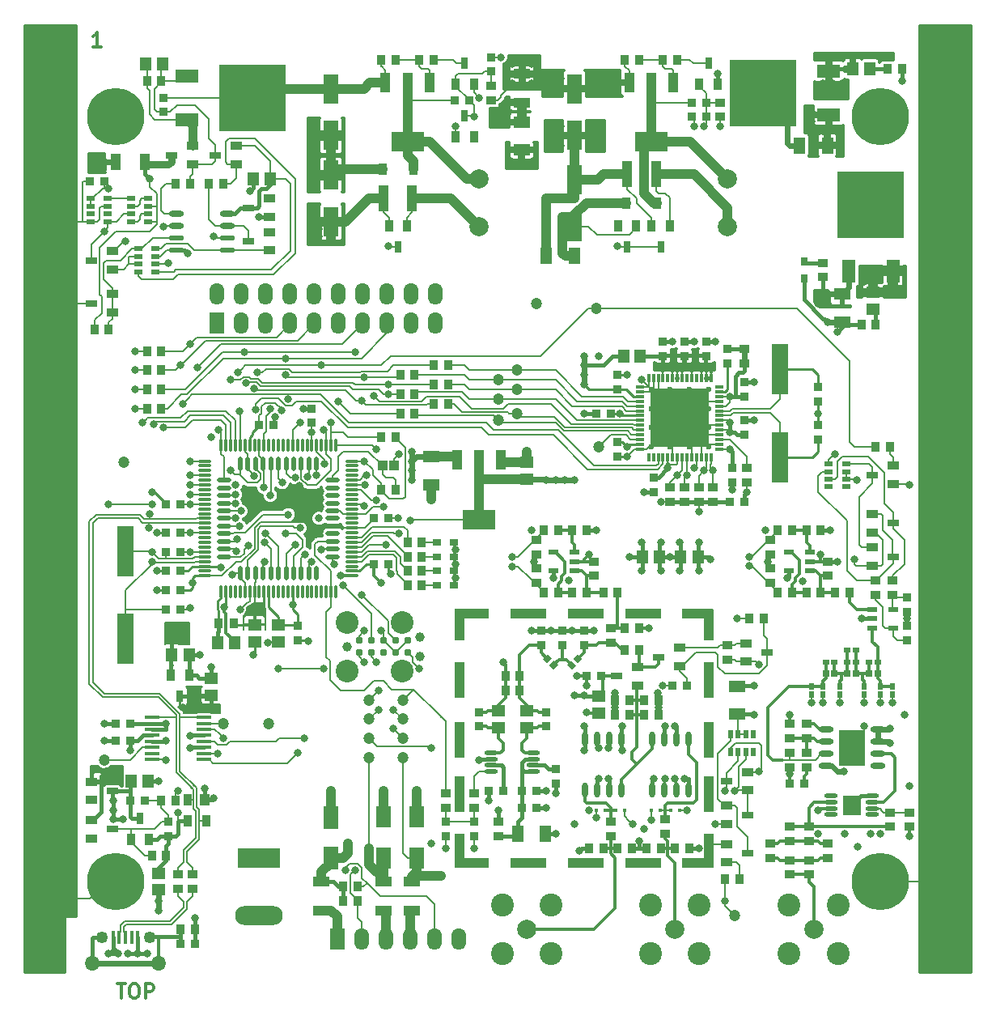
<source format=gtl>
G04 #@! TF.FileFunction,Copper,L1,Top,Signal*
%FSLAX46Y46*%
G04 Gerber Fmt 4.6, Leading zero omitted, Abs format (unit mm)*
G04 Created by KiCad (PCBNEW (2015-03-11 BZR 5506)-product) date Wed 11 Mar 2015 08:58:21 PM EDT*
%MOMM*%
G01*
G04 APERTURE LIST*
%ADD10C,0.100000*%
%ADD11C,0.300000*%
%ADD12C,0.600000*%
%ADD13R,1.000000X1.000000*%
%ADD14O,0.300000X1.500000*%
%ADD15O,1.500000X0.300000*%
%ADD16R,0.300000X0.900000*%
%ADD17R,0.900000X0.300000*%
%ADD18R,6.100000X6.100000*%
%ADD19O,1.550000X0.600000*%
%ADD20R,2.750000X3.800000*%
%ADD21C,1.200000*%
%ADD22R,4.500000X2.000000*%
%ADD23O,5.000000X2.000000*%
%ADD24R,1.300000X0.900000*%
%ADD25R,1.300000X0.800000*%
%ADD26O,1.550000X0.550000*%
%ADD27R,1.000000X0.850000*%
%ADD28R,0.900000X0.950000*%
%ADD29R,3.570000X1.000000*%
%ADD30R,3.800000X1.000000*%
%ADD31R,3.240000X1.000000*%
%ADD32R,1.000000X3.800000*%
%ADD33R,1.000000X3.570000*%
%ADD34R,1.000000X3.240000*%
%ADD35R,1.100000X2.700000*%
%ADD36R,1.800000X5.300000*%
%ADD37O,1.450000X0.450000*%
%ADD38R,1.900000X2.150000*%
%ADD39R,1.800000X1.050000*%
%ADD40O,1.550000X0.400000*%
%ADD41C,6.000000*%
%ADD42C,1.000000*%
%ADD43R,1.150000X1.450000*%
%ADD44R,0.950000X0.900000*%
%ADD45R,0.600000X0.650000*%
%ADD46R,0.650000X0.600000*%
%ADD47R,1.800000X1.200000*%
%ADD48R,1.450000X1.150000*%
%ADD49R,1.200000X1.800000*%
%ADD50R,1.600000X3.150000*%
%ADD51R,0.900000X1.200000*%
%ADD52R,0.300000X0.400000*%
%ADD53R,0.900000X1.300000*%
%ADD54R,0.800000X1.300000*%
%ADD55R,1.100000X1.300000*%
%ADD56R,1.450000X1.200000*%
%ADD57R,1.200000X1.450000*%
%ADD58R,0.400000X1.350000*%
%ADD59O,1.550000X1.550000*%
%ADD60O,1.250000X1.250000*%
%ADD61R,0.650000X0.700000*%
%ADD62C,2.000000*%
%ADD63R,1.100000X2.100000*%
%ADD64R,3.500000X2.100000*%
%ADD65R,1.050000X1.800000*%
%ADD66R,1.100000X0.600000*%
%ADD67O,0.600000X1.550000*%
%ADD68C,2.400000*%
%ADD69R,1.524000X2.286000*%
%ADD70O,1.524000X2.286000*%
%ADD71R,0.950000X1.000000*%
%ADD72R,1.500000X2.300000*%
%ADD73R,1.550000X2.400000*%
%ADD74R,0.800100X0.899160*%
%ADD75R,0.950000X0.550000*%
%ADD76R,0.550000X0.950000*%
%ADD77R,0.850000X1.000000*%
%ADD78R,0.899160X0.800100*%
%ADD79R,2.450000X1.450000*%
%ADD80R,6.950000X6.950000*%
%ADD81R,1.450000X2.450000*%
%ADD82O,1.500000X0.550000*%
%ADD83O,0.550000X1.500000*%
%ADD84C,0.787400*%
%ADD85C,0.990600*%
%ADD86C,2.374900*%
%ADD87C,0.800000*%
%ADD88C,0.600000*%
%ADD89C,0.400000*%
%ADD90C,0.250000*%
%ADD91C,0.210000*%
%ADD92C,0.200000*%
%ADD93C,0.350000*%
%ADD94C,1.000000*%
%ADD95C,0.900000*%
%ADD96C,0.800000*%
%ADD97C,0.254000*%
G04 APERTURE END LIST*
D10*
D11*
X85142857Y-125678571D02*
X86000000Y-125678571D01*
X85571429Y-127178571D02*
X85571429Y-125678571D01*
X86785714Y-125678571D02*
X87071428Y-125678571D01*
X87214286Y-125750000D01*
X87357143Y-125892857D01*
X87428571Y-126178571D01*
X87428571Y-126678571D01*
X87357143Y-126964286D01*
X87214286Y-127107143D01*
X87071428Y-127178571D01*
X86785714Y-127178571D01*
X86642857Y-127107143D01*
X86500000Y-126964286D01*
X86428571Y-126678571D01*
X86428571Y-126178571D01*
X86500000Y-125892857D01*
X86642857Y-125750000D01*
X86785714Y-125678571D01*
X88071429Y-127178571D02*
X88071429Y-125678571D01*
X88642857Y-125678571D01*
X88785715Y-125750000D01*
X88857143Y-125821429D01*
X88928572Y-125964286D01*
X88928572Y-126178571D01*
X88857143Y-126321429D01*
X88785715Y-126392857D01*
X88642857Y-126464286D01*
X88071429Y-126464286D01*
X83428572Y-27678571D02*
X82571429Y-27678571D01*
X83000001Y-27678571D02*
X83000001Y-26178571D01*
X82857144Y-26392857D01*
X82714286Y-26535714D01*
X82571429Y-26607143D01*
D12*
X150750000Y-59250000D02*
X150750000Y-60750000D01*
D13*
X112900000Y-71500000D03*
X114100000Y-71500000D03*
D14*
X96000000Y-84700000D03*
X96500000Y-84700000D03*
X97000000Y-84700000D03*
X97500000Y-84700000D03*
X98000000Y-84700000D03*
X98500000Y-84700000D03*
X99000000Y-84700000D03*
X99500000Y-84700000D03*
X100000000Y-84700000D03*
X100500000Y-84700000D03*
X101000000Y-84700000D03*
X101500000Y-84700000D03*
X102000000Y-84700000D03*
X102500000Y-84700000D03*
X103000000Y-84700000D03*
X103500000Y-84700000D03*
X104000000Y-84700000D03*
X104500000Y-84700000D03*
X105000000Y-84700000D03*
X105500000Y-84700000D03*
X106000000Y-84700000D03*
X106500000Y-84700000D03*
X107000000Y-84700000D03*
X107500000Y-84700000D03*
X108000000Y-84700000D03*
D15*
X109700000Y-83000000D03*
X109700000Y-82500000D03*
X109700000Y-82000000D03*
X109700000Y-81500000D03*
X109700000Y-81000000D03*
X109700000Y-80500000D03*
X109700000Y-80000000D03*
X109700000Y-79500000D03*
X109700000Y-79000000D03*
X109700000Y-78500000D03*
X109700000Y-78000000D03*
X109700000Y-77500000D03*
X109700000Y-77000000D03*
X109700000Y-76500000D03*
X109700000Y-76000000D03*
X109700000Y-75500000D03*
X109700000Y-75000000D03*
X109700000Y-74500000D03*
X109700000Y-74000000D03*
X109700000Y-73500000D03*
X109700000Y-73000000D03*
X109700000Y-72500000D03*
X109700000Y-72000000D03*
X109700000Y-71500000D03*
X109700000Y-71000000D03*
D14*
X108000000Y-69300000D03*
X107500000Y-69300000D03*
X107000000Y-69300000D03*
X106500000Y-69300000D03*
X106000000Y-69300000D03*
X105500000Y-69300000D03*
X105000000Y-69300000D03*
X104500000Y-69300000D03*
X104000000Y-69300000D03*
X103500000Y-69300000D03*
X103000000Y-69300000D03*
X102500000Y-69300000D03*
X102000000Y-69300000D03*
X101500000Y-69300000D03*
X101000000Y-69300000D03*
X100500000Y-69300000D03*
X100000000Y-69300000D03*
X99500000Y-69300000D03*
X99000000Y-69300000D03*
X98500000Y-69300000D03*
X98000000Y-69300000D03*
X97500000Y-69300000D03*
X97000000Y-69300000D03*
X96500000Y-69300000D03*
X96000000Y-69300000D03*
D15*
X94300000Y-71000000D03*
X94300000Y-71500000D03*
X94300000Y-72000000D03*
X94300000Y-72500000D03*
X94300000Y-73000000D03*
X94300000Y-73500000D03*
X94300000Y-74000000D03*
X94300000Y-74500000D03*
X94300000Y-75000000D03*
X94300000Y-75500000D03*
X94300000Y-76000000D03*
X94300000Y-76500000D03*
X94300000Y-77000000D03*
X94300000Y-77500000D03*
X94300000Y-78000000D03*
X94300000Y-78500000D03*
X94300000Y-79000000D03*
X94300000Y-79500000D03*
X94300000Y-80000000D03*
X94300000Y-80500000D03*
X94300000Y-81000000D03*
X94300000Y-81500000D03*
X94300000Y-82000000D03*
X94300000Y-82500000D03*
X94300000Y-83000000D03*
D16*
X140750000Y-70650000D03*
X141250000Y-70650000D03*
X141750000Y-70650000D03*
X142250000Y-70650000D03*
X142750000Y-70650000D03*
X143250000Y-70650000D03*
X143750000Y-70650000D03*
X144250000Y-70650000D03*
X144750000Y-70650000D03*
X145250000Y-70650000D03*
X145750000Y-70650000D03*
X146250000Y-70650000D03*
X146750000Y-70650000D03*
X147250000Y-70650000D03*
D17*
X148150000Y-69750000D03*
X148150000Y-69250000D03*
X148150000Y-68750000D03*
X148150000Y-68250000D03*
X148150000Y-67750000D03*
X148150000Y-67250000D03*
X148150000Y-66750000D03*
X148150000Y-66250000D03*
X148150000Y-65750000D03*
X148150000Y-65250000D03*
X148150000Y-64750000D03*
X148150000Y-64250000D03*
X148150000Y-63750000D03*
X148150000Y-63250000D03*
D16*
X147250000Y-62350000D03*
X146750000Y-62350000D03*
X146250000Y-62350000D03*
X145750000Y-62350000D03*
X145250000Y-62350000D03*
X144750000Y-62350000D03*
X144250000Y-62350000D03*
X143750000Y-62350000D03*
X143250000Y-62350000D03*
X142750000Y-62350000D03*
X142250000Y-62350000D03*
X141750000Y-62350000D03*
X141250000Y-62350000D03*
X140750000Y-62350000D03*
D17*
X139850000Y-63250000D03*
X139850000Y-63750000D03*
X139850000Y-64250000D03*
X139850000Y-64750000D03*
X139850000Y-65250000D03*
X139850000Y-65750000D03*
X139850000Y-66250000D03*
X139850000Y-66750000D03*
X139850000Y-67250000D03*
X139850000Y-67750000D03*
X139850000Y-68250000D03*
X139850000Y-68750000D03*
X139850000Y-69250000D03*
X139850000Y-69750000D03*
D18*
X144000000Y-66500000D03*
D19*
X159300000Y-99095000D03*
X159300000Y-100365000D03*
X159300000Y-101635000D03*
X159300000Y-102905000D03*
X164700000Y-102905000D03*
X164700000Y-101635000D03*
X164700000Y-100365000D03*
X164700000Y-99095000D03*
D20*
X162000000Y-101000000D03*
D21*
X85800000Y-71100000D03*
X101000000Y-98500000D03*
D22*
X100000000Y-112500000D03*
D23*
X100000000Y-118500000D03*
D24*
X97600000Y-39950000D03*
X97600000Y-38050000D03*
D25*
X95400000Y-39000000D03*
D19*
X91300000Y-45095000D03*
X91300000Y-46365000D03*
D26*
X91300000Y-47635000D03*
X91300000Y-48905000D03*
X96700000Y-48905000D03*
X96700000Y-47635000D03*
D19*
X96700000Y-46365000D03*
X96700000Y-45095000D03*
D27*
X91500000Y-114250000D03*
X91500000Y-115750000D03*
D28*
X86500000Y-98500000D03*
X85000000Y-98500000D03*
X85000000Y-100250000D03*
X86500000Y-100250000D03*
D24*
X148900000Y-107050000D03*
X148900000Y-108950000D03*
D25*
X151100000Y-108000000D03*
D27*
X150750000Y-59250000D03*
X150750000Y-60750000D03*
D29*
X122250000Y-113035000D03*
D30*
X128135000Y-113035000D03*
X134135000Y-113035000D03*
X140135000Y-113035000D03*
D31*
X145855000Y-113035000D03*
D30*
X140135000Y-86965000D03*
X134135000Y-86965000D03*
D29*
X122250000Y-86965000D03*
D30*
X128135000Y-86965000D03*
D31*
X145855000Y-86965000D03*
D32*
X120965000Y-100135000D03*
X120965000Y-93865000D03*
D33*
X120965000Y-111750000D03*
D32*
X120965000Y-105865000D03*
D34*
X120965000Y-88145000D03*
X147035000Y-88145000D03*
D32*
X147035000Y-105865000D03*
D33*
X147035000Y-111750000D03*
D32*
X147035000Y-100135000D03*
X147035000Y-93865000D03*
D35*
X113000000Y-43500000D03*
X116000000Y-43500000D03*
D36*
X154500000Y-61400000D03*
X154500000Y-70600000D03*
D37*
X164150000Y-107975000D03*
X164150000Y-107325000D03*
X164150000Y-106675000D03*
X164150000Y-106025000D03*
X159850000Y-106025000D03*
X159850000Y-106675000D03*
X159850000Y-107325000D03*
X159850000Y-107975000D03*
D38*
X162000000Y-107000000D03*
D39*
X106500000Y-115000000D03*
X106500000Y-118000000D03*
D40*
X94200000Y-102205000D03*
X94200000Y-101575000D03*
X94200000Y-100945000D03*
X94200000Y-100315000D03*
X94200000Y-99685000D03*
X94200000Y-99055000D03*
X94200000Y-98425000D03*
X94200000Y-97795000D03*
X88800000Y-97795000D03*
X88800000Y-98425000D03*
X88800000Y-99055000D03*
X88800000Y-99685000D03*
X88800000Y-100315000D03*
X88800000Y-100945000D03*
X88800000Y-101575000D03*
X88800000Y-102205000D03*
D36*
X86000000Y-80400000D03*
X86000000Y-89600000D03*
D41*
X85000000Y-35000000D03*
D42*
X87250000Y-35000000D03*
X86125000Y-36949000D03*
X83875000Y-36949000D03*
X82750000Y-35000000D03*
X83875000Y-33051000D03*
X86125000Y-33051000D03*
D41*
X85000000Y-115000000D03*
D42*
X87250000Y-115000000D03*
X86125000Y-116949000D03*
X83875000Y-116949000D03*
X82750000Y-115000000D03*
X83875000Y-113051000D03*
X86125000Y-113051000D03*
D41*
X165000000Y-115000000D03*
D42*
X167250000Y-115000000D03*
X166125000Y-116949000D03*
X163875000Y-116949000D03*
X162750000Y-115000000D03*
X163875000Y-113051000D03*
X166125000Y-113051000D03*
D41*
X165000000Y-35000000D03*
D42*
X167250000Y-35000000D03*
X166125000Y-36949000D03*
X163875000Y-36949000D03*
X162750000Y-35000000D03*
X163875000Y-33051000D03*
X166125000Y-33051000D03*
D24*
X164150000Y-80050000D03*
X164150000Y-81950000D03*
D25*
X166350000Y-81000000D03*
D43*
X88100000Y-29500000D03*
X89900000Y-29500000D03*
D24*
X101100000Y-45450000D03*
X101100000Y-43550000D03*
D25*
X98900000Y-44500000D03*
D24*
X93000000Y-39950000D03*
X93000000Y-38050000D03*
D25*
X90800000Y-39000000D03*
D43*
X101150000Y-41500000D03*
X99350000Y-41500000D03*
D44*
X149000000Y-60750000D03*
X149000000Y-59250000D03*
D43*
X140100000Y-81000000D03*
X141900000Y-81000000D03*
X144100000Y-81000000D03*
X145900000Y-81000000D03*
D45*
X166250000Y-94550000D03*
X166250000Y-95450000D03*
X165000000Y-94550000D03*
X165000000Y-95450000D03*
D46*
X163800000Y-92000000D03*
X164700000Y-92000000D03*
D45*
X163250000Y-94550000D03*
X163250000Y-95450000D03*
D46*
X161550000Y-90750000D03*
X162450000Y-90750000D03*
X161550000Y-92000000D03*
X162450000Y-92000000D03*
D45*
X160750000Y-94550000D03*
X160750000Y-95450000D03*
D46*
X159300000Y-92000000D03*
X160200000Y-92000000D03*
D45*
X159000000Y-94550000D03*
X159000000Y-95450000D03*
X157750000Y-94550000D03*
X157750000Y-95450000D03*
D47*
X150000000Y-94550000D03*
X150000000Y-97450000D03*
D48*
X135500000Y-95600000D03*
X135500000Y-97400000D03*
D44*
X134000000Y-90250000D03*
X134000000Y-88750000D03*
X131750000Y-90250000D03*
X131750000Y-88750000D03*
X129500000Y-90250000D03*
X129500000Y-88750000D03*
D48*
X128000000Y-98900000D03*
X128000000Y-97100000D03*
X125000000Y-98900000D03*
X125000000Y-97100000D03*
D49*
X127050000Y-110000000D03*
X129950000Y-110000000D03*
D44*
X131000000Y-104750000D03*
X131000000Y-103250000D03*
D28*
X125500000Y-105500000D03*
X124000000Y-105500000D03*
D43*
X86600000Y-104500000D03*
X88400000Y-104500000D03*
D50*
X133000000Y-32050000D03*
X133000000Y-36950000D03*
X107500000Y-32050000D03*
X107500000Y-36950000D03*
X133000000Y-41550000D03*
X133000000Y-46450000D03*
X107500000Y-46000000D03*
X107500000Y-41100000D03*
D49*
X130050000Y-49550000D03*
X132950000Y-49550000D03*
D47*
X161000000Y-53550000D03*
X161000000Y-56450000D03*
D49*
X156550000Y-38000000D03*
X159450000Y-38000000D03*
D47*
X118000000Y-70550000D03*
X118000000Y-73450000D03*
D48*
X95000000Y-95500000D03*
X95000000Y-93700000D03*
D47*
X127450000Y-35550000D03*
X127450000Y-38450000D03*
D48*
X128000000Y-72900000D03*
X128000000Y-71100000D03*
D43*
X90850000Y-91250000D03*
X92650000Y-91250000D03*
D48*
X164250000Y-53350000D03*
X164250000Y-55150000D03*
D43*
X162100000Y-30000000D03*
X163900000Y-30000000D03*
D24*
X101100000Y-48950000D03*
X101100000Y-47050000D03*
D25*
X98900000Y-48000000D03*
D51*
X141600000Y-44000000D03*
X138400000Y-44000000D03*
X116100000Y-40500000D03*
X112900000Y-40500000D03*
D52*
X135300000Y-107500000D03*
X136200000Y-107500000D03*
X137300000Y-107500000D03*
X138200000Y-107500000D03*
X141050000Y-107500000D03*
X141950000Y-107500000D03*
X143050000Y-107500000D03*
X143950000Y-107500000D03*
D53*
X139450000Y-46400000D03*
X137550000Y-46400000D03*
D54*
X138500000Y-48600000D03*
D55*
X94250000Y-106400000D03*
D53*
X92550000Y-106400000D03*
X92550000Y-108600000D03*
X94450000Y-108600000D03*
X120550000Y-37100000D03*
X122450000Y-37100000D03*
D54*
X121500000Y-34900000D03*
D56*
X89500000Y-115850000D03*
X89500000Y-114150000D03*
D57*
X138150000Y-60000000D03*
X139850000Y-60000000D03*
D58*
X84700000Y-120800000D03*
X85350000Y-120800000D03*
X86000000Y-120800000D03*
X86650000Y-120800000D03*
X87300000Y-120800000D03*
D59*
X82500000Y-123500000D03*
X89500000Y-123500000D03*
D60*
X83500000Y-120800000D03*
X88500000Y-120800000D03*
D61*
X163800000Y-93250000D03*
X164700000Y-93250000D03*
X161550000Y-93250000D03*
X162450000Y-93250000D03*
X159300000Y-93250000D03*
X160200000Y-93250000D03*
D10*
G36*
X132699480Y-92795495D02*
X132204505Y-92300520D01*
X132664124Y-91840901D01*
X133159099Y-92335876D01*
X132699480Y-92795495D01*
X132699480Y-92795495D01*
G37*
G36*
X133335876Y-92159099D02*
X132840901Y-91664124D01*
X133300520Y-91204505D01*
X133795495Y-91699480D01*
X133335876Y-92159099D01*
X133335876Y-92159099D01*
G37*
G36*
X129654505Y-91699480D02*
X130149480Y-91204505D01*
X130609099Y-91664124D01*
X130114124Y-92159099D01*
X129654505Y-91699480D01*
X129654505Y-91699480D01*
G37*
G36*
X130290901Y-92335876D02*
X130785876Y-91840901D01*
X131245495Y-92300520D01*
X130750520Y-92795495D01*
X130290901Y-92335876D01*
X130290901Y-92335876D01*
G37*
D62*
X149000000Y-46500000D03*
X149000000Y-41500000D03*
X123000000Y-46500000D03*
X123000000Y-41500000D03*
D24*
X166350000Y-73400000D03*
X166350000Y-71500000D03*
D25*
X164150000Y-72450000D03*
D24*
X164150000Y-76550000D03*
X164150000Y-78450000D03*
D25*
X166350000Y-77500000D03*
D24*
X148900000Y-111050000D03*
X148900000Y-112950000D03*
D25*
X151100000Y-112000000D03*
D24*
X151100000Y-105450000D03*
X151100000Y-103550000D03*
D25*
X148900000Y-104500000D03*
D24*
X150900000Y-90050000D03*
X150900000Y-91950000D03*
D25*
X153100000Y-91000000D03*
D24*
X139600000Y-94450000D03*
X139600000Y-92550000D03*
D25*
X137400000Y-93500000D03*
D24*
X144000000Y-92450000D03*
X144000000Y-90550000D03*
D25*
X141800000Y-91500000D03*
D53*
X146050000Y-31600000D03*
X147950000Y-31600000D03*
D54*
X147000000Y-29400000D03*
D24*
X84600000Y-50950000D03*
X84600000Y-49050000D03*
D25*
X82400000Y-50000000D03*
D53*
X142950000Y-46400000D03*
X141050000Y-46400000D03*
D54*
X142000000Y-48600000D03*
D53*
X120550000Y-31600000D03*
X122450000Y-31600000D03*
D54*
X121500000Y-29400000D03*
D63*
X143300000Y-31400000D03*
X141000000Y-31400000D03*
X138700000Y-31400000D03*
D64*
X141000000Y-37600000D03*
D63*
X117800000Y-31400000D03*
X115500000Y-31400000D03*
X113200000Y-31400000D03*
D64*
X115500000Y-37600000D03*
D53*
X115450000Y-46400000D03*
X113550000Y-46400000D03*
D54*
X114500000Y-48600000D03*
D65*
X85000000Y-39750000D03*
X88000000Y-39750000D03*
D27*
X155500000Y-110750000D03*
X155500000Y-109250000D03*
X157500000Y-110750000D03*
X157500000Y-109250000D03*
X153500000Y-112500000D03*
X153500000Y-111000000D03*
X159500000Y-112500000D03*
X159500000Y-111000000D03*
X157500000Y-114250000D03*
X157500000Y-112750000D03*
X155500000Y-114250000D03*
X155500000Y-112750000D03*
D35*
X138500000Y-41000000D03*
X141500000Y-41000000D03*
D39*
X127500000Y-30500000D03*
X127500000Y-33500000D03*
D21*
X135500000Y-69500000D03*
X83750000Y-102250000D03*
X96250000Y-98500000D03*
D24*
X84600000Y-55450000D03*
X84600000Y-53550000D03*
D25*
X82400000Y-54500000D03*
D66*
X133000000Y-82450000D03*
X133000000Y-80550000D03*
X133000000Y-81500000D03*
X130800000Y-80550000D03*
X130800000Y-82450000D03*
X157600000Y-82450000D03*
X157600000Y-80550000D03*
X157600000Y-81500000D03*
X155400000Y-80550000D03*
X155400000Y-82450000D03*
X164150000Y-86550000D03*
X164150000Y-88450000D03*
X164150000Y-87500000D03*
X166350000Y-88450000D03*
X166350000Y-86550000D03*
D67*
X137905000Y-100050000D03*
X136635000Y-100050000D03*
X135365000Y-100050000D03*
X134095000Y-100050000D03*
X134095000Y-105450000D03*
X135365000Y-105450000D03*
X136635000Y-105450000D03*
X137905000Y-105450000D03*
X141095000Y-105450000D03*
X142365000Y-105450000D03*
X143635000Y-105450000D03*
X144905000Y-105450000D03*
X144905000Y-100050000D03*
X143635000Y-100050000D03*
X142365000Y-100050000D03*
X141095000Y-100050000D03*
D37*
X124300000Y-101525000D03*
X124300000Y-102175000D03*
X124300000Y-102825000D03*
X124300000Y-103475000D03*
X128700000Y-103475000D03*
X128700000Y-102825000D03*
X128700000Y-102175000D03*
X128700000Y-101525000D03*
D63*
X125300000Y-70900000D03*
X123000000Y-70900000D03*
X120700000Y-70900000D03*
D64*
X123000000Y-77100000D03*
D53*
X92650000Y-93400000D03*
X90750000Y-93400000D03*
D54*
X91700000Y-95600000D03*
D48*
X99500000Y-88100000D03*
X99500000Y-89900000D03*
D44*
X104000000Y-88250000D03*
X104000000Y-89750000D03*
D28*
X91750000Y-84500000D03*
X90250000Y-84500000D03*
X91750000Y-75500000D03*
X90250000Y-75500000D03*
D44*
X105500000Y-67000000D03*
X105500000Y-65500000D03*
D28*
X112000000Y-77000000D03*
X113500000Y-77000000D03*
D48*
X102000000Y-88100000D03*
X102000000Y-89900000D03*
D28*
X91750000Y-82500000D03*
X90250000Y-82500000D03*
X112000000Y-81750000D03*
X113500000Y-81750000D03*
X91750000Y-78500000D03*
X90250000Y-78500000D03*
X100000000Y-67250000D03*
X101500000Y-67250000D03*
D43*
X95600000Y-90000000D03*
X97400000Y-90000000D03*
D62*
X128000000Y-120000000D03*
D68*
X125450000Y-117450000D03*
X130550000Y-117450000D03*
X125450000Y-122550000D03*
X130550000Y-122550000D03*
D62*
X143500000Y-120000000D03*
D68*
X140950000Y-117450000D03*
X146050000Y-117450000D03*
X140950000Y-122550000D03*
X146050000Y-122550000D03*
D62*
X158000000Y-120000000D03*
D68*
X155450000Y-117450000D03*
X160550000Y-117450000D03*
X155450000Y-122550000D03*
X160550000Y-122550000D03*
D69*
X95570000Y-56524000D03*
D70*
X98110000Y-56524000D03*
X100650000Y-56524000D03*
X103190000Y-56524000D03*
X105730000Y-56524000D03*
X108270000Y-56524000D03*
X110810000Y-56524000D03*
X113350000Y-56524000D03*
X115890000Y-56524000D03*
X118430000Y-56524000D03*
X95570000Y-53476000D03*
X98110000Y-53476000D03*
X100650000Y-53476000D03*
X103190000Y-53476000D03*
X105730000Y-53476000D03*
X108270000Y-53476000D03*
X110810000Y-53476000D03*
X113350000Y-53476000D03*
X115890000Y-53476000D03*
X118430000Y-53476000D03*
D71*
X97300000Y-88000000D03*
X95700000Y-88000000D03*
D21*
X111500000Y-96000000D03*
D69*
X108150000Y-121000000D03*
D70*
X110690000Y-121000000D03*
X113230000Y-121000000D03*
X115770000Y-121000000D03*
X118310000Y-121000000D03*
X120850000Y-121000000D03*
D72*
X113000000Y-112500000D03*
X113000000Y-108200000D03*
X116500000Y-108200000D03*
X116500000Y-112500000D03*
D73*
X107500000Y-112500000D03*
X107500000Y-108300000D03*
D39*
X113000000Y-115000000D03*
X113000000Y-118000000D03*
X116000000Y-115000000D03*
X116000000Y-118000000D03*
D21*
X111500000Y-102000000D03*
X111500000Y-100000000D03*
X115000000Y-102000000D03*
X115000000Y-100000000D03*
X111500000Y-98000000D03*
X115000000Y-98000000D03*
X127000000Y-66000000D03*
X125000000Y-64500000D03*
X127000000Y-63500000D03*
X127000000Y-61500000D03*
X125000000Y-66750000D03*
X125000000Y-62500000D03*
X129000000Y-54500000D03*
X115000000Y-96000000D03*
D74*
X157000000Y-51899160D03*
X157000000Y-50100840D03*
D75*
X88400000Y-45950000D03*
X88400000Y-45150000D03*
X88400000Y-44350000D03*
X88400000Y-43550000D03*
X86600000Y-43550000D03*
X86600000Y-44350000D03*
X86600000Y-45150000D03*
X86600000Y-45950000D03*
X84150000Y-45950000D03*
X84150000Y-45150000D03*
X84150000Y-44350000D03*
X84150000Y-43550000D03*
X82350000Y-43550000D03*
X82350000Y-44350000D03*
X82350000Y-45150000D03*
X82350000Y-45950000D03*
X87350000Y-48800000D03*
X87350000Y-49600000D03*
X87350000Y-50400000D03*
X87350000Y-51200000D03*
X89150000Y-51200000D03*
X89150000Y-50400000D03*
X89150000Y-49600000D03*
X89150000Y-48800000D03*
X159600000Y-71300000D03*
X159600000Y-72100000D03*
X159600000Y-72900000D03*
X159600000Y-73700000D03*
X161400000Y-73700000D03*
X161400000Y-72900000D03*
X161400000Y-72100000D03*
X161400000Y-71300000D03*
D76*
X149300000Y-101400000D03*
X150100000Y-101400000D03*
X150900000Y-101400000D03*
X151700000Y-101400000D03*
X151700000Y-99600000D03*
X150900000Y-99600000D03*
X150100000Y-99600000D03*
X149300000Y-99600000D03*
D44*
X141250000Y-72750000D03*
X141250000Y-74250000D03*
D28*
X149250000Y-75250000D03*
X150750000Y-75250000D03*
D44*
X149500000Y-71750000D03*
X149500000Y-73250000D03*
X150750000Y-64250000D03*
X150750000Y-62750000D03*
X137500000Y-69000000D03*
X137500000Y-70500000D03*
D28*
X136750000Y-66000000D03*
X135250000Y-66000000D03*
D44*
X150750000Y-68250000D03*
X150750000Y-66750000D03*
X142250000Y-60000000D03*
X142250000Y-58500000D03*
X144500000Y-60000000D03*
X144500000Y-58500000D03*
X146750000Y-60000000D03*
X146750000Y-58500000D03*
X137500000Y-63500000D03*
X137500000Y-62000000D03*
D28*
X91750000Y-121500000D03*
X93250000Y-121500000D03*
X144750000Y-94500000D03*
X143250000Y-94500000D03*
D44*
X130000000Y-98750000D03*
X130000000Y-97250000D03*
X123000000Y-98750000D03*
X123000000Y-97250000D03*
D28*
X127500000Y-105500000D03*
X129000000Y-105500000D03*
X127500000Y-107250000D03*
X129000000Y-107250000D03*
D44*
X90000000Y-33000000D03*
X90000000Y-34500000D03*
D28*
X83750000Y-41750000D03*
X82250000Y-41750000D03*
X146750000Y-35000000D03*
X145250000Y-35000000D03*
D44*
X124250000Y-30250000D03*
X124250000Y-28750000D03*
X90500000Y-108750000D03*
X90500000Y-110250000D03*
D28*
X86500000Y-106500000D03*
X88000000Y-106500000D03*
D24*
X82400000Y-108550000D03*
X82400000Y-110450000D03*
D25*
X84600000Y-109500000D03*
D24*
X82400000Y-104550000D03*
X82400000Y-106450000D03*
D25*
X84600000Y-105500000D03*
D53*
X86550000Y-110600000D03*
X88450000Y-110600000D03*
D54*
X87500000Y-108400000D03*
D27*
X93000000Y-114250000D03*
X93000000Y-115750000D03*
D77*
X91750000Y-120000000D03*
X93250000Y-120000000D03*
X89750000Y-106500000D03*
X91250000Y-106500000D03*
X90250000Y-112250000D03*
X88750000Y-112250000D03*
D28*
X91750000Y-80500000D03*
X90250000Y-80500000D03*
X91750000Y-86500000D03*
X90250000Y-86500000D03*
D44*
X158500000Y-63250000D03*
X158500000Y-64750000D03*
X158500000Y-68750000D03*
X158500000Y-67250000D03*
D77*
X82750000Y-57250000D03*
X84250000Y-57250000D03*
X96250000Y-42000000D03*
X94750000Y-42000000D03*
X92750000Y-42000000D03*
X91250000Y-42000000D03*
X89750000Y-31250000D03*
X88250000Y-31250000D03*
D27*
X124250000Y-33250000D03*
X124250000Y-31750000D03*
D77*
X112750000Y-29000000D03*
X114250000Y-29000000D03*
X116750000Y-29000000D03*
X118250000Y-29000000D03*
X138250000Y-29000000D03*
X139750000Y-29000000D03*
X142250000Y-29000000D03*
X143750000Y-29000000D03*
D28*
X145250000Y-33500000D03*
X146750000Y-33500000D03*
D77*
X88250000Y-59500000D03*
X89750000Y-59500000D03*
X88250000Y-65500000D03*
X89750000Y-65500000D03*
X88250000Y-61500000D03*
X89750000Y-61500000D03*
X89750000Y-63500000D03*
X88250000Y-63500000D03*
D28*
X120450000Y-33250000D03*
X121950000Y-33250000D03*
D27*
X148250000Y-35000000D03*
X148250000Y-33500000D03*
D77*
X165750000Y-30000000D03*
X167250000Y-30000000D03*
X164500000Y-56750000D03*
X163000000Y-56750000D03*
D27*
X159000000Y-51750000D03*
X159000000Y-50250000D03*
X151000000Y-71750000D03*
X151000000Y-73250000D03*
X143000000Y-75250000D03*
X143000000Y-73750000D03*
X144500000Y-75250000D03*
X144500000Y-73750000D03*
X146000000Y-75250000D03*
X146000000Y-73750000D03*
X147500000Y-75250000D03*
X147500000Y-73750000D03*
X135000000Y-83000000D03*
X135000000Y-81500000D03*
X159500000Y-83000000D03*
X159500000Y-81500000D03*
D77*
X131250000Y-84750000D03*
X129750000Y-84750000D03*
X131250000Y-78250000D03*
X129750000Y-78250000D03*
X155750000Y-84750000D03*
X154250000Y-84750000D03*
X155750000Y-78250000D03*
X154250000Y-78250000D03*
X134250000Y-84750000D03*
X132750000Y-84750000D03*
X134250000Y-78250000D03*
X132750000Y-78250000D03*
X158750000Y-84750000D03*
X157250000Y-84750000D03*
X158750000Y-78250000D03*
X157250000Y-78250000D03*
X137500000Y-84750000D03*
X136000000Y-84750000D03*
X161750000Y-84750000D03*
X160250000Y-84750000D03*
D27*
X129000000Y-82250000D03*
X129000000Y-83750000D03*
X153500000Y-82250000D03*
X153500000Y-83750000D03*
X129000000Y-80750000D03*
X129000000Y-79250000D03*
X153500000Y-80750000D03*
X153500000Y-79250000D03*
D77*
X164500000Y-69500000D03*
X166000000Y-69500000D03*
D27*
X164500000Y-85000000D03*
X164500000Y-83500000D03*
X166250000Y-85000000D03*
X166250000Y-83500000D03*
D44*
X167750000Y-89750000D03*
X167750000Y-88250000D03*
X167750000Y-85250000D03*
X167750000Y-86750000D03*
D77*
X151250000Y-87500000D03*
X152750000Y-87500000D03*
D27*
X149000000Y-90250000D03*
X149000000Y-91750000D03*
D77*
X138750000Y-96000000D03*
X137250000Y-96000000D03*
X140250000Y-96000000D03*
X141750000Y-96000000D03*
X138750000Y-97500000D03*
X137250000Y-97500000D03*
X140250000Y-97500000D03*
X141750000Y-97500000D03*
D28*
X135750000Y-93500000D03*
X134250000Y-93500000D03*
D77*
X138250000Y-88500000D03*
X139750000Y-88500000D03*
D27*
X136750000Y-90000000D03*
X136750000Y-88500000D03*
D77*
X138250000Y-90750000D03*
X139750000Y-90750000D03*
X127250000Y-93500000D03*
X125750000Y-93500000D03*
X127250000Y-95000000D03*
X125750000Y-95000000D03*
D44*
X122500000Y-108750000D03*
X122500000Y-110250000D03*
X119500000Y-108750000D03*
X119500000Y-110250000D03*
D27*
X122500000Y-107250000D03*
X122500000Y-105750000D03*
X119500000Y-105750000D03*
X119500000Y-107250000D03*
X125000000Y-108750000D03*
X125000000Y-110250000D03*
D77*
X108750000Y-115500000D03*
X110250000Y-115500000D03*
X108750000Y-117000000D03*
X110250000Y-117000000D03*
D27*
X166000000Y-109250000D03*
X166000000Y-107750000D03*
X168000000Y-107750000D03*
X168000000Y-109250000D03*
D28*
X157000000Y-104750000D03*
X155500000Y-104750000D03*
D27*
X157250000Y-101500000D03*
X157250000Y-103000000D03*
X155500000Y-100000000D03*
X155500000Y-98500000D03*
X155500000Y-101500000D03*
X155500000Y-103000000D03*
X157250000Y-98500000D03*
X157250000Y-100000000D03*
D77*
X136000000Y-111500000D03*
X134500000Y-111500000D03*
X137500000Y-111500000D03*
X139000000Y-111500000D03*
X142000000Y-111500000D03*
X140500000Y-111500000D03*
X143500000Y-111500000D03*
X145000000Y-111500000D03*
D27*
X136750000Y-108750000D03*
X136750000Y-110250000D03*
X142500000Y-108500000D03*
X142500000Y-110000000D03*
D77*
X148750000Y-114750000D03*
X150250000Y-114750000D03*
D78*
X120399160Y-79500000D03*
X118600840Y-79500000D03*
X120399160Y-81000000D03*
X118600840Y-81000000D03*
X120399160Y-82500000D03*
X118600840Y-82500000D03*
X120399160Y-84000000D03*
X118600840Y-84000000D03*
D77*
X115500000Y-79500000D03*
X117000000Y-79500000D03*
X115500000Y-81000000D03*
X117000000Y-81000000D03*
X115500000Y-82500000D03*
X117000000Y-82500000D03*
X115500000Y-84000000D03*
X117000000Y-84000000D03*
X114750000Y-66000000D03*
X116250000Y-66000000D03*
X114750000Y-62000000D03*
X116250000Y-62000000D03*
X118250000Y-65000000D03*
X119750000Y-65000000D03*
X114750000Y-64000000D03*
X116250000Y-64000000D03*
X118250000Y-63000000D03*
X119750000Y-63000000D03*
X119750000Y-61000000D03*
X118250000Y-61000000D03*
D79*
X159600000Y-34800000D03*
X159600000Y-30200000D03*
D80*
X152700000Y-32500000D03*
D79*
X92400000Y-30700000D03*
X92400000Y-35300000D03*
D80*
X99300000Y-33000000D03*
D81*
X161700000Y-51100000D03*
X166300000Y-51100000D03*
D80*
X164000000Y-44200000D03*
D21*
X149750000Y-118500000D03*
X135250000Y-55000000D03*
D82*
X96300000Y-73000000D03*
X96300000Y-73800000D03*
X96300000Y-74600000D03*
X96300000Y-75400000D03*
X96300000Y-76200000D03*
X96300000Y-77000000D03*
X96300000Y-77800000D03*
X96300000Y-78600000D03*
X96300000Y-79400000D03*
X96300000Y-80200000D03*
X96300000Y-81000000D03*
D83*
X98000000Y-82700000D03*
X98800000Y-82700000D03*
X99600000Y-82700000D03*
X100400000Y-82700000D03*
X101200000Y-82700000D03*
X102000000Y-82700000D03*
X102800000Y-82700000D03*
X103600000Y-82700000D03*
X104400000Y-82700000D03*
X105200000Y-82700000D03*
X106000000Y-82700000D03*
D82*
X107700000Y-81000000D03*
X107700000Y-80200000D03*
X107700000Y-79400000D03*
X107700000Y-78600000D03*
X107700000Y-77800000D03*
X107700000Y-77000000D03*
X107700000Y-76200000D03*
X107700000Y-75400000D03*
X107700000Y-74600000D03*
X107700000Y-73800000D03*
X107700000Y-73000000D03*
D83*
X106000000Y-71300000D03*
X105200000Y-71300000D03*
X104400000Y-71300000D03*
X103600000Y-71300000D03*
X102800000Y-71300000D03*
X102000000Y-71300000D03*
X101200000Y-71300000D03*
X100400000Y-71300000D03*
X99600000Y-71300000D03*
X98800000Y-71300000D03*
X98000000Y-71300000D03*
D77*
X112750000Y-74000000D03*
X114250000Y-74000000D03*
D84*
X110460000Y-91020000D03*
X111730000Y-91020000D03*
X113000000Y-91020000D03*
X114270000Y-91020000D03*
X115540000Y-91020000D03*
X115540000Y-89750000D03*
X114270000Y-89750000D03*
X113000000Y-89750000D03*
X111730000Y-89750000D03*
X110460000Y-89750000D03*
D85*
X109190000Y-90385000D03*
X116810000Y-89369000D03*
X116810000Y-91401000D03*
D86*
X109190000Y-87845000D03*
X109190000Y-92925000D03*
X114905000Y-92925000D03*
X114905000Y-87845000D03*
D77*
X114250000Y-68500000D03*
X112750000Y-68500000D03*
D87*
X118000000Y-111000000D03*
X135500000Y-60000000D03*
X113762448Y-82841779D03*
X105055199Y-72616871D03*
D88*
X147000000Y-69500000D03*
X145000000Y-69500000D03*
X143000000Y-69500000D03*
X141000000Y-69500000D03*
X147000000Y-67500000D03*
X145000000Y-67500000D03*
X143000000Y-67500000D03*
X141000000Y-67500000D03*
X147000000Y-65500000D03*
X145000000Y-65500000D03*
X143000000Y-65500000D03*
X141000000Y-65500000D03*
X147000000Y-63500000D03*
X145000000Y-63500000D03*
X143000000Y-63500000D03*
X141000000Y-63500000D03*
D87*
X165000000Y-110000000D03*
X164000000Y-110000000D03*
D88*
X162500000Y-102500000D03*
X161500000Y-102500000D03*
X162500000Y-99500000D03*
X161500000Y-99500000D03*
X162500000Y-101500000D03*
X161500000Y-101500000D03*
X162500000Y-100500000D03*
X161500000Y-100500000D03*
X167000000Y-44250000D03*
X166000000Y-44250000D03*
X165000000Y-44250000D03*
X161000000Y-44250000D03*
X162000000Y-44250000D03*
X163000000Y-44250000D03*
X164000000Y-47250000D03*
X164000000Y-46250000D03*
X164000000Y-45250000D03*
X164000000Y-41250000D03*
X164000000Y-42250000D03*
X164000000Y-43250000D03*
X164000000Y-44250000D03*
D87*
X125250000Y-28750000D03*
X150000000Y-87500000D03*
X94250000Y-105250000D03*
X95250000Y-106250000D03*
X92500000Y-49250000D03*
X99000000Y-42750000D03*
X130000000Y-107250000D03*
X130000000Y-105500000D03*
X163250000Y-98750000D03*
X167500000Y-97500000D03*
X138500000Y-62000000D03*
X138500000Y-70500000D03*
X134000000Y-66000000D03*
X147750000Y-58500000D03*
X145500000Y-58500000D03*
X143250000Y-58500000D03*
X151750000Y-66750000D03*
X151750000Y-62750000D03*
X160500000Y-57500000D03*
X96347980Y-86250000D03*
X106000000Y-42000000D03*
X106000000Y-36000000D03*
X106000000Y-37000000D03*
X106000000Y-38000000D03*
X106000000Y-39000000D03*
X106000000Y-40000000D03*
X106000000Y-41000000D03*
X134500000Y-107500000D03*
X159500000Y-56500000D03*
X151750000Y-97500000D03*
X128000000Y-70000000D03*
X118000000Y-75000000D03*
X140000000Y-62500000D03*
X163000000Y-87500000D03*
X166250000Y-96250000D03*
X165000000Y-96250000D03*
X163250000Y-96250000D03*
X160750000Y-96250000D03*
X159000000Y-96250000D03*
X157750000Y-96250000D03*
X144000000Y-82500000D03*
X144000000Y-79500000D03*
X143000000Y-81000000D03*
X142000000Y-82500000D03*
X142000000Y-79500000D03*
X156848130Y-83537967D03*
X132365088Y-83444441D03*
X121000000Y-94000000D03*
X121000000Y-100250000D03*
X121000000Y-105750000D03*
X121000000Y-110750000D03*
X123250000Y-113000000D03*
X121000000Y-113000000D03*
X128250000Y-113000000D03*
X134250000Y-113000000D03*
X140250000Y-113000000D03*
X145000000Y-113000000D03*
X147000000Y-110750000D03*
X147000000Y-113000000D03*
X147000000Y-107250000D03*
X147000000Y-100250000D03*
X147000000Y-94000000D03*
X147000000Y-89000000D03*
X145000000Y-87000000D03*
X147000000Y-87000000D03*
X140000000Y-87000000D03*
X134250000Y-87000000D03*
X128000000Y-87000000D03*
X121000000Y-89000000D03*
X121000000Y-87000000D03*
X123250000Y-87000000D03*
X138000000Y-101250000D03*
X134000000Y-101250000D03*
X141250000Y-104250000D03*
X144500000Y-104250000D03*
X143500000Y-98750000D03*
X142500000Y-98750000D03*
X138000000Y-98750000D03*
X134000000Y-98750000D03*
X135500000Y-104250000D03*
X136500000Y-104250000D03*
X124000000Y-106500000D03*
X131000000Y-105750000D03*
X131000000Y-110000000D03*
X123000000Y-102250000D03*
X135000000Y-88750000D03*
X132750000Y-88750000D03*
X130500000Y-88750000D03*
X128500000Y-88750000D03*
X88250000Y-122500000D03*
X86250000Y-122500000D03*
X87250000Y-122500000D03*
X172000000Y-33000000D03*
X172000000Y-43000000D03*
X172000000Y-53000000D03*
X172000000Y-63000000D03*
X172000000Y-73000000D03*
X172000000Y-83000000D03*
X172000000Y-93000000D03*
X172000000Y-103000000D03*
X172000000Y-113000000D03*
X172000000Y-123000000D03*
X78000000Y-34000000D03*
X78000000Y-43000000D03*
X78000000Y-53000000D03*
X78000000Y-63000000D03*
X78000000Y-73000000D03*
X78000000Y-83000000D03*
X78000000Y-93000000D03*
X78000000Y-103000000D03*
X78000000Y-113000000D03*
X78000000Y-123000000D03*
X130000000Y-47500000D03*
X130000000Y-46500000D03*
X130000000Y-45500000D03*
X130000000Y-44500000D03*
X130000000Y-43500000D03*
X131000000Y-43500000D03*
X132000000Y-43500000D03*
X133000000Y-43500000D03*
X120500000Y-36000000D03*
X127500000Y-39750000D03*
X128500000Y-39750000D03*
X126500000Y-39750000D03*
X131500000Y-37000000D03*
X131500000Y-36000000D03*
X131500000Y-38000000D03*
X130500000Y-38000000D03*
X130500000Y-37000000D03*
X130500000Y-36000000D03*
X134500000Y-37000000D03*
X134500000Y-36000000D03*
X134500000Y-38000000D03*
X135500000Y-38000000D03*
X135500000Y-37000000D03*
X135500000Y-36000000D03*
X157750000Y-34500000D03*
X157750000Y-35500000D03*
X157750000Y-36500000D03*
X159000000Y-36500000D03*
X148000000Y-30500000D03*
X134250000Y-97250000D03*
X161250000Y-110000000D03*
X158500000Y-110000000D03*
X107500000Y-106500000D03*
X107500000Y-105500000D03*
X113000000Y-106500000D03*
X113000000Y-105500000D03*
X116500000Y-106500000D03*
X116500000Y-105500000D03*
X86000000Y-48000000D03*
X168000000Y-73500000D03*
X162500000Y-73000000D03*
X93250000Y-118750000D03*
X89500000Y-104500000D03*
X91500000Y-105500000D03*
X83750000Y-98500000D03*
X83750000Y-100250000D03*
X90250000Y-100250000D03*
X92750000Y-99750000D03*
X95000000Y-92500000D03*
X93750000Y-91250000D03*
X89250000Y-84500000D03*
X89250000Y-82500000D03*
X89250000Y-78500000D03*
X158500000Y-66000000D03*
X87000000Y-63500000D03*
X167250000Y-31250000D03*
X151000000Y-74250000D03*
X140250000Y-74250000D03*
X167750000Y-87500000D03*
X137250000Y-96750000D03*
X137250000Y-95250000D03*
X141750000Y-96750000D03*
X141721924Y-95292114D03*
X133250000Y-93500000D03*
X134250000Y-94500000D03*
X140750000Y-88500000D03*
X125500000Y-92000000D03*
X122500000Y-111500000D03*
X119500000Y-111500000D03*
X168000000Y-110250000D03*
X155500000Y-97500000D03*
X155500000Y-103750000D03*
X149500000Y-74000000D03*
X159750000Y-78250000D03*
X135250000Y-78250000D03*
X133500000Y-111750000D03*
X139750000Y-110750000D03*
X146000000Y-111500000D03*
X128500000Y-78272998D03*
X153000000Y-78272998D03*
X120500000Y-80250000D03*
X120500000Y-81750000D03*
X120500000Y-83250000D03*
X108500000Y-83000000D03*
X107800000Y-81800000D03*
X97539171Y-73483791D03*
X99481245Y-72593433D03*
X92774113Y-86393960D03*
X111045678Y-73451010D03*
X104648321Y-65501024D03*
X92750000Y-80495970D03*
X111000000Y-88750000D03*
X112750000Y-88750000D03*
X88750000Y-74250000D03*
X101683510Y-66398614D03*
X100902020Y-90000000D03*
X99347980Y-91249996D03*
X114500000Y-77000000D03*
X114619729Y-70296378D03*
X98067196Y-76215496D03*
X100526709Y-81526709D03*
X105152020Y-89793483D03*
D88*
X102250000Y-33000000D03*
X101250000Y-33000000D03*
X100250000Y-33000000D03*
X96250000Y-33000000D03*
X97250000Y-33000000D03*
X98250000Y-33000000D03*
X99250000Y-36000000D03*
X99250000Y-35000000D03*
X99250000Y-34000000D03*
X99250000Y-30000000D03*
X99250000Y-31000000D03*
X99250000Y-32000000D03*
X99250000Y-33000000D03*
D87*
X131500000Y-32000000D03*
X128500000Y-31500000D03*
X126500000Y-31500000D03*
X127500000Y-31500000D03*
X128500000Y-29500000D03*
X126500000Y-29500000D03*
X127500000Y-29500000D03*
X158500000Y-53500000D03*
X158500000Y-54500000D03*
X159500000Y-54500000D03*
X159500000Y-53500000D03*
X130500000Y-32000000D03*
X130500000Y-31000000D03*
X131500000Y-31000000D03*
X134500000Y-32000000D03*
X134500000Y-31000000D03*
X135500000Y-32000000D03*
X135500000Y-31000000D03*
X148250000Y-36000000D03*
X142750000Y-71750000D03*
X149250000Y-69750000D03*
X149250000Y-66950010D03*
X149268282Y-64270313D03*
X147250000Y-61250000D03*
X146250000Y-61250000D03*
X145250000Y-61250000D03*
X144250000Y-61250000D03*
X143250000Y-61250000D03*
X142250000Y-61250000D03*
X149250000Y-68000000D03*
X142000000Y-75250000D03*
X146000000Y-76250000D03*
X145500000Y-71750000D03*
X128747998Y-81500000D03*
X153247998Y-81500000D03*
X138500000Y-69500000D03*
X134000000Y-61000000D03*
X134000000Y-60000000D03*
X134000000Y-62000000D03*
X133000000Y-73000000D03*
X132000000Y-73000000D03*
X131000000Y-73000000D03*
X130000000Y-73000000D03*
X134000000Y-63000000D03*
X114000000Y-97000000D03*
X115808487Y-77250000D03*
X137750000Y-66000000D03*
X106250000Y-46750000D03*
X106250000Y-47500000D03*
X116000000Y-70000000D03*
X116000000Y-71000000D03*
X116000000Y-72000000D03*
X116000000Y-73000000D03*
X106250000Y-46000000D03*
X106250000Y-46000000D03*
X109250000Y-112000000D03*
X109250000Y-111000000D03*
X123000000Y-33000000D03*
X112500000Y-97000000D03*
X118000000Y-101000000D03*
X163250000Y-51250000D03*
X163250000Y-52250000D03*
X164250000Y-51250000D03*
X140000000Y-82500000D03*
X140000000Y-79500000D03*
X138750000Y-81000000D03*
X155250000Y-83250000D03*
X130750000Y-83250000D03*
X134000000Y-95500000D03*
X133000000Y-95500000D03*
X164250000Y-52250000D03*
X166000000Y-100500000D03*
X166000000Y-99000000D03*
X84000000Y-103500000D03*
X85000000Y-103500000D03*
X85000000Y-104500000D03*
X125000000Y-107500000D03*
X133000000Y-109000000D03*
X160500000Y-81500000D03*
X142250000Y-94500000D03*
X158750000Y-80750000D03*
X158750000Y-80750000D03*
X134500000Y-80750000D03*
X160250000Y-70250000D03*
X152250000Y-92250000D03*
X147245669Y-81254331D03*
X146000000Y-82500000D03*
X146000000Y-79500000D03*
X152250000Y-103500000D03*
X162250000Y-81250000D03*
X151750000Y-94500000D03*
X159000000Y-31500000D03*
X160000000Y-31500000D03*
X161000000Y-31500000D03*
X159000000Y-32500000D03*
X160000000Y-32500000D03*
X161000000Y-32500000D03*
X161140041Y-103500000D03*
X140250000Y-109500000D03*
X147750000Y-109000000D03*
X114000000Y-99000000D03*
X162652001Y-111347999D03*
X158500000Y-107500000D03*
X125750000Y-33500000D03*
X125750000Y-34500000D03*
X125750000Y-35500000D03*
X124750000Y-35500000D03*
X124750000Y-34500000D03*
X111500000Y-112500000D03*
X111500000Y-111500000D03*
D88*
X162500000Y-107500000D03*
X161500000Y-107500000D03*
X162500000Y-106500000D03*
X161500000Y-106500000D03*
X155750000Y-32500000D03*
X154750000Y-32500000D03*
X153750000Y-32500000D03*
X149750000Y-32500000D03*
X150750000Y-32500000D03*
X151750000Y-32500000D03*
X152750000Y-35500000D03*
X152750000Y-34500000D03*
X152750000Y-33500000D03*
X152750000Y-29500000D03*
X152750000Y-30500000D03*
X152750000Y-31500000D03*
X152750000Y-32500000D03*
D87*
X131750000Y-46500000D03*
X131750000Y-45500000D03*
X131750000Y-47500000D03*
X131750000Y-48500000D03*
X145500000Y-36000000D03*
X145500000Y-36000000D03*
X168000000Y-105000000D03*
X119000000Y-114347990D03*
X118000000Y-114347990D03*
X143500000Y-104250000D03*
X136500000Y-101000000D03*
X136500000Y-101000000D03*
X142500000Y-104250000D03*
X135500000Y-101000000D03*
X135500000Y-101000000D03*
X146500000Y-36000000D03*
X137500000Y-48500000D03*
X89500000Y-117000000D03*
X89500000Y-118000000D03*
X84250000Y-122500000D03*
X85250000Y-122500000D03*
X88500000Y-76500000D03*
X97500000Y-74500000D03*
X88457886Y-77971924D03*
X97475925Y-75469356D03*
X95000000Y-96750000D03*
X94000000Y-96750000D03*
X93000000Y-96750000D03*
X92000000Y-96750000D03*
X86500000Y-101250000D03*
X84750000Y-106500000D03*
X84750000Y-107500000D03*
X84750000Y-108500000D03*
X85750000Y-108500000D03*
X113500000Y-48500000D03*
X113500000Y-48500000D03*
X122500000Y-35000000D03*
X122500000Y-35000000D03*
X106000000Y-72500000D03*
X111000000Y-71000000D03*
X100000000Y-86500000D03*
X99000000Y-86500000D03*
X91000000Y-89500000D03*
X92000000Y-89500000D03*
X91000000Y-88500000D03*
X92000000Y-88500000D03*
X87000000Y-65500000D03*
X87000000Y-61500000D03*
X87000000Y-59500000D03*
X106250000Y-77000000D03*
X92750000Y-78500000D03*
X112500000Y-95016471D03*
X112750000Y-83750000D03*
X112250000Y-92000000D03*
X102304842Y-65677314D03*
X95000000Y-68500000D03*
X95990582Y-82152020D03*
X97499998Y-77000000D03*
X100000000Y-45500000D03*
X100000000Y-45500000D03*
X88500000Y-41500000D03*
X135250000Y-108250000D03*
X135250000Y-108250000D03*
X141045895Y-108506884D03*
X139082719Y-108995200D03*
X139082720Y-108995200D03*
X144749996Y-107500000D03*
X149750000Y-105500000D03*
X148750000Y-105500000D03*
X90000000Y-46500000D03*
X83750000Y-47000000D03*
X82500000Y-40500000D03*
X82500000Y-39500000D03*
X83500000Y-39500000D03*
X83500000Y-40500000D03*
X126500000Y-82005000D03*
X143750000Y-72500000D03*
X126500000Y-81045000D03*
X144750000Y-72500000D03*
X146520000Y-72000000D03*
X151250000Y-81980000D03*
X147480000Y-72000000D03*
X151250000Y-81020000D03*
X92750000Y-73500000D03*
X92000000Y-65000000D03*
X103000000Y-64500006D03*
X102402020Y-73250000D03*
X97193173Y-82897418D03*
X99592980Y-65607246D03*
X111250000Y-72500000D03*
X104000000Y-101500000D03*
X104750000Y-80750000D03*
X87750000Y-67000000D03*
X95602831Y-101575000D03*
X88953617Y-67152020D03*
X96254851Y-99986240D03*
X90250000Y-102250000D03*
X90250000Y-102250000D03*
X90250000Y-102250000D03*
X89974654Y-67504030D03*
X105500000Y-68000000D03*
X92750000Y-75500000D03*
X93000000Y-83739345D03*
X104172426Y-73603161D03*
X103500000Y-86000000D03*
X106250000Y-78500000D03*
X112205546Y-75075755D03*
X105500000Y-81500000D03*
X104742868Y-100000000D03*
X148750000Y-117000000D03*
X148750000Y-117000000D03*
X100500000Y-73750000D03*
X110000000Y-113750000D03*
X106847980Y-71250000D03*
X103750000Y-79749996D03*
X109000000Y-113750000D03*
X101176462Y-65557281D03*
X102734705Y-78593200D03*
X106500000Y-61000000D03*
X97749994Y-61750000D03*
X97936949Y-65778539D03*
X103750006Y-72750000D03*
X90500000Y-50250000D03*
X95750000Y-67750000D03*
X92750000Y-101000000D03*
X90250000Y-98500000D03*
X90250000Y-98500000D03*
X95250000Y-47500000D03*
X84250000Y-42500000D03*
X97000000Y-72000000D03*
X106500000Y-80250004D03*
X110695979Y-64696881D03*
X110977663Y-75721639D03*
X108750000Y-84000000D03*
X99429456Y-63388960D03*
X98846348Y-79826562D03*
X113500000Y-64000000D03*
X111000000Y-92000000D03*
X97547201Y-80408140D03*
X98642243Y-62853589D03*
X114643978Y-78554021D03*
X113500000Y-63000000D03*
X110750000Y-85000000D03*
X97000000Y-62500024D03*
X113250000Y-79750000D03*
X97633596Y-79152257D03*
X106750000Y-67750000D03*
X108250000Y-64750000D03*
X111000000Y-62250000D03*
X107500000Y-67000000D03*
X103041588Y-76597980D03*
X102750000Y-62000000D03*
X98000000Y-86500000D03*
X99755992Y-61732929D03*
X101152020Y-74582843D03*
X88750000Y-80500000D03*
X100641926Y-78590885D03*
X88750000Y-81500000D03*
X100550336Y-79538480D03*
X102000000Y-92750000D03*
X106750000Y-92750000D03*
X116750000Y-92750000D03*
X104250000Y-78000000D03*
X91500000Y-107750000D03*
X84250000Y-75500000D03*
X88750000Y-75500000D03*
X97932232Y-77848236D03*
X92750008Y-58750000D03*
X92750000Y-72500000D03*
X91750000Y-61000000D03*
X92750000Y-74500000D03*
X110000000Y-59602010D03*
X98444608Y-59597980D03*
X112250000Y-69750000D03*
X102750000Y-60254030D03*
X104250000Y-67000000D03*
X112000000Y-64152010D03*
X113000000Y-75750000D03*
X93500000Y-61250000D03*
X92750000Y-71000000D03*
D89*
X118050000Y-110950000D02*
X118000000Y-111000000D01*
D11*
X96500000Y-88950000D02*
X96500000Y-86967705D01*
X96500000Y-86967705D02*
X96347980Y-86815685D01*
X96347980Y-86815685D02*
X96347980Y-86250000D01*
X97400000Y-90000000D02*
X97400000Y-89850000D01*
X97400000Y-89850000D02*
X96500000Y-88950000D01*
D90*
X113500000Y-82579331D02*
X113762448Y-82841779D01*
X113500000Y-81750000D02*
X113500000Y-82579331D01*
D91*
X105200000Y-71300000D02*
X105200000Y-72472070D01*
X105200000Y-72472070D02*
X105055199Y-72616871D01*
D92*
X144000000Y-66500000D02*
X147000000Y-69500000D01*
X144000000Y-66500000D02*
X144000000Y-68500000D01*
X144000000Y-68500000D02*
X145000000Y-69500000D01*
X144000000Y-68500000D02*
X143000000Y-69500000D01*
X144000000Y-66500000D02*
X141000000Y-69500000D01*
X144000000Y-66500000D02*
X146000000Y-66500000D01*
X146000000Y-66500000D02*
X147000000Y-67500000D01*
X144000000Y-66500000D02*
X145000000Y-67500000D01*
X144000000Y-66500000D02*
X143000000Y-67500000D01*
X144000000Y-66500000D02*
X142000000Y-66500000D01*
X142000000Y-66500000D02*
X141000000Y-67500000D01*
X146000000Y-66500000D02*
X147000000Y-65500000D01*
X144000000Y-66500000D02*
X145000000Y-65500000D01*
X144000000Y-66500000D02*
X143000000Y-65500000D01*
X142000000Y-66500000D02*
X141000000Y-65500000D01*
X144000000Y-66500000D02*
X147000000Y-63500000D01*
X144000000Y-66500000D02*
X144000000Y-64500000D01*
X144000000Y-64500000D02*
X145000000Y-63500000D01*
X144000000Y-64500000D02*
X143000000Y-63500000D01*
X144000000Y-66500000D02*
X141000000Y-63500000D01*
X162000000Y-101000000D02*
X162000000Y-102000000D01*
X162000000Y-102000000D02*
X162500000Y-102500000D01*
X162000000Y-102000000D02*
X161500000Y-102500000D01*
X162000000Y-101000000D02*
X162000000Y-100000000D01*
X162000000Y-100000000D02*
X162500000Y-99500000D01*
X162000000Y-100000000D02*
X161500000Y-99500000D01*
X162000000Y-101000000D02*
X162500000Y-101500000D01*
X162000000Y-101000000D02*
X161500000Y-101500000D01*
X162000000Y-101000000D02*
X162500000Y-100500000D01*
X162000000Y-101000000D02*
X161500000Y-100500000D01*
X164000000Y-44200000D02*
X166950000Y-44200000D01*
X166950000Y-44200000D02*
X167000000Y-44250000D01*
X164000000Y-44200000D02*
X165950000Y-44200000D01*
X165950000Y-44200000D02*
X166000000Y-44250000D01*
X164000000Y-44200000D02*
X164950000Y-44200000D01*
X164950000Y-44200000D02*
X165000000Y-44250000D01*
X164000000Y-44200000D02*
X161050000Y-44200000D01*
X161050000Y-44200000D02*
X161000000Y-44250000D01*
X164000000Y-44200000D02*
X162050000Y-44200000D01*
X162050000Y-44200000D02*
X162000000Y-44250000D01*
X164000000Y-44200000D02*
X163050000Y-44200000D01*
X163050000Y-44200000D02*
X163000000Y-44250000D01*
X164000000Y-44200000D02*
X164000000Y-47250000D01*
X164000000Y-44200000D02*
X164000000Y-46250000D01*
X164000000Y-44200000D02*
X164000000Y-45250000D01*
X164000000Y-44200000D02*
X164000000Y-41250000D01*
X164000000Y-44200000D02*
X164000000Y-42250000D01*
X164000000Y-44200000D02*
X164000000Y-43250000D01*
X164000000Y-44200000D02*
X164000000Y-44250000D01*
X124250000Y-28750000D02*
X125250000Y-28750000D01*
X151250000Y-87500000D02*
X150000000Y-87500000D01*
D89*
X94250000Y-106400000D02*
X94250000Y-105250000D01*
X94250000Y-106400000D02*
X95100000Y-106400000D01*
X95100000Y-106400000D02*
X95250000Y-106250000D01*
X91300000Y-48905000D02*
X92155000Y-48905000D01*
X92155000Y-48905000D02*
X92500000Y-49250000D01*
D92*
X89650000Y-49600000D02*
X90345000Y-48905000D01*
X90345000Y-48905000D02*
X91300000Y-48905000D01*
X89150000Y-49600000D02*
X89650000Y-49600000D01*
D89*
X99350000Y-41500000D02*
X99350000Y-42400000D01*
X99350000Y-42400000D02*
X99000000Y-42750000D01*
D92*
X81492267Y-45950000D02*
X81500000Y-45942267D01*
X81500000Y-45942267D02*
X81500000Y-41850000D01*
X81500000Y-41850000D02*
X81600000Y-41750000D01*
X81600000Y-41750000D02*
X82250000Y-41750000D01*
D89*
X129000000Y-107250000D02*
X130000000Y-107250000D01*
X129000000Y-105500000D02*
X130000000Y-105500000D01*
D93*
X123900000Y-97100000D02*
X123750000Y-97250000D01*
X123750000Y-97250000D02*
X123000000Y-97250000D01*
X125000000Y-97100000D02*
X123900000Y-97100000D01*
D92*
X78000000Y-113000000D02*
X78000000Y-109745905D01*
X78000000Y-109745905D02*
X78000000Y-103000000D01*
D89*
X78004095Y-109750000D02*
X78000000Y-109745905D01*
X162000000Y-101000000D02*
X162000000Y-100500000D01*
D90*
X137500000Y-62000000D02*
X138500000Y-62000000D01*
X137500000Y-70500000D02*
X138500000Y-70500000D01*
D89*
X135250000Y-66000000D02*
X134000000Y-66000000D01*
X146750000Y-58500000D02*
X147750000Y-58500000D01*
X144500000Y-58500000D02*
X145500000Y-58500000D01*
X142250000Y-58500000D02*
X143250000Y-58500000D01*
X150750000Y-66750000D02*
X151750000Y-66750000D01*
X150750000Y-62750000D02*
X151750000Y-62750000D01*
X161000000Y-56450000D02*
X161000000Y-57000000D01*
X161000000Y-57000000D02*
X160500000Y-57500000D01*
X161050000Y-56500000D02*
X161000000Y-56450000D01*
D90*
X96500000Y-86097980D02*
X96347980Y-86250000D01*
X96500000Y-84700000D02*
X96500000Y-86097980D01*
D92*
X150100000Y-99600000D02*
X150100000Y-97550000D01*
X150100000Y-97550000D02*
X150000000Y-97450000D01*
X150100000Y-99600000D02*
X150900000Y-99600000D01*
X83250000Y-44575000D02*
X83250000Y-45725000D01*
X83250000Y-45725000D02*
X83025000Y-45950000D01*
X83025000Y-45950000D02*
X82350000Y-45950000D01*
X84150000Y-44350000D02*
X83475000Y-44350000D01*
X83475000Y-44350000D02*
X83250000Y-44575000D01*
D89*
X162750000Y-102250000D02*
X162000000Y-101500000D01*
D92*
X138500000Y-41000000D02*
X138500000Y-42550000D01*
X138500000Y-42550000D02*
X139500000Y-43550000D01*
X139500000Y-43550000D02*
X139500000Y-44000000D01*
X139500000Y-44000000D02*
X141050000Y-45550000D01*
X141050000Y-45550000D02*
X141050000Y-46400000D01*
D89*
X106000000Y-41000000D02*
X106000000Y-42000000D01*
X106000000Y-37000000D02*
X106000000Y-36000000D01*
X106000000Y-38000000D02*
X106000000Y-37000000D01*
X106000000Y-39000000D02*
X106000000Y-38000000D01*
X106000000Y-40000000D02*
X106000000Y-39000000D01*
X106000000Y-41000000D02*
X106000000Y-40000000D01*
X107500000Y-41100000D02*
X106100000Y-41100000D01*
X106100000Y-41100000D02*
X106000000Y-41000000D01*
D92*
X164000000Y-44200000D02*
X164000000Y-44500000D01*
X164000000Y-44200000D02*
X164300000Y-44200000D01*
X164300000Y-44200000D02*
X165500000Y-43000000D01*
X164000000Y-44200000D02*
X163700000Y-44200000D01*
X163700000Y-44200000D02*
X162500000Y-43000000D01*
D12*
X161000000Y-56450000D02*
X159550000Y-56450000D01*
X159550000Y-56450000D02*
X159500000Y-56500000D01*
D89*
X162000000Y-101000000D02*
X162000000Y-101500000D01*
X162000000Y-101500000D02*
X161250000Y-102250000D01*
X150000000Y-97450000D02*
X151700000Y-97450000D01*
X151700000Y-97450000D02*
X151750000Y-97500000D01*
D94*
X128000000Y-71100000D02*
X128000000Y-70000000D01*
X118000000Y-73450000D02*
X118000000Y-75000000D01*
X128000000Y-71100000D02*
X125500000Y-71100000D01*
X125500000Y-71100000D02*
X125300000Y-70900000D01*
D92*
X140750000Y-63250000D02*
X140000000Y-62500000D01*
D89*
X164150000Y-87500000D02*
X163000000Y-87500000D01*
D92*
X166250000Y-95450000D02*
X166250000Y-96250000D01*
X165000000Y-95450000D02*
X165000000Y-96250000D01*
X163250000Y-95450000D02*
X163250000Y-96250000D01*
X160750000Y-95450000D02*
X160750000Y-96250000D01*
X159000000Y-95450000D02*
X159000000Y-96250000D01*
X157750000Y-95450000D02*
X157750000Y-96250000D01*
D89*
X144100000Y-81000000D02*
X144100000Y-82400000D01*
X144100000Y-82400000D02*
X144000000Y-82500000D01*
X144100000Y-81000000D02*
X144100000Y-79600000D01*
X144100000Y-79600000D02*
X144000000Y-79500000D01*
X144100000Y-81000000D02*
X143000000Y-81000000D01*
X141900000Y-81000000D02*
X143000000Y-81000000D01*
X141900000Y-81000000D02*
X141900000Y-82400000D01*
X141900000Y-82400000D02*
X142000000Y-82500000D01*
X141900000Y-81000000D02*
X141900000Y-79600000D01*
X141900000Y-79600000D02*
X142000000Y-79500000D01*
D92*
X120965000Y-93865000D02*
X120965000Y-93965000D01*
X120965000Y-93965000D02*
X121000000Y-94000000D01*
X120965000Y-100135000D02*
X120965000Y-100215000D01*
X120965000Y-100215000D02*
X121000000Y-100250000D01*
X120965000Y-105865000D02*
X120965000Y-105785000D01*
X120965000Y-105785000D02*
X121000000Y-105750000D01*
X120965000Y-111750000D02*
X120965000Y-110785000D01*
X120965000Y-110785000D02*
X121000000Y-110750000D01*
X122250000Y-113035000D02*
X123215000Y-113035000D01*
X123215000Y-113035000D02*
X123250000Y-113000000D01*
X122250000Y-113035000D02*
X121035000Y-113035000D01*
X121035000Y-113035000D02*
X121000000Y-113000000D01*
X128135000Y-113035000D02*
X128215000Y-113035000D01*
X128215000Y-113035000D02*
X128250000Y-113000000D01*
X134135000Y-113035000D02*
X134215000Y-113035000D01*
X134215000Y-113035000D02*
X134250000Y-113000000D01*
X140135000Y-113035000D02*
X140215000Y-113035000D01*
X140215000Y-113035000D02*
X140250000Y-113000000D01*
X145855000Y-113035000D02*
X145035000Y-113035000D01*
X145035000Y-113035000D02*
X145000000Y-113000000D01*
X147035000Y-111750000D02*
X147035000Y-110785000D01*
X147035000Y-110785000D02*
X147000000Y-110750000D01*
X147035000Y-111750000D02*
X147035000Y-112965000D01*
X147035000Y-112965000D02*
X147000000Y-113000000D01*
X147035000Y-105865000D02*
X147035000Y-107215000D01*
X147035000Y-107215000D02*
X147000000Y-107250000D01*
X147035000Y-100135000D02*
X147035000Y-100215000D01*
X147035000Y-100215000D02*
X147000000Y-100250000D01*
X147035000Y-93865000D02*
X147035000Y-93965000D01*
X147035000Y-93965000D02*
X147000000Y-94000000D01*
X147035000Y-88145000D02*
X147035000Y-88965000D01*
X147035000Y-88965000D02*
X147000000Y-89000000D01*
X145855000Y-86965000D02*
X145035000Y-86965000D01*
X145035000Y-86965000D02*
X145000000Y-87000000D01*
X145855000Y-86965000D02*
X146965000Y-86965000D01*
X146965000Y-86965000D02*
X147000000Y-87000000D01*
X140135000Y-86965000D02*
X140035000Y-86965000D01*
X140035000Y-86965000D02*
X140000000Y-87000000D01*
X134135000Y-86965000D02*
X134215000Y-86965000D01*
X134215000Y-86965000D02*
X134250000Y-87000000D01*
X128135000Y-86965000D02*
X128035000Y-86965000D01*
X128035000Y-86965000D02*
X128000000Y-87000000D01*
X120965000Y-88145000D02*
X120965000Y-88965000D01*
X120965000Y-88965000D02*
X121000000Y-89000000D01*
X122250000Y-86965000D02*
X121035000Y-86965000D01*
X121035000Y-86965000D02*
X121000000Y-87000000D01*
X122250000Y-86965000D02*
X123215000Y-86965000D01*
X123215000Y-86965000D02*
X123250000Y-87000000D01*
D89*
X137905000Y-100050000D02*
X137905000Y-101155000D01*
X137905000Y-101155000D02*
X138000000Y-101250000D01*
X134095000Y-100050000D02*
X134095000Y-101155000D01*
X134095000Y-101155000D02*
X134000000Y-101250000D01*
X141120000Y-104250000D02*
X141250000Y-104250000D01*
X141095000Y-104275000D02*
X141120000Y-104250000D01*
X141095000Y-105450000D02*
X141095000Y-104275000D01*
X144880000Y-104250000D02*
X144500000Y-104250000D01*
X144905000Y-104275000D02*
X144880000Y-104250000D01*
X144905000Y-105450000D02*
X144905000Y-104275000D01*
X143635000Y-100050000D02*
X143635000Y-98885000D01*
X143635000Y-98885000D02*
X143500000Y-98750000D01*
X142365000Y-100050000D02*
X142365000Y-98885000D01*
X142365000Y-98885000D02*
X142500000Y-98750000D01*
X137905000Y-100050000D02*
X137905000Y-98845000D01*
X137905000Y-98845000D02*
X138000000Y-98750000D01*
X134095000Y-100050000D02*
X134095000Y-98845000D01*
X134095000Y-98845000D02*
X134000000Y-98750000D01*
X135365000Y-105450000D02*
X135365000Y-104385000D01*
X135365000Y-104385000D02*
X135500000Y-104250000D01*
X136635000Y-105450000D02*
X136635000Y-104385000D01*
X136635000Y-104385000D02*
X136500000Y-104250000D01*
X124000000Y-105500000D02*
X124000000Y-106500000D01*
X131000000Y-104750000D02*
X131000000Y-105750000D01*
X129950000Y-110000000D02*
X131000000Y-110000000D01*
X124300000Y-102175000D02*
X123075000Y-102175000D01*
X123075000Y-102175000D02*
X123000000Y-102250000D01*
X134000000Y-88750000D02*
X135000000Y-88750000D01*
X134000000Y-88750000D02*
X132750000Y-88750000D01*
X131750000Y-88750000D02*
X132750000Y-88750000D01*
X131750000Y-88750000D02*
X130500000Y-88750000D01*
X129500000Y-88750000D02*
X130500000Y-88750000D01*
X129500000Y-88750000D02*
X128500000Y-88750000D01*
D92*
X143250000Y-70650000D02*
X143250000Y-69250000D01*
X143250000Y-69250000D02*
X144000000Y-68500000D01*
X145250000Y-70650000D02*
X145250000Y-67750000D01*
X146250000Y-70650000D02*
X146250000Y-68750000D01*
X148150000Y-69250000D02*
X146750000Y-69250000D01*
X148150000Y-68250000D02*
X145750000Y-68250000D01*
X148150000Y-67250000D02*
X144750000Y-67250000D01*
X148150000Y-64750000D02*
X145750000Y-64750000D01*
X141750000Y-62350000D02*
X141750000Y-64250000D01*
X141750000Y-64250000D02*
X142000000Y-64500000D01*
X141250000Y-62350000D02*
X141250000Y-63750000D01*
X140750000Y-62350000D02*
X140750000Y-63250000D01*
X139850000Y-63250000D02*
X140750000Y-63250000D01*
X140750000Y-63250000D02*
X142000000Y-64500000D01*
X139850000Y-63750000D02*
X141250000Y-63750000D01*
X141250000Y-63750000D02*
X142000000Y-64500000D01*
D89*
X87250000Y-122500000D02*
X88250000Y-122500000D01*
X87250000Y-122500000D02*
X86250000Y-122500000D01*
X87300000Y-120800000D02*
X87300000Y-122450000D01*
X87300000Y-122450000D02*
X87250000Y-122500000D01*
D92*
X79250000Y-116750000D02*
X79250000Y-118354575D01*
X79250000Y-118354575D02*
X79250000Y-122250000D01*
X172000000Y-43000000D02*
X172000000Y-33000000D01*
X172000000Y-53000000D02*
X172000000Y-43000000D01*
X172000000Y-63000000D02*
X172000000Y-53000000D01*
X172000000Y-73000000D02*
X172000000Y-63000000D01*
X172000000Y-83000000D02*
X172000000Y-73000000D01*
X172000000Y-93000000D02*
X172000000Y-83000000D01*
X172000000Y-103000000D02*
X172000000Y-93000000D01*
X172000000Y-113000000D02*
X172000000Y-103000000D01*
X172000000Y-123000000D02*
X172000000Y-113000000D01*
X167250000Y-115000000D02*
X170000000Y-115000000D01*
X170000000Y-115000000D02*
X172000000Y-117000000D01*
X172000000Y-117000000D02*
X172000000Y-122434315D01*
X172000000Y-122434315D02*
X172000000Y-123000000D01*
X78000000Y-43000000D02*
X78000000Y-34000000D01*
X78000000Y-73000000D02*
X78000000Y-63000000D01*
X78000000Y-83000000D02*
X78000000Y-73000000D01*
X78000000Y-93000000D02*
X78000000Y-83000000D01*
X78000000Y-103000000D02*
X78000000Y-93000000D01*
X78000000Y-123000000D02*
X78000000Y-113000000D01*
X79250000Y-122250000D02*
X78500000Y-123000000D01*
X78500000Y-123000000D02*
X78000000Y-123000000D01*
X85000000Y-115000000D02*
X84000000Y-115000000D01*
X84000000Y-115000000D02*
X82250000Y-116750000D01*
X82250000Y-116750000D02*
X79250000Y-116750000D01*
D94*
X138500000Y-41000000D02*
X136000000Y-41000000D01*
X135450000Y-41550000D02*
X133000000Y-41550000D01*
X136000000Y-41000000D02*
X135450000Y-41550000D01*
X133000000Y-36950000D02*
X133000000Y-41550000D01*
X130000000Y-49500000D02*
X130000000Y-47500000D01*
X130050000Y-49550000D02*
X130000000Y-49500000D01*
X130000000Y-47500000D02*
X130000000Y-46500000D01*
X130000000Y-46500000D02*
X130000000Y-45500000D01*
X130000000Y-45500000D02*
X130000000Y-44500000D01*
X130000000Y-44500000D02*
X130000000Y-43500000D01*
X130000000Y-43500000D02*
X131000000Y-43500000D01*
X131000000Y-43500000D02*
X132000000Y-43500000D01*
X132000000Y-43500000D02*
X133000000Y-43500000D01*
X133000000Y-43500000D02*
X133000000Y-41550000D01*
X108100000Y-40500000D02*
X107500000Y-41100000D01*
X112900000Y-40500000D02*
X108100000Y-40500000D01*
X107500000Y-36950000D02*
X107500000Y-41100000D01*
D92*
X120550000Y-36050000D02*
X120500000Y-36000000D01*
X120550000Y-37100000D02*
X120550000Y-36050000D01*
X127450000Y-39700000D02*
X127500000Y-39750000D01*
X127450000Y-38450000D02*
X127450000Y-39700000D01*
X127500000Y-39750000D02*
X128500000Y-39750000D01*
X127500000Y-39750000D02*
X126500000Y-39750000D01*
X131550000Y-36950000D02*
X131500000Y-37000000D01*
X133000000Y-36950000D02*
X131550000Y-36950000D01*
X131500000Y-37000000D02*
X131500000Y-36000000D01*
X131500000Y-37000000D02*
X131500000Y-38000000D01*
X131500000Y-38000000D02*
X130500000Y-38000000D01*
X130500000Y-38000000D02*
X130500000Y-37000000D01*
X130500000Y-37000000D02*
X130500000Y-36000000D01*
X134450000Y-36950000D02*
X134500000Y-37000000D01*
X133000000Y-36950000D02*
X134450000Y-36950000D01*
X134500000Y-37000000D02*
X134500000Y-36000000D01*
X134500000Y-37000000D02*
X134500000Y-38000000D01*
X134500000Y-38000000D02*
X135500000Y-38000000D01*
X134500000Y-37000000D02*
X135500000Y-37000000D01*
X134500000Y-36000000D02*
X135500000Y-36000000D01*
D12*
X158050000Y-34800000D02*
X157750000Y-34500000D01*
X159600000Y-34800000D02*
X158050000Y-34800000D01*
X157750000Y-34500000D02*
X157750000Y-35500000D01*
X157750000Y-35500000D02*
X157750000Y-36500000D01*
X157750000Y-36500000D02*
X159000000Y-36500000D01*
X159450000Y-36950000D02*
X159000000Y-36500000D01*
X159450000Y-38000000D02*
X159450000Y-36950000D01*
D89*
X147950000Y-30550000D02*
X148000000Y-30500000D01*
X147950000Y-31600000D02*
X147950000Y-30550000D01*
D93*
X134400000Y-97400000D02*
X134250000Y-97250000D01*
X135500000Y-97400000D02*
X134400000Y-97400000D01*
D94*
X107500000Y-108300000D02*
X107500000Y-106500000D01*
X107500000Y-106500000D02*
X107500000Y-105500000D01*
X113000000Y-108200000D02*
X113000000Y-106500000D01*
X113000000Y-106500000D02*
X113000000Y-105500000D01*
X116500000Y-108200000D02*
X116500000Y-106500000D01*
X116500000Y-106500000D02*
X116500000Y-105500000D01*
D89*
X159100001Y-56100001D02*
X159500000Y-56500000D01*
X158987039Y-56100001D02*
X159100001Y-56100001D01*
X157000000Y-54112962D02*
X158987039Y-56100001D01*
X157000000Y-51899160D02*
X157000000Y-54112962D01*
D92*
X84600000Y-49050000D02*
X84800000Y-49050000D01*
X84800000Y-49050000D02*
X85850000Y-48000000D01*
X85850000Y-48000000D02*
X86000000Y-48000000D01*
X161400000Y-72100000D02*
X161400000Y-72900000D01*
X167900000Y-73400000D02*
X168000000Y-73500000D01*
X166350000Y-73400000D02*
X167900000Y-73400000D01*
X162400000Y-72900000D02*
X162500000Y-73000000D01*
X161400000Y-72900000D02*
X162400000Y-72900000D01*
X147300000Y-111050000D02*
X147000000Y-110750000D01*
X148900000Y-111050000D02*
X147300000Y-111050000D01*
X78014134Y-54500000D02*
X78000000Y-54514134D01*
X82400000Y-54500000D02*
X78014134Y-54500000D01*
X78000000Y-54514134D02*
X78000000Y-53000000D01*
X78000000Y-63000000D02*
X78000000Y-54514134D01*
X81675000Y-45950000D02*
X82350000Y-45950000D01*
X78044377Y-45950000D02*
X78000000Y-45994377D01*
X78000000Y-45994377D02*
X78000000Y-43000000D01*
X78000000Y-53000000D02*
X78000000Y-45994377D01*
X81492267Y-45950000D02*
X78044377Y-45950000D01*
X81675000Y-45950000D02*
X81492267Y-45950000D01*
D89*
X93250000Y-120000000D02*
X93250000Y-121500000D01*
X93250000Y-120000000D02*
X93250000Y-118750000D01*
X88400000Y-104500000D02*
X89500000Y-104500000D01*
D92*
X91250000Y-105750000D02*
X91250000Y-106500000D01*
X91500000Y-105500000D02*
X91250000Y-105750000D01*
D89*
X85000000Y-98500000D02*
X83750000Y-98500000D01*
X85000000Y-100250000D02*
X83750000Y-100250000D01*
X90185000Y-100315000D02*
X90250000Y-100250000D01*
X88800000Y-100315000D02*
X90185000Y-100315000D01*
X92815000Y-99685000D02*
X92750000Y-99750000D01*
X94200000Y-99685000D02*
X92815000Y-99685000D01*
X92650000Y-91250000D02*
X92650000Y-93400000D01*
X95000000Y-93700000D02*
X93700000Y-93700000D01*
X93400000Y-93400000D02*
X92650000Y-93400000D01*
X93700000Y-93700000D02*
X93400000Y-93400000D01*
X95000000Y-93700000D02*
X95000000Y-92500000D01*
X92650000Y-91250000D02*
X93750000Y-91250000D01*
D90*
X90250000Y-84500000D02*
X89250000Y-84500000D01*
X90250000Y-82500000D02*
X89250000Y-82500000D01*
X90250000Y-78500000D02*
X89250000Y-78500000D01*
X158500000Y-64750000D02*
X158500000Y-66000000D01*
X158500000Y-67250000D02*
X158500000Y-66000000D01*
D92*
X88250000Y-63500000D02*
X87000000Y-63500000D01*
D89*
X167250000Y-30000000D02*
X167250000Y-31250000D01*
X161300000Y-56750000D02*
X161000000Y-56450000D01*
X163000000Y-56750000D02*
X161300000Y-56750000D01*
D92*
X151000000Y-73250000D02*
X151000000Y-74250000D01*
D89*
X150750000Y-74500000D02*
X151000000Y-74250000D01*
X150750000Y-75250000D02*
X150750000Y-74500000D01*
X141250000Y-74250000D02*
X140250000Y-74250000D01*
D92*
X167750000Y-88250000D02*
X167750000Y-87500000D01*
X167750000Y-86750000D02*
X167750000Y-87500000D01*
D93*
X137250000Y-97500000D02*
X137250000Y-96750000D01*
X137250000Y-96000000D02*
X137250000Y-95250000D01*
X141750000Y-97500000D02*
X141750000Y-96750000D01*
X141750000Y-95320190D02*
X141721924Y-95292114D01*
X141750000Y-96000000D02*
X141750000Y-95320190D01*
X134250000Y-93500000D02*
X133250000Y-93500000D01*
X134250000Y-93500000D02*
X134250000Y-94500000D01*
X139750000Y-88500000D02*
X140750000Y-88500000D01*
X125750000Y-92250000D02*
X125500000Y-92000000D01*
X125750000Y-93500000D02*
X125750000Y-92250000D01*
X125750000Y-93500000D02*
X125750000Y-95000000D01*
X125750000Y-95000000D02*
X125750000Y-95750000D01*
X125000000Y-96500000D02*
X125000000Y-97100000D01*
X125750000Y-95750000D02*
X125000000Y-96500000D01*
D92*
X122500000Y-110250000D02*
X122750000Y-110250000D01*
X122500000Y-110250000D02*
X122500000Y-111500000D01*
X119500000Y-110250000D02*
X119500000Y-111500000D01*
D93*
X168000000Y-109250000D02*
X168000000Y-110250000D01*
X155500000Y-98500000D02*
X155500000Y-97500000D01*
X155500000Y-103000000D02*
X155500000Y-103750000D01*
X155500000Y-104750000D02*
X155500000Y-103750000D01*
D92*
X149500000Y-73250000D02*
X149500000Y-74000000D01*
D89*
X99400000Y-90000000D02*
X99500000Y-89900000D01*
X158750000Y-78250000D02*
X159750000Y-78250000D01*
X134250000Y-78250000D02*
X135250000Y-78250000D01*
X133750000Y-111500000D02*
X133500000Y-111750000D01*
X134500000Y-111500000D02*
X133750000Y-111500000D01*
X139766040Y-110766040D02*
X139750000Y-110750000D01*
X139766040Y-111500000D02*
X139766040Y-110766040D01*
X139000000Y-111500000D02*
X139766040Y-111500000D01*
X139766040Y-111500000D02*
X140500000Y-111500000D01*
X145000000Y-111500000D02*
X146000000Y-111500000D01*
D92*
X140500000Y-69750000D02*
X143750000Y-66500000D01*
X139850000Y-69750000D02*
X140500000Y-69750000D01*
X139250000Y-69750000D02*
X138500000Y-70500000D01*
X139850000Y-69750000D02*
X139250000Y-69750000D01*
X120399160Y-80149160D02*
X120500000Y-80250000D01*
X120399160Y-79500000D02*
X120399160Y-80149160D01*
X120399160Y-80350840D02*
X120500000Y-80250000D01*
X120399160Y-81000000D02*
X120399160Y-80350840D01*
X120399160Y-81649160D02*
X120500000Y-81750000D01*
X120399160Y-81000000D02*
X120399160Y-81649160D01*
X120399160Y-81850840D02*
X120500000Y-81750000D01*
X120399160Y-82500000D02*
X120399160Y-81850840D01*
X120399160Y-83149160D02*
X120500000Y-83250000D01*
X120399160Y-82500000D02*
X120399160Y-83149160D01*
X120399160Y-83350840D02*
X120500000Y-83250000D01*
X120399160Y-84000000D02*
X120399160Y-83350840D01*
D11*
X109700000Y-83000000D02*
X108500000Y-83000000D01*
D92*
X107700000Y-81700000D02*
X107800000Y-81800000D01*
X107700000Y-81000000D02*
X107700000Y-81700000D01*
X98800000Y-71300000D02*
X98800000Y-71775000D01*
X98800000Y-71775000D02*
X99481245Y-72456245D01*
X99481245Y-72456245D02*
X99481245Y-72593433D01*
X92668073Y-86500000D02*
X92774113Y-86393960D01*
X91750000Y-86500000D02*
X92668073Y-86500000D01*
X109700000Y-73500000D02*
X110996688Y-73500000D01*
X110996688Y-73500000D02*
X111045678Y-73451010D01*
D89*
X105214006Y-65501024D02*
X104648321Y-65501024D01*
X105500000Y-65500000D02*
X105498976Y-65501024D01*
X105498976Y-65501024D02*
X105214006Y-65501024D01*
D92*
X94300000Y-80500000D02*
X92754030Y-80500000D01*
X91750000Y-80500000D02*
X92745970Y-80500000D01*
X92745970Y-80500000D02*
X92750000Y-80495970D01*
X92754030Y-80500000D02*
X92750000Y-80495970D01*
X114270000Y-91020000D02*
X115540000Y-89750000D01*
X114270000Y-91020000D02*
X113000000Y-89750000D01*
X110460000Y-89290000D02*
X111000000Y-88750000D01*
X110460000Y-89750000D02*
X110460000Y-89290000D01*
X113000000Y-89000000D02*
X112750000Y-88750000D01*
X113000000Y-89750000D02*
X113000000Y-89000000D01*
D90*
X89025000Y-74250000D02*
X88750000Y-74250000D01*
X90250000Y-75500000D02*
X90250000Y-75475000D01*
X90250000Y-75475000D02*
X89025000Y-74250000D01*
X101626386Y-66398614D02*
X101683510Y-66398614D01*
X101500000Y-66525000D02*
X101626386Y-66398614D01*
X101500000Y-67250000D02*
X101500000Y-66525000D01*
X101002020Y-89900000D02*
X100902020Y-90000000D01*
X102000000Y-89900000D02*
X101002020Y-89900000D01*
X99500000Y-89900000D02*
X99500000Y-91097976D01*
X99500000Y-91097976D02*
X99347980Y-91249996D01*
D92*
X113500000Y-77000000D02*
X114500000Y-77000000D01*
X98800000Y-70300000D02*
X98800000Y-70350000D01*
X98800000Y-70350000D02*
X98800000Y-71300000D01*
X98500000Y-70000000D02*
X98800000Y-70300000D01*
X98500000Y-69300000D02*
X98500000Y-70000000D01*
X114100000Y-70800000D02*
X114603622Y-70296378D01*
X114603622Y-70296378D02*
X114619729Y-70296378D01*
X114100000Y-71500000D02*
X114100000Y-70800000D01*
D91*
X96300000Y-76200000D02*
X98051700Y-76200000D01*
X98051700Y-76200000D02*
X98067196Y-76215496D01*
D92*
X100400000Y-82700000D02*
X100400000Y-81653418D01*
X100400000Y-81653418D02*
X100526709Y-81526709D01*
D90*
X105108537Y-89750000D02*
X105152020Y-89793483D01*
X104000000Y-89750000D02*
X105108537Y-89750000D01*
D92*
X97600000Y-38050000D02*
X99550000Y-38050000D01*
X99550000Y-38050000D02*
X101150000Y-39650000D01*
X101150000Y-39650000D02*
X101150000Y-41500000D01*
X89150000Y-51200000D02*
X91050000Y-51200000D01*
X101250000Y-51000000D02*
X103250000Y-49000000D01*
X91050000Y-51200000D02*
X91250000Y-51000000D01*
X91250000Y-51000000D02*
X101250000Y-51000000D01*
X103250000Y-49000000D02*
X103250000Y-42000000D01*
X103250000Y-42000000D02*
X102750000Y-41500000D01*
X102750000Y-41500000D02*
X101150000Y-41500000D01*
D89*
X100750000Y-42500000D02*
X101150000Y-42100000D01*
X101150000Y-42100000D02*
X101150000Y-41500000D01*
X100250000Y-42500000D02*
X100750000Y-42500000D01*
X100000000Y-42750000D02*
X100250000Y-42500000D01*
X100000000Y-44250000D02*
X100000000Y-42750000D01*
X99750000Y-44500000D02*
X100000000Y-44250000D01*
X98900000Y-44500000D02*
X99750000Y-44500000D01*
X98000000Y-44500000D02*
X97405000Y-45095000D01*
X97405000Y-45095000D02*
X96700000Y-45095000D01*
X98900000Y-44500000D02*
X98000000Y-44500000D01*
D92*
X97650000Y-38100000D02*
X97600000Y-38050000D01*
D95*
X93000000Y-35900000D02*
X92400000Y-35300000D01*
X93000000Y-38050000D02*
X93000000Y-35900000D01*
D92*
X88250000Y-29650000D02*
X88100000Y-29500000D01*
X88250000Y-31250000D02*
X88250000Y-29650000D01*
X89050000Y-35300000D02*
X91900000Y-35300000D01*
X91900000Y-35300000D02*
X92400000Y-35300000D01*
X88500000Y-34750000D02*
X89050000Y-35300000D01*
X88500000Y-32250000D02*
X88500000Y-34750000D01*
X88250000Y-32000000D02*
X88500000Y-32250000D01*
X88250000Y-31250000D02*
X88250000Y-32000000D01*
X93000000Y-39950000D02*
X95050000Y-39950000D01*
X95400000Y-39600000D02*
X95400000Y-39000000D01*
X95050000Y-39950000D02*
X95400000Y-39600000D01*
X89750000Y-29650000D02*
X89900000Y-29500000D01*
X89750000Y-31250000D02*
X89750000Y-29650000D01*
X91850000Y-31250000D02*
X92400000Y-30700000D01*
X89750000Y-31250000D02*
X91850000Y-31250000D01*
X93000000Y-39950000D02*
X93000000Y-41000000D01*
X92750000Y-41250000D02*
X92750000Y-42000000D01*
X93000000Y-41000000D02*
X92750000Y-41250000D01*
X95400000Y-37900000D02*
X95400000Y-39000000D01*
X94750000Y-37250000D02*
X95400000Y-37900000D01*
X94750000Y-35246398D02*
X94750000Y-37250000D01*
X93253602Y-33750000D02*
X94750000Y-35246398D01*
X89325000Y-34500000D02*
X90000000Y-34500000D01*
X89000000Y-32075000D02*
X89000000Y-34175000D01*
X89000000Y-34175000D02*
X89325000Y-34500000D01*
X89750000Y-31325000D02*
X89000000Y-32075000D01*
X89750000Y-31250000D02*
X89750000Y-31325000D01*
X91425000Y-33750000D02*
X93253602Y-33750000D01*
X90675000Y-34500000D02*
X91425000Y-33750000D01*
X90000000Y-34500000D02*
X90675000Y-34500000D01*
X99300000Y-33000000D02*
X102250000Y-33000000D01*
X99300000Y-33000000D02*
X101250000Y-33000000D01*
X99300000Y-33000000D02*
X100250000Y-33000000D01*
X99300000Y-33000000D02*
X96250000Y-33000000D01*
X99300000Y-33000000D02*
X97250000Y-33000000D01*
X99300000Y-33000000D02*
X98250000Y-33000000D01*
X99300000Y-33000000D02*
X99300000Y-35950000D01*
X99300000Y-35950000D02*
X99250000Y-36000000D01*
X99300000Y-33000000D02*
X99300000Y-34950000D01*
X99300000Y-34950000D02*
X99250000Y-35000000D01*
X99300000Y-33000000D02*
X99300000Y-33950000D01*
X99300000Y-33950000D02*
X99250000Y-34000000D01*
X99300000Y-33000000D02*
X99300000Y-30050000D01*
X99300000Y-30050000D02*
X99250000Y-30000000D01*
X99300000Y-33000000D02*
X99300000Y-31050000D01*
X99300000Y-31050000D02*
X99250000Y-31000000D01*
X99300000Y-33000000D02*
X99300000Y-32050000D01*
X99300000Y-32050000D02*
X99250000Y-32000000D01*
X99300000Y-33000000D02*
X99250000Y-33000000D01*
X125250000Y-32750000D02*
X125250000Y-32950000D01*
X125250000Y-32950000D02*
X124950000Y-33250000D01*
X124950000Y-33250000D02*
X124250000Y-33250000D01*
X133000000Y-32050000D02*
X131550000Y-32050000D01*
X131550000Y-32050000D02*
X131500000Y-32000000D01*
X127500000Y-31500000D02*
X128500000Y-31500000D01*
X127500000Y-31500000D02*
X126500000Y-31500000D01*
X127500000Y-30500000D02*
X127500000Y-31500000D01*
X127500000Y-29500000D02*
X128500000Y-29500000D01*
X127500000Y-29500000D02*
X126500000Y-29500000D01*
X127500000Y-30500000D02*
X127500000Y-29500000D01*
D94*
X107500000Y-32050000D02*
X100250000Y-32050000D01*
D12*
X159500000Y-53500000D02*
X159500000Y-54500000D01*
X161000000Y-53550000D02*
X159550000Y-53550000D01*
X159550000Y-53550000D02*
X159500000Y-53500000D01*
X161700000Y-51100000D02*
X161700000Y-52850000D01*
X161700000Y-52850000D02*
X161000000Y-53550000D01*
D92*
X138550000Y-31250000D02*
X138700000Y-31400000D01*
D94*
X107500000Y-32050000D02*
X110950000Y-32050000D01*
X111600000Y-31400000D02*
X113200000Y-31400000D01*
X110950000Y-32050000D02*
X111600000Y-31400000D01*
D92*
X98350000Y-33950000D02*
X99300000Y-33000000D01*
X132850000Y-32200000D02*
X133000000Y-32050000D01*
X131500000Y-32000000D02*
X130500000Y-32000000D01*
X130500000Y-32000000D02*
X130500000Y-31000000D01*
X131500000Y-32000000D02*
X131500000Y-31000000D01*
X134450000Y-32050000D02*
X134500000Y-32000000D01*
X133000000Y-32050000D02*
X134450000Y-32050000D01*
X134500000Y-32000000D02*
X134500000Y-31000000D01*
X134500000Y-32000000D02*
X135500000Y-32000000D01*
X135500000Y-32000000D02*
X135500000Y-31000000D01*
D12*
X158973779Y-53500000D02*
X158500000Y-53500000D01*
X159500000Y-53500000D02*
X158973779Y-53500000D01*
D92*
X96434315Y-33000000D02*
X97000000Y-33000000D01*
X125250000Y-32750000D02*
X126500000Y-31500000D01*
X112750000Y-29000000D02*
X112750000Y-29750000D01*
X113200000Y-30150000D02*
X113200000Y-31400000D01*
X112800000Y-29750000D02*
X113200000Y-30150000D01*
X112750000Y-29750000D02*
X112800000Y-29750000D01*
X138250000Y-29700000D02*
X138250000Y-29000000D01*
X138700000Y-30150000D02*
X138250000Y-29700000D01*
X138700000Y-31400000D02*
X138700000Y-30150000D01*
X148250000Y-35000000D02*
X148250000Y-36000000D01*
D89*
X158500000Y-54500000D02*
X158500000Y-53500000D01*
X159000000Y-53473779D02*
X158973779Y-53500000D01*
X159000000Y-51750000D02*
X159000000Y-53473779D01*
D92*
X99050000Y-32750000D02*
X99300000Y-33000000D01*
X90000000Y-33000000D02*
X96250000Y-33000000D01*
D89*
X142250000Y-60000000D02*
X139850000Y-60000000D01*
X141250000Y-72750000D02*
X141750000Y-72750000D01*
X141750000Y-72750000D02*
X142750000Y-71750000D01*
X142750000Y-71300000D02*
X142750000Y-71750000D01*
X150000000Y-68250000D02*
X149750000Y-68000000D01*
X149750000Y-68000000D02*
X149250000Y-68000000D01*
X150750000Y-68250000D02*
X150000000Y-68250000D01*
X149250000Y-66950010D02*
X149250000Y-68000000D01*
X150191398Y-61750000D02*
X150575000Y-61750000D01*
X150575000Y-61750000D02*
X150750000Y-61575000D01*
X150750000Y-61575000D02*
X150750000Y-60750000D01*
X149817985Y-64270313D02*
X150729687Y-64270313D01*
X149268282Y-64270313D02*
X149817985Y-64270313D01*
X149817985Y-64270313D02*
X149817985Y-62123413D01*
X149817985Y-62123413D02*
X150191398Y-61750000D01*
X150729687Y-64270313D02*
X150750000Y-64250000D01*
X149500000Y-71750000D02*
X149500000Y-70000000D01*
X149500000Y-70000000D02*
X149250000Y-69750000D01*
D92*
X148150000Y-69750000D02*
X149250000Y-69750000D01*
X148150000Y-66750000D02*
X149049990Y-66750000D01*
X149049990Y-66750000D02*
X149250000Y-66950010D01*
X148150000Y-65250000D02*
X148854280Y-65250000D01*
X148854280Y-65250000D02*
X149268282Y-64835998D01*
X149268282Y-64835998D02*
X149268282Y-64270313D01*
X148150000Y-64250000D02*
X149247969Y-64250000D01*
X149247969Y-64250000D02*
X149268282Y-64270313D01*
X146750000Y-62350000D02*
X146750000Y-61750000D01*
X146750000Y-61750000D02*
X147250000Y-61250000D01*
X146750000Y-61750000D02*
X146250000Y-61250000D01*
X147250000Y-62350000D02*
X147250000Y-61250000D01*
X146250000Y-62350000D02*
X146250000Y-61250000D01*
X145250000Y-62350000D02*
X145250000Y-61250000D01*
X143750000Y-62350000D02*
X143750000Y-61750000D01*
X143750000Y-61750000D02*
X144250000Y-61250000D01*
X144250000Y-62350000D02*
X144250000Y-61250000D01*
X143750000Y-61750000D02*
X143250000Y-61250000D01*
X143250000Y-62350000D02*
X143250000Y-61250000D01*
X142250000Y-62350000D02*
X142250000Y-61250000D01*
D91*
X142750000Y-71310000D02*
X142750000Y-70650000D01*
D92*
X142750000Y-71300000D02*
X142750000Y-70650000D01*
X142850001Y-71400001D02*
X142750000Y-71300000D01*
X143649999Y-71400001D02*
X142850001Y-71400001D01*
X143750000Y-71300000D02*
X143649999Y-71400001D01*
X143750000Y-70650000D02*
X143750000Y-71300000D01*
X149000000Y-67750000D02*
X149250000Y-68000000D01*
X148150000Y-67750000D02*
X149000000Y-67750000D01*
X143000000Y-75250000D02*
X142000000Y-75250000D01*
X146000000Y-75250000D02*
X146000000Y-76250000D01*
D89*
X143000000Y-75250000D02*
X144500000Y-75250000D01*
X144500000Y-75250000D02*
X146000000Y-75250000D01*
X146000000Y-75250000D02*
X147500000Y-75250000D01*
X147500000Y-75250000D02*
X149250000Y-75250000D01*
D92*
X145750000Y-71500000D02*
X145500000Y-71750000D01*
X145750000Y-70650000D02*
X145750000Y-71500000D01*
X129000000Y-81247998D02*
X128747998Y-81500000D01*
X129000000Y-80750000D02*
X129000000Y-81247998D01*
X129000000Y-81752002D02*
X128747998Y-81500000D01*
X129000000Y-82250000D02*
X129000000Y-81752002D01*
X153500000Y-81247998D02*
X153247998Y-81500000D01*
X153500000Y-80750000D02*
X153500000Y-81247998D01*
X153500000Y-81752002D02*
X153247998Y-81500000D01*
X153500000Y-82250000D02*
X153500000Y-81752002D01*
X148150000Y-65750000D02*
X149250000Y-65750000D01*
X149250000Y-65750000D02*
X149474999Y-65525001D01*
X149474999Y-65525001D02*
X153474999Y-65525001D01*
X153474999Y-65525001D02*
X154500000Y-64500000D01*
X154500000Y-64500000D02*
X154500000Y-61400000D01*
D90*
X154500000Y-61400000D02*
X157900000Y-61400000D01*
X158500000Y-62000000D02*
X158500000Y-63250000D01*
X157900000Y-61400000D02*
X158500000Y-62000000D01*
D92*
X153449999Y-65949999D02*
X154500000Y-67000000D01*
X154500000Y-67000000D02*
X154500000Y-70600000D01*
X148150000Y-66250000D02*
X149315699Y-66250000D01*
X149315699Y-66250000D02*
X149615700Y-65949999D01*
X149615700Y-65949999D02*
X153449999Y-65949999D01*
D90*
X158500000Y-68750000D02*
X158500000Y-70000000D01*
X157900000Y-70600000D02*
X154500000Y-70600000D01*
X158500000Y-70000000D02*
X157900000Y-70600000D01*
D89*
X137000000Y-60000000D02*
X136000000Y-61000000D01*
X136000000Y-61000000D02*
X134000000Y-61000000D01*
X138150000Y-60000000D02*
X137000000Y-60000000D01*
D90*
X137500000Y-63500000D02*
X134500000Y-63500000D01*
X134500000Y-63500000D02*
X134000000Y-63000000D01*
X139850000Y-64250000D02*
X139150000Y-64250000D01*
X139150000Y-64250000D02*
X138400000Y-63500000D01*
X138400000Y-63500000D02*
X138225000Y-63500000D01*
X138225000Y-63500000D02*
X137500000Y-63500000D01*
X137500000Y-69000000D02*
X138000000Y-69000000D01*
X138000000Y-69000000D02*
X138500000Y-69500000D01*
X139850000Y-69250000D02*
X138750000Y-69250000D01*
X138750000Y-69250000D02*
X138500000Y-69500000D01*
D12*
X134000000Y-61000000D02*
X134000000Y-60000000D01*
X134000000Y-62000000D02*
X134000000Y-61000000D01*
X134000000Y-63000000D02*
X134000000Y-62000000D01*
X132000000Y-73000000D02*
X133000000Y-73000000D01*
X131000000Y-73000000D02*
X132000000Y-73000000D01*
X130000000Y-73000000D02*
X131000000Y-73000000D01*
X128000000Y-72900000D02*
X129900000Y-72900000D01*
X129900000Y-72900000D02*
X130000000Y-73000000D01*
D94*
X123000000Y-70900000D02*
X123000000Y-72659758D01*
X128000000Y-72900000D02*
X123240242Y-72900000D01*
X123000000Y-72659758D02*
X123000000Y-77100000D01*
X123240242Y-72900000D02*
X123000000Y-72659758D01*
D89*
X134100000Y-62900000D02*
X134000000Y-63000000D01*
D92*
X115000000Y-98000000D02*
X114000000Y-97000000D01*
X123000000Y-77100000D02*
X122300000Y-77100000D01*
X115958487Y-77100000D02*
X115808487Y-77250000D01*
X123000000Y-77100000D02*
X115958487Y-77100000D01*
D89*
X108250000Y-115500000D02*
X107750000Y-115000000D01*
X107750000Y-115000000D02*
X106500000Y-115000000D01*
X108750000Y-115500000D02*
X108250000Y-115500000D01*
X108750000Y-117000000D02*
X108750000Y-115500000D01*
D90*
X136750000Y-66000000D02*
X137750000Y-66000000D01*
X139850000Y-66250000D02*
X138000000Y-66250000D01*
X138000000Y-66250000D02*
X137750000Y-66000000D01*
D12*
X118000000Y-70550000D02*
X116450000Y-70550000D01*
X116450000Y-70550000D02*
X116000000Y-71000000D01*
X116000000Y-70000000D02*
X116000000Y-73000000D01*
X106250000Y-46750000D02*
X106250000Y-46000000D01*
X106250000Y-47500000D02*
X106250000Y-46750000D01*
D94*
X118000000Y-70550000D02*
X120350000Y-70550000D01*
X120350000Y-70550000D02*
X120700000Y-70900000D01*
X107500000Y-46000000D02*
X109000000Y-46000000D01*
X111500000Y-43500000D02*
X113000000Y-43500000D01*
X109000000Y-46000000D02*
X111500000Y-43500000D01*
D92*
X113000000Y-43500000D02*
X113000000Y-45000000D01*
X113550000Y-45550000D02*
X113550000Y-46400000D01*
X113000000Y-45000000D02*
X113550000Y-45550000D01*
X106250000Y-46000000D02*
X107500000Y-46000000D01*
D94*
X106500000Y-115000000D02*
X106500000Y-114000000D01*
X107500000Y-113000000D02*
X107500000Y-112500000D01*
X106500000Y-114000000D02*
X107500000Y-113000000D01*
X108750000Y-112500000D02*
X109250000Y-112000000D01*
X107500000Y-112500000D02*
X108750000Y-112500000D01*
X109250000Y-112000000D02*
X109250000Y-111000000D01*
D92*
X122450000Y-32450000D02*
X123000000Y-33000000D01*
X122450000Y-31600000D02*
X122450000Y-32450000D01*
X111500000Y-98000000D02*
X112500000Y-97000000D01*
D89*
X133000000Y-95500000D02*
X134000000Y-95500000D01*
D92*
X111500000Y-100000000D02*
X112352001Y-100852001D01*
X117852001Y-100852001D02*
X118000000Y-101000000D01*
X112352001Y-100852001D02*
X117852001Y-100852001D01*
D89*
X164250000Y-51250000D02*
X163250000Y-51250000D01*
X164250000Y-52250000D02*
X163250000Y-52250000D01*
X164250000Y-52250000D02*
X164250000Y-51250000D01*
D12*
X166300000Y-51100000D02*
X166300000Y-52900000D01*
X166300000Y-52900000D02*
X166750000Y-53350000D01*
D94*
X164250000Y-53350000D02*
X166750000Y-53350000D01*
D89*
X140100000Y-81000000D02*
X140100000Y-82400000D01*
X140100000Y-82400000D02*
X140000000Y-82500000D01*
X140100000Y-81000000D02*
X140100000Y-79600000D01*
X140100000Y-79600000D02*
X140000000Y-79500000D01*
X140100000Y-81000000D02*
X138750000Y-81000000D01*
X155400000Y-82450000D02*
X155400000Y-83100000D01*
X155400000Y-83100000D02*
X155250000Y-83250000D01*
X130750000Y-83250000D02*
X130750000Y-82500000D01*
X130750000Y-82500000D02*
X130800000Y-82450000D01*
X134100000Y-95600000D02*
X134000000Y-95500000D01*
X135500000Y-95600000D02*
X134100000Y-95600000D01*
X164250000Y-53350000D02*
X164250000Y-52250000D01*
D93*
X135950000Y-93500000D02*
X137400000Y-93500000D01*
X135950000Y-95150000D02*
X135500000Y-95600000D01*
D12*
X164700000Y-99095000D02*
X164700000Y-100365000D01*
X165905000Y-99095000D02*
X166000000Y-99000000D01*
X164700000Y-99095000D02*
X165905000Y-99095000D01*
X165865000Y-100365000D02*
X166000000Y-100500000D01*
X164700000Y-100365000D02*
X165865000Y-100365000D01*
D89*
X82600000Y-108550000D02*
X82400000Y-108550000D01*
X83450000Y-107700000D02*
X82600000Y-108550000D01*
X83450000Y-105400000D02*
X83450000Y-107700000D01*
X82400000Y-104550000D02*
X82600000Y-104550000D01*
X83443347Y-104550000D02*
X83450000Y-104556653D01*
X82400000Y-104550000D02*
X83443347Y-104550000D01*
X83450000Y-104556653D02*
X83450000Y-103950000D01*
X83450000Y-105400000D02*
X83450000Y-104556653D01*
D93*
X135950000Y-93700000D02*
X135750000Y-93500000D01*
X135950000Y-94215127D02*
X135950000Y-93700000D01*
X135950000Y-93500000D02*
X135950000Y-94215127D01*
X135950000Y-94215127D02*
X135950000Y-95150000D01*
D89*
X125000000Y-108750000D02*
X125000000Y-107500000D01*
X159500000Y-81500000D02*
X160500000Y-81500000D01*
D92*
X143250000Y-94500000D02*
X142250000Y-94500000D01*
D93*
X134000000Y-81500000D02*
X134000000Y-81250000D01*
X134000000Y-81250000D02*
X134500000Y-80750000D01*
D89*
X162100000Y-30000000D02*
X159800000Y-30000000D01*
X159800000Y-30000000D02*
X159600000Y-30200000D01*
D92*
X160175000Y-70250000D02*
X160250000Y-70250000D01*
X159600000Y-70825000D02*
X160175000Y-70250000D01*
X159600000Y-71300000D02*
X159600000Y-70825000D01*
X162250000Y-81750000D02*
X162250000Y-81250000D01*
X162450000Y-81950000D02*
X164150000Y-81950000D01*
D89*
X151750000Y-94500000D02*
X150050000Y-94500000D01*
X150050000Y-94500000D02*
X150000000Y-94550000D01*
D92*
X150900000Y-91950000D02*
X151950000Y-91950000D01*
X151950000Y-91950000D02*
X152250000Y-92250000D01*
D89*
X145900000Y-81000000D02*
X146991338Y-81000000D01*
X146991338Y-81000000D02*
X147245669Y-81254331D01*
X145900000Y-81000000D02*
X145900000Y-82400000D01*
X145900000Y-82400000D02*
X146000000Y-82500000D01*
X145900000Y-81000000D02*
X145900000Y-79600000D01*
X145900000Y-79600000D02*
X146000000Y-79500000D01*
D92*
X151100000Y-103550000D02*
X152200000Y-103550000D01*
X152200000Y-103550000D02*
X152250000Y-103500000D01*
D93*
X133000000Y-81500000D02*
X134000000Y-81500000D01*
D92*
X164150000Y-81950000D02*
X165050000Y-81950000D01*
X165050000Y-81950000D02*
X165250000Y-81750000D01*
X165250000Y-81750000D02*
X165250000Y-79250000D01*
X164450000Y-78450000D02*
X164150000Y-78450000D01*
X165250000Y-79250000D02*
X164450000Y-78450000D01*
X162250000Y-81750000D02*
X162450000Y-81950000D01*
X159600000Y-30900000D02*
X159000000Y-31500000D01*
X159600000Y-30200000D02*
X159600000Y-30900000D01*
X159000000Y-31500000D02*
X160000000Y-31500000D01*
X160000000Y-31500000D02*
X161000000Y-31500000D01*
X159000000Y-31500000D02*
X159000000Y-32500000D01*
X159000000Y-32500000D02*
X160000000Y-32500000D01*
X160000000Y-32500000D02*
X161000000Y-32500000D01*
D12*
X159300000Y-102905000D02*
X159905000Y-102905000D01*
X160500000Y-103500000D02*
X161140041Y-103500000D01*
X159905000Y-102905000D02*
X160500000Y-103500000D01*
D92*
X149300000Y-100996398D02*
X149796398Y-100500000D01*
X149300000Y-101400000D02*
X149300000Y-100996398D01*
X149796398Y-100500000D02*
X152250000Y-100500000D01*
X152250000Y-100500000D02*
X152500000Y-100750000D01*
X152500000Y-103250000D02*
X152250000Y-103500000D01*
X152500000Y-100750000D02*
X152500000Y-103250000D01*
X148850000Y-109000000D02*
X148900000Y-108950000D01*
X147750000Y-109000000D02*
X148850000Y-109000000D01*
D93*
X134000000Y-81500000D02*
X135000000Y-81500000D01*
X158750000Y-81495891D02*
X158745891Y-81500000D01*
X158750000Y-80750000D02*
X158750000Y-81495891D01*
X158745891Y-81500000D02*
X159500000Y-81500000D01*
X157600000Y-81500000D02*
X158745891Y-81500000D01*
D92*
X150900000Y-91950000D02*
X149950000Y-91950000D01*
X149750000Y-91750000D02*
X149000000Y-91750000D01*
X149950000Y-91950000D02*
X149750000Y-91750000D01*
X115000000Y-100000000D02*
X114000000Y-99000000D01*
D90*
X149000000Y-60750000D02*
X149000000Y-63498602D01*
X149000000Y-63498602D02*
X148748602Y-63750000D01*
X148748602Y-63750000D02*
X148150000Y-63750000D01*
D92*
X165450000Y-88450000D02*
X166350000Y-88450000D01*
X165250000Y-88250000D02*
X165450000Y-88450000D01*
X165250000Y-86250000D02*
X165250000Y-88250000D01*
X164500000Y-85500000D02*
X165250000Y-86250000D01*
X164500000Y-85000000D02*
X164500000Y-85500000D01*
X167750000Y-89750000D02*
X166750000Y-89750000D01*
X166350000Y-89350000D02*
X166350000Y-88450000D01*
X166750000Y-89750000D02*
X166350000Y-89350000D01*
X166250000Y-86450000D02*
X166350000Y-86550000D01*
X166250000Y-85000000D02*
X166250000Y-86450000D01*
X166500000Y-85250000D02*
X166250000Y-85000000D01*
X167750000Y-85250000D02*
X166500000Y-85250000D01*
D93*
X158675000Y-107325000D02*
X158500000Y-107500000D01*
D92*
X111500000Y-102000000D02*
X111500000Y-111500000D01*
D93*
X159850000Y-107325000D02*
X158675000Y-107325000D01*
D89*
X127500000Y-33500000D02*
X125750000Y-33500000D01*
X125750000Y-33500000D02*
X125750000Y-34500000D01*
X125750000Y-34500000D02*
X125750000Y-35500000D01*
X125750000Y-35500000D02*
X124750000Y-35500000D01*
X124750000Y-35500000D02*
X124750000Y-34500000D01*
D94*
X127450000Y-33550000D02*
X127500000Y-33500000D01*
X127450000Y-35550000D02*
X127450000Y-33550000D01*
X113000000Y-112500000D02*
X113000000Y-113967669D01*
X113000000Y-113967669D02*
X113000000Y-115000000D01*
X111500000Y-113221536D02*
X111500000Y-111500000D01*
X112246133Y-113967669D02*
X111500000Y-113221536D01*
X113000000Y-113967669D02*
X112246133Y-113967669D01*
D89*
X164150000Y-106025000D02*
X162975000Y-106025000D01*
X162975000Y-106025000D02*
X162000000Y-107000000D01*
D92*
X162000000Y-107000000D02*
X162500000Y-107500000D01*
X162000000Y-107000000D02*
X161500000Y-107500000D01*
X162000000Y-107000000D02*
X162500000Y-106500000D01*
X162000000Y-107000000D02*
X161500000Y-106500000D01*
X152700000Y-32500000D02*
X155750000Y-32500000D01*
X152700000Y-32500000D02*
X154750000Y-32500000D01*
X152700000Y-32500000D02*
X153750000Y-32500000D01*
X152700000Y-32500000D02*
X149750000Y-32500000D01*
X152700000Y-32500000D02*
X150750000Y-32500000D01*
X152700000Y-32500000D02*
X151750000Y-32500000D01*
X152700000Y-32500000D02*
X152700000Y-35450000D01*
X152700000Y-35450000D02*
X152750000Y-35500000D01*
X152700000Y-32500000D02*
X152700000Y-34450000D01*
X152700000Y-34450000D02*
X152750000Y-34500000D01*
X152700000Y-32500000D02*
X152700000Y-33450000D01*
X152700000Y-33450000D02*
X152750000Y-33500000D01*
X152700000Y-32500000D02*
X152700000Y-29550000D01*
X152700000Y-29550000D02*
X152750000Y-29500000D01*
X152700000Y-32500000D02*
X152700000Y-30550000D01*
X152700000Y-30550000D02*
X152750000Y-30500000D01*
X152700000Y-32500000D02*
X152700000Y-31550000D01*
X152700000Y-31550000D02*
X152750000Y-31500000D01*
X152700000Y-32500000D02*
X152750000Y-32500000D01*
X145500000Y-36000000D02*
X145500000Y-35250000D01*
X145500000Y-35250000D02*
X145250000Y-35000000D01*
D94*
X131750000Y-45500000D02*
X132050000Y-45500000D01*
X132050000Y-45500000D02*
X133000000Y-46450000D01*
D92*
X115000000Y-112000000D02*
X115500000Y-112500000D01*
X115500000Y-112500000D02*
X116500000Y-112500000D01*
X115000000Y-102000000D02*
X115000000Y-112000000D01*
X138699999Y-47350001D02*
X135350001Y-47350001D01*
X139450000Y-46600000D02*
X138699999Y-47350001D01*
X139450000Y-46400000D02*
X139450000Y-46600000D01*
X134450000Y-46450000D02*
X133000000Y-46450000D01*
X135350001Y-47350001D02*
X134450000Y-46450000D01*
D94*
X132950000Y-46500000D02*
X133000000Y-46450000D01*
X131800000Y-46450000D02*
X131750000Y-46500000D01*
X133000000Y-46450000D02*
X131800000Y-46450000D01*
X131750000Y-46500000D02*
X131750000Y-45500000D01*
X131750000Y-46500000D02*
X131750000Y-47500000D01*
X131750000Y-47500000D02*
X131750000Y-48500000D01*
X132950000Y-49550000D02*
X132050000Y-49550000D01*
X131750000Y-49250000D02*
X131750000Y-48500000D01*
X132050000Y-49550000D02*
X131750000Y-49250000D01*
D92*
X145550000Y-35950000D02*
X145500000Y-36000000D01*
D94*
X138400000Y-44000000D02*
X134250000Y-44000000D01*
X133000000Y-45250000D02*
X133000000Y-46450000D01*
X134250000Y-44000000D02*
X133000000Y-45250000D01*
D92*
X152700000Y-32300000D02*
X154000000Y-31000000D01*
X152700000Y-32500000D02*
X152700000Y-32300000D01*
X152700000Y-32500000D02*
X152500000Y-32500000D01*
X152700000Y-32500000D02*
X152700000Y-32700000D01*
D12*
X155250000Y-37750000D02*
X155250000Y-35050000D01*
X155500000Y-38000000D02*
X155250000Y-37750000D01*
X156550000Y-38000000D02*
X155500000Y-38000000D01*
D92*
X162000000Y-106800000D02*
X161600000Y-106400000D01*
X162000000Y-106800000D02*
X162400000Y-106400000D01*
X162000000Y-107200000D02*
X161600000Y-107600000D01*
D94*
X116500000Y-112500000D02*
X116500000Y-114000000D01*
X116000000Y-114500000D02*
X116000000Y-115000000D01*
X116500000Y-114000000D02*
X116000000Y-114500000D01*
X116847990Y-114347990D02*
X116500000Y-114000000D01*
X119000000Y-114347990D02*
X116847990Y-114347990D01*
D93*
X166250000Y-94550000D02*
X165000000Y-94550000D01*
X164700000Y-93700000D02*
X165000000Y-94000000D01*
X165000000Y-94000000D02*
X165000000Y-94550000D01*
X164700000Y-93250000D02*
X164700000Y-93700000D01*
X164700000Y-92000000D02*
X164700000Y-93250000D01*
X164150000Y-89900000D02*
X164700000Y-90450000D01*
X164700000Y-90450000D02*
X164700000Y-92000000D01*
X164150000Y-88450000D02*
X164150000Y-89900000D01*
X162450000Y-92000000D02*
X162450000Y-90750000D01*
X162450000Y-93250000D02*
X162450000Y-92000000D01*
X163142474Y-93892474D02*
X163250000Y-94000000D01*
X163250000Y-94000000D02*
X163250000Y-94550000D01*
X163142474Y-93250000D02*
X162450000Y-93250000D01*
X163800000Y-93250000D02*
X163142474Y-93250000D01*
X163142474Y-93250000D02*
X163142474Y-93892474D01*
X163800000Y-93250000D02*
X163800000Y-92000000D01*
X160890665Y-93859335D02*
X160750000Y-94000000D01*
X160750000Y-94000000D02*
X160750000Y-94550000D01*
X160890665Y-93250000D02*
X160200000Y-93250000D01*
X161550000Y-93250000D02*
X160890665Y-93250000D01*
X160890665Y-93250000D02*
X160890665Y-93859335D01*
X160200000Y-92000000D02*
X160200000Y-93250000D01*
X161550000Y-92000000D02*
X161550000Y-93250000D01*
X161550000Y-90750000D02*
X161550000Y-92000000D01*
X159000000Y-94550000D02*
X157750000Y-94550000D01*
X159300000Y-93700000D02*
X159000000Y-94000000D01*
X159000000Y-94000000D02*
X159000000Y-94550000D01*
X159300000Y-93250000D02*
X159300000Y-93700000D01*
X159300000Y-92000000D02*
X159300000Y-93250000D01*
X153250000Y-96750000D02*
X153250000Y-101750000D01*
X155450000Y-94550000D02*
X153250000Y-96750000D01*
X157750000Y-94550000D02*
X155450000Y-94550000D01*
X153747999Y-102247999D02*
X154747999Y-102247999D01*
X153250000Y-101750000D02*
X153747999Y-102247999D01*
D92*
X158825000Y-101635000D02*
X159300000Y-101635000D01*
X158212001Y-102247999D02*
X158825000Y-101635000D01*
X155500000Y-102237341D02*
X155510658Y-102247999D01*
X155500000Y-101500000D02*
X155500000Y-102237341D01*
X155510658Y-102247999D02*
X158212001Y-102247999D01*
X154747999Y-102247999D02*
X155510658Y-102247999D01*
X122500000Y-107250000D02*
X122500000Y-108750000D01*
X119500000Y-107250000D02*
X119500000Y-108750000D01*
X119500000Y-108750000D02*
X122500000Y-108750000D01*
X143635000Y-104385000D02*
X143500000Y-104250000D01*
X143635000Y-105450000D02*
X143635000Y-104385000D01*
X136635000Y-100865000D02*
X136635000Y-100050000D01*
X136500000Y-101000000D02*
X136635000Y-100865000D01*
X142365000Y-104385000D02*
X142500000Y-104250000D01*
X142365000Y-105450000D02*
X142365000Y-104385000D01*
X135365000Y-100865000D02*
X135365000Y-100050000D01*
X135500000Y-101000000D02*
X135365000Y-100865000D01*
D93*
X134000000Y-90250000D02*
X134000000Y-91000000D01*
X134000000Y-91000000D02*
X133318198Y-91681802D01*
X136750000Y-90000000D02*
X135500000Y-90000000D01*
X135250000Y-90250000D02*
X134000000Y-90250000D01*
X135500000Y-90000000D02*
X135250000Y-90250000D01*
X136750000Y-90000000D02*
X137250000Y-90000000D01*
X138000000Y-90750000D02*
X138250000Y-90750000D01*
X137250000Y-90000000D02*
X138000000Y-90750000D01*
X132113604Y-91750000D02*
X131780099Y-91750000D01*
X131780099Y-91750000D02*
X131336396Y-91750000D01*
X131750000Y-90250000D02*
X131750000Y-91719901D01*
X131750000Y-91719901D02*
X131780099Y-91750000D01*
X131336396Y-91750000D02*
X130768198Y-92318198D01*
X132681802Y-92318198D02*
X132113604Y-91750000D01*
X129100000Y-97100000D02*
X129250000Y-97250000D01*
X129250000Y-97250000D02*
X130000000Y-97250000D01*
X128000000Y-97100000D02*
X129100000Y-97100000D01*
X129500000Y-90250000D02*
X129500000Y-91050000D01*
X129500000Y-91050000D02*
X130131802Y-91681802D01*
X129500000Y-90250000D02*
X128250000Y-90250000D01*
X127250000Y-91250000D02*
X127250000Y-93500000D01*
X128250000Y-90250000D02*
X127250000Y-91250000D01*
X127250000Y-93500000D02*
X127250000Y-95000000D01*
X127250000Y-95000000D02*
X127250000Y-95750000D01*
X128000000Y-96500000D02*
X128000000Y-97100000D01*
X127250000Y-95750000D02*
X128000000Y-96500000D01*
D89*
X127500000Y-108250000D02*
X127050000Y-108700000D01*
X127050000Y-108700000D02*
X127050000Y-110000000D01*
X127500000Y-107250000D02*
X127500000Y-108250000D01*
X127500000Y-102500000D02*
X127500000Y-102831751D01*
X127500000Y-102831751D02*
X127500000Y-103250000D01*
X127500000Y-105500000D02*
X127500000Y-102831751D01*
X127500000Y-107250000D02*
X127500000Y-105500000D01*
X127500000Y-103250000D02*
X127725000Y-103475000D01*
X127725000Y-103475000D02*
X128700000Y-103475000D01*
X127825000Y-102175000D02*
X127500000Y-102500000D01*
X128700000Y-102175000D02*
X127825000Y-102175000D01*
X126800000Y-110250000D02*
X127050000Y-110000000D01*
X125000000Y-110250000D02*
X126800000Y-110250000D01*
X129825000Y-102825000D02*
X130250000Y-103250000D01*
X130250000Y-103250000D02*
X131000000Y-103250000D01*
X128700000Y-102825000D02*
X129825000Y-102825000D01*
X125325000Y-102825000D02*
X125500000Y-103000000D01*
X125500000Y-103000000D02*
X125500000Y-105500000D01*
X124300000Y-102825000D02*
X125325000Y-102825000D01*
D92*
X139100000Y-48600000D02*
X142000000Y-48600000D01*
X138500000Y-48600000D02*
X139100000Y-48600000D01*
X146450000Y-35950000D02*
X146500000Y-36000000D01*
X137600000Y-48600000D02*
X137500000Y-48500000D01*
X138500000Y-48600000D02*
X137600000Y-48600000D01*
X146750000Y-35000000D02*
X146750000Y-33500000D01*
X146750000Y-35750000D02*
X146500000Y-36000000D01*
X146750000Y-35000000D02*
X146750000Y-35750000D01*
X146050000Y-31800000D02*
X146050000Y-31600000D01*
X146750000Y-32500000D02*
X146050000Y-31800000D01*
X146750000Y-33500000D02*
X146750000Y-32500000D01*
X148250000Y-33500000D02*
X146750000Y-33500000D01*
D94*
X145100000Y-37600000D02*
X149000000Y-41500000D01*
X141000000Y-37600000D02*
X145100000Y-37600000D01*
X140250000Y-38350000D02*
X141000000Y-37600000D01*
X141250000Y-44000000D02*
X140250000Y-43000000D01*
X140250000Y-43000000D02*
X140250000Y-38350000D01*
X141600000Y-44000000D02*
X141250000Y-44000000D01*
D92*
X141018378Y-33500000D02*
X141000000Y-33481622D01*
D94*
X141000000Y-33481622D02*
X141000000Y-31400000D01*
X141000000Y-37600000D02*
X141000000Y-33481622D01*
D92*
X141018378Y-33500000D02*
X145250000Y-33500000D01*
D12*
X82500000Y-123500000D02*
X89500000Y-123500000D01*
D11*
X89543604Y-120765113D02*
X89500000Y-120808717D01*
X89500000Y-120808717D02*
X89500000Y-123500000D01*
D89*
X89543604Y-120765113D02*
X88534887Y-120765113D01*
X88534887Y-120765113D02*
X88500000Y-120800000D01*
X91750000Y-120765113D02*
X89543604Y-120765113D01*
X82500000Y-123500000D02*
X82500000Y-120916117D01*
X82500000Y-120916117D02*
X82616117Y-120800000D01*
X82616117Y-120800000D02*
X83500000Y-120800000D01*
X91715113Y-120800000D02*
X91750000Y-120765113D01*
X91750000Y-120765113D02*
X91750000Y-121500000D01*
X91750000Y-120000000D02*
X91750000Y-120765113D01*
D12*
X89500000Y-118000000D02*
X89500000Y-115850000D01*
X89250000Y-116100000D02*
X89500000Y-115850000D01*
D89*
X85250000Y-122500000D02*
X84690226Y-122500000D01*
X84690226Y-122500000D02*
X84250000Y-122500000D01*
X84700000Y-122490226D02*
X84690226Y-122500000D01*
X84700000Y-121950000D02*
X84700000Y-122490226D01*
X84700000Y-121950000D02*
X84700000Y-122050000D01*
X84700000Y-122050000D02*
X84250000Y-122500000D01*
X84700000Y-120800000D02*
X84700000Y-121950000D01*
X84700000Y-121950000D02*
X85250000Y-122500000D01*
D91*
X88500000Y-76500000D02*
X88508570Y-76508570D01*
X88508570Y-76508570D02*
X88508570Y-77045010D01*
X96300000Y-74600000D02*
X97400000Y-74600000D01*
X97400000Y-74600000D02*
X97500000Y-74500000D01*
X93065000Y-106433742D02*
X93065000Y-105326628D01*
X93065000Y-107326628D02*
X93065000Y-106433742D01*
X93065000Y-106433742D02*
X92583742Y-106433742D01*
X92583742Y-106433742D02*
X92550000Y-106400000D01*
X93065000Y-105326628D02*
X92869186Y-105130814D01*
X93315000Y-107576628D02*
X93065000Y-107326628D01*
X93315000Y-110423372D02*
X93315000Y-107576628D01*
X92065000Y-111673372D02*
X93315000Y-110423372D01*
X91500000Y-114250000D02*
X91500000Y-113500000D01*
X91500000Y-113500000D02*
X92065000Y-112935000D01*
X92065000Y-112935000D02*
X92065000Y-111673372D01*
X93400000Y-77000000D02*
X94300000Y-77000000D01*
X82215000Y-94276628D02*
X82215000Y-77323372D01*
X83623372Y-95685000D02*
X82215000Y-94276628D01*
X91315000Y-97576628D02*
X89423372Y-95685000D01*
X93000000Y-105261628D02*
X91315000Y-103576628D01*
X82923372Y-76615000D02*
X87476628Y-76615000D01*
X87476628Y-76615000D02*
X87926628Y-77065000D01*
X93335000Y-77065000D02*
X93400000Y-77000000D01*
X82215000Y-77323372D02*
X82923372Y-76615000D01*
X89423372Y-95685000D02*
X83623372Y-95685000D01*
X91300236Y-97795000D02*
X91315000Y-97780236D01*
X88800000Y-97795000D02*
X91300236Y-97795000D01*
X91315000Y-97780236D02*
X91315000Y-97576628D01*
X91315000Y-103576628D02*
X91315000Y-97780236D01*
X88528560Y-77065000D02*
X88508570Y-77045010D01*
X93335000Y-77065000D02*
X88528560Y-77065000D01*
X87954900Y-77065000D02*
X87940764Y-77050864D01*
X88528560Y-77065000D02*
X87954900Y-77065000D01*
X93685000Y-108590411D02*
X93685000Y-107423372D01*
X93685000Y-110576628D02*
X93685000Y-108590411D01*
X93685000Y-108590411D02*
X94440411Y-108590411D01*
X94440411Y-108590411D02*
X94450000Y-108600000D01*
X93435000Y-105173372D02*
X93130814Y-104869186D01*
X93435000Y-107173372D02*
X93435000Y-105173372D01*
X93685000Y-107423372D02*
X93435000Y-107173372D01*
X92435000Y-111826628D02*
X93685000Y-110576628D01*
X93000000Y-114250000D02*
X93000000Y-113500000D01*
X93000000Y-113500000D02*
X92435000Y-112935000D01*
X92435000Y-112935000D02*
X92435000Y-111826628D01*
X93400000Y-105138372D02*
X91685000Y-103423372D01*
X91699764Y-97795000D02*
X91685000Y-97780236D01*
X94200000Y-97795000D02*
X91699764Y-97795000D01*
X91685000Y-103423372D02*
X91685000Y-97780236D01*
X91685000Y-97423372D02*
X91685000Y-97780236D01*
X83776628Y-95315000D02*
X89576628Y-95315000D01*
X82585000Y-94123372D02*
X83776628Y-95315000D01*
X82585000Y-77476628D02*
X82585000Y-94123372D01*
X83076628Y-76985000D02*
X82585000Y-77476628D01*
X87323372Y-76985000D02*
X83076628Y-76985000D01*
X87793362Y-77454990D02*
X87323372Y-76985000D01*
X89576628Y-95315000D02*
X91685000Y-97423372D01*
X88464212Y-77454990D02*
X87793362Y-77454990D01*
X88464212Y-77965598D02*
X88464212Y-77454990D01*
X88457886Y-77971924D02*
X88464212Y-77965598D01*
X93315011Y-77454989D02*
X88464212Y-77454990D01*
X93360022Y-77500000D02*
X93315011Y-77454989D01*
X94300000Y-77500000D02*
X93360022Y-77500000D01*
X97406569Y-75400000D02*
X97475925Y-75469356D01*
X96300000Y-75400000D02*
X97406569Y-75400000D01*
D89*
X86700000Y-108400000D02*
X86500000Y-108200000D01*
X87500000Y-108400000D02*
X86700000Y-108400000D01*
X86500000Y-108200000D02*
X86500000Y-106500000D01*
X86500000Y-105625000D02*
X86375000Y-105500000D01*
X86500000Y-106500000D02*
X86500000Y-105625000D01*
X86375000Y-105500000D02*
X84600000Y-105500000D01*
X86500000Y-104600000D02*
X86600000Y-104500000D01*
X86500000Y-105625000D02*
X86500000Y-104600000D01*
X86500000Y-100250000D02*
X87250000Y-100250000D01*
X87815000Y-99685000D02*
X88800000Y-99685000D01*
X87250000Y-100250000D02*
X87815000Y-99685000D01*
X94900000Y-95600000D02*
X95000000Y-95500000D01*
X91700000Y-95600000D02*
X94900000Y-95600000D01*
X95000000Y-95500000D02*
X95000000Y-96750000D01*
X95000000Y-96750000D02*
X94000000Y-96750000D01*
X94000000Y-96750000D02*
X93000000Y-96750000D01*
X93000000Y-96750000D02*
X92000000Y-96750000D01*
X86500000Y-100250000D02*
X86500000Y-101250000D01*
X84600000Y-106350000D02*
X84750000Y-106500000D01*
X84600000Y-105500000D02*
X84600000Y-106350000D01*
X84750000Y-106500000D02*
X84750000Y-107500000D01*
X84750000Y-107500000D02*
X84750000Y-108500000D01*
X84750000Y-108500000D02*
X85750000Y-108500000D01*
D92*
X120752279Y-30497721D02*
X123327279Y-30497721D01*
X123327279Y-30497721D02*
X123575000Y-30250000D01*
X123575000Y-30250000D02*
X124250000Y-30250000D01*
X124250000Y-31750000D02*
X124250000Y-30250000D01*
X113600000Y-48600000D02*
X113500000Y-48500000D01*
X114500000Y-48600000D02*
X113600000Y-48600000D01*
X122400000Y-34900000D02*
X121500000Y-34900000D01*
X122500000Y-35000000D02*
X122400000Y-34900000D01*
X120550000Y-30700000D02*
X120550000Y-31600000D01*
X120752279Y-30497721D02*
X120550000Y-30700000D01*
X122500000Y-33800000D02*
X121950000Y-33250000D01*
X122500000Y-35000000D02*
X122500000Y-33800000D01*
X120550000Y-31825000D02*
X120550000Y-31600000D01*
X121950000Y-33225000D02*
X120550000Y-31825000D01*
X121950000Y-33250000D02*
X121950000Y-33225000D01*
D94*
X116100000Y-40500000D02*
X116100000Y-39600000D01*
X115500000Y-39000000D02*
X115500000Y-37600000D01*
X116100000Y-39600000D02*
X115500000Y-39000000D01*
X115500000Y-37600000D02*
X117850000Y-37600000D01*
X121750000Y-41500000D02*
X123000000Y-41500000D01*
X117850000Y-37600000D02*
X121750000Y-41500000D01*
D92*
X115522989Y-33250000D02*
X115500000Y-33227011D01*
D94*
X115500000Y-33227011D02*
X115500000Y-37600000D01*
X115500000Y-31400000D02*
X115500000Y-33227011D01*
D92*
X120450000Y-33250000D02*
X115522989Y-33250000D01*
D91*
X106000000Y-71300000D02*
X106000000Y-72500000D01*
D90*
X112000000Y-81750000D02*
X111221765Y-81750000D01*
X111221765Y-81750000D02*
X110471765Y-82500000D01*
X110471765Y-82500000D02*
X109700000Y-82500000D01*
X99000000Y-69300000D02*
X99000000Y-68528235D01*
X99000000Y-68528235D02*
X99300000Y-68228235D01*
X99300000Y-68228235D02*
X99300000Y-67975000D01*
X99300000Y-67975000D02*
X100000000Y-67275000D01*
X100000000Y-67275000D02*
X100000000Y-67250000D01*
X99500000Y-88100000D02*
X97400000Y-88100000D01*
X97400000Y-88100000D02*
X97300000Y-88000000D01*
D92*
X109700000Y-71000000D02*
X111000000Y-71000000D01*
D90*
X99500000Y-87000000D02*
X100000000Y-86500000D01*
X99500000Y-88100000D02*
X99500000Y-87000000D01*
X100500000Y-86000000D02*
X100000000Y-86500000D01*
X100500000Y-84700000D02*
X100500000Y-86000000D01*
D89*
X90750000Y-91350000D02*
X90850000Y-91250000D01*
X90750000Y-93400000D02*
X90750000Y-91350000D01*
X90850000Y-89650000D02*
X91000000Y-89500000D01*
X90850000Y-91250000D02*
X90850000Y-89650000D01*
X91000000Y-89500000D02*
X92000000Y-89500000D01*
X91000000Y-89500000D02*
X91000000Y-88500000D01*
X92000000Y-89500000D02*
X92000000Y-88500000D01*
D90*
X94300000Y-82000000D02*
X93000000Y-82000000D01*
X92500000Y-82500000D02*
X91750000Y-82500000D01*
X93000000Y-82000000D02*
X92500000Y-82500000D01*
D92*
X88250000Y-65500000D02*
X87000000Y-65500000D01*
X88250000Y-61500000D02*
X87000000Y-61500000D01*
X88250000Y-59500000D02*
X87000000Y-59500000D01*
X91750000Y-78500000D02*
X92750000Y-78500000D01*
X94300000Y-78500000D02*
X92750000Y-78500000D01*
X99600000Y-82700000D02*
X99500000Y-82600000D01*
X99500000Y-82600000D02*
X99500000Y-82315693D01*
X99600000Y-82700000D02*
X99600000Y-83650000D01*
X99500000Y-83750000D02*
X99500000Y-84700000D01*
X99600000Y-83650000D02*
X99500000Y-83750000D01*
X99479732Y-86020268D02*
X99479732Y-86500000D01*
X99500000Y-86000000D02*
X99479732Y-86020268D01*
X99500000Y-84700000D02*
X99500000Y-86000000D01*
D90*
X99479732Y-86500000D02*
X99000000Y-86500000D01*
X100000000Y-86500000D02*
X99479732Y-86500000D01*
D92*
X111500000Y-96000000D02*
X112483529Y-95016471D01*
X112483529Y-95016471D02*
X112500000Y-95016471D01*
D11*
X112350001Y-83350001D02*
X112750000Y-83750000D01*
X112000000Y-81750000D02*
X112000000Y-83000000D01*
X112000000Y-83000000D02*
X112350001Y-83350001D01*
D92*
X111730000Y-91480000D02*
X112250000Y-92000000D01*
X111730000Y-91020000D02*
X111730000Y-91480000D01*
D91*
X101650280Y-64900280D02*
X102304842Y-65554842D01*
X102304842Y-65554842D02*
X102304842Y-65677314D01*
X100599720Y-64900280D02*
X101650280Y-64900280D01*
X100250000Y-66000000D02*
X100250000Y-65250000D01*
X100000000Y-66250000D02*
X100250000Y-66000000D01*
X100250000Y-65250000D02*
X100599720Y-64900280D01*
X100000000Y-67250000D02*
X100000000Y-66250000D01*
D90*
X94300000Y-82000000D02*
X95838562Y-82000000D01*
X95838562Y-82000000D02*
X95990582Y-82152020D01*
D92*
X111902001Y-71902001D02*
X111000000Y-71000000D01*
X111902001Y-72452001D02*
X111902001Y-71902001D01*
X112750000Y-73300000D02*
X111902001Y-72452001D01*
X112750000Y-74000000D02*
X112750000Y-73300000D01*
X115070329Y-74929671D02*
X113604671Y-74929671D01*
X112750000Y-74075000D02*
X112750000Y-74000000D01*
X115271730Y-70609339D02*
X115250000Y-70631069D01*
X115271730Y-69596730D02*
X115271730Y-70609339D01*
X114250000Y-68575000D02*
X115271730Y-69596730D01*
X114250000Y-68500000D02*
X114250000Y-68575000D01*
X113604671Y-74929671D02*
X112750000Y-74075000D01*
X115250000Y-74750000D02*
X115070329Y-74929671D01*
X115250000Y-70631069D02*
X115250000Y-74750000D01*
D91*
X96300000Y-77000000D02*
X97499998Y-77000000D01*
D89*
X163950000Y-55450000D02*
X164250000Y-55150000D01*
X164500000Y-55400000D02*
X164250000Y-55150000D01*
X164500000Y-56750000D02*
X164500000Y-55400000D01*
X165750000Y-30000000D02*
X163900000Y-30000000D01*
D92*
X90250000Y-48250000D02*
X89700000Y-48800000D01*
X89700000Y-48800000D02*
X89150000Y-48800000D01*
X92500000Y-48250000D02*
X90250000Y-48250000D01*
X93155000Y-48905000D02*
X92500000Y-48250000D01*
X96700000Y-48905000D02*
X93155000Y-48905000D01*
X101100000Y-48950000D02*
X96745000Y-48950000D01*
X96745000Y-48950000D02*
X96700000Y-48905000D01*
X98365000Y-46365000D02*
X98900000Y-46900000D01*
X98900000Y-46900000D02*
X98900000Y-48000000D01*
X96700000Y-46365000D02*
X98365000Y-46365000D01*
X94750000Y-45751260D02*
X95363740Y-46365000D01*
X94750000Y-42000000D02*
X94750000Y-45751260D01*
X96700000Y-46365000D02*
X95363740Y-46365000D01*
D89*
X101100000Y-45450000D02*
X100050000Y-45450000D01*
X100050000Y-45450000D02*
X100000000Y-45500000D01*
D96*
X90800000Y-39000000D02*
X90800000Y-39700000D01*
X90800000Y-39700000D02*
X90500000Y-40000000D01*
D92*
X83302001Y-53552001D02*
X83500000Y-53750000D01*
X83302001Y-48697999D02*
X83302001Y-53552001D01*
X88500000Y-47000000D02*
X85000000Y-47000000D01*
X89250000Y-46250000D02*
X88500000Y-47000000D01*
X85000000Y-47000000D02*
X83302001Y-48697999D01*
X89249621Y-45950000D02*
X89250000Y-45949621D01*
X88400000Y-45950000D02*
X89249621Y-45950000D01*
X89250000Y-45949621D02*
X89250000Y-46250000D01*
X89230462Y-44350000D02*
X89250000Y-44369538D01*
X88400000Y-44350000D02*
X89230462Y-44350000D01*
X89250000Y-44369538D02*
X89250000Y-45949621D01*
X83500000Y-53750000D02*
X83500000Y-55500000D01*
X82750000Y-56250000D02*
X82750000Y-57250000D01*
X83500000Y-55500000D02*
X82750000Y-56250000D01*
D96*
X88250000Y-40000000D02*
X88000000Y-39750000D01*
X90500000Y-40000000D02*
X88250000Y-40000000D01*
D89*
X88000000Y-41000000D02*
X88000000Y-39750000D01*
X88500000Y-41500000D02*
X88000000Y-41000000D01*
D92*
X89250000Y-43050000D02*
X89250000Y-44369538D01*
X88500000Y-42300000D02*
X89250000Y-43050000D01*
X88500000Y-41500000D02*
X88500000Y-42300000D01*
X135300000Y-108200000D02*
X135300000Y-107500000D01*
X135250000Y-108250000D02*
X135300000Y-108200000D01*
X141050000Y-108502779D02*
X141045895Y-108506884D01*
X141050000Y-107500000D02*
X141050000Y-108502779D01*
D93*
X137300000Y-107500000D02*
X136763809Y-107500000D01*
X136750000Y-107513809D02*
X136750000Y-107250000D01*
X136200000Y-107500000D02*
X136700000Y-107500000D01*
X136700000Y-107500000D02*
X136713809Y-107513809D01*
X136713809Y-107513809D02*
X136750000Y-107513809D01*
X136750000Y-107250000D02*
X136250000Y-106750000D01*
X136250000Y-106750000D02*
X134270000Y-106750000D01*
X134270000Y-106750000D02*
X134095000Y-106575000D01*
X134095000Y-106575000D02*
X134095000Y-105450000D01*
X136750000Y-107513809D02*
X136763809Y-107500000D01*
X136750000Y-108750000D02*
X136750000Y-107513809D01*
D92*
X138200000Y-107500000D02*
X138200000Y-108112480D01*
X138200000Y-108112480D02*
X138682721Y-108595201D01*
X138682721Y-108595201D02*
X139082720Y-108995200D01*
X143950000Y-107500000D02*
X144749996Y-107500000D01*
X143050000Y-107500000D02*
X142515521Y-107500000D01*
X142515521Y-107500000D02*
X142500000Y-107515521D01*
D93*
X142500000Y-107515521D02*
X142500000Y-107000000D01*
D92*
X141950000Y-107500000D02*
X142484479Y-107500000D01*
X142484479Y-107500000D02*
X142500000Y-107515521D01*
D93*
X142500000Y-107000000D02*
X142750000Y-106750000D01*
X142750000Y-106750000D02*
X145450000Y-106750000D01*
X145450000Y-106750000D02*
X145800000Y-106400000D01*
X145800000Y-106400000D02*
X145800000Y-102550000D01*
X145800000Y-102550000D02*
X144905000Y-101655000D01*
X144905000Y-101655000D02*
X144905000Y-100050000D01*
X142500000Y-108500000D02*
X142500000Y-107515521D01*
D92*
X166250000Y-71400000D02*
X166350000Y-71500000D01*
X166000000Y-69500000D02*
X166000000Y-70250000D01*
X166350000Y-70600000D02*
X166350000Y-71500000D01*
X166000000Y-70250000D02*
X166350000Y-70600000D01*
X164150000Y-80050000D02*
X163050000Y-80050000D01*
X162750000Y-79750000D02*
X162750000Y-74750000D01*
X163050000Y-80050000D02*
X162750000Y-79750000D01*
X162750000Y-74750000D02*
X164150000Y-73350000D01*
X164150000Y-73350000D02*
X164150000Y-72450000D01*
X161400000Y-71300000D02*
X163800000Y-71300000D01*
X164150000Y-71650000D02*
X164150000Y-72450000D01*
X163800000Y-71300000D02*
X164150000Y-71650000D01*
X166250000Y-80900000D02*
X166350000Y-81000000D01*
X166250000Y-79250000D02*
X166250000Y-80900000D01*
X165250000Y-78250000D02*
X166250000Y-79250000D01*
X165250000Y-76750000D02*
X165250000Y-78250000D01*
X165050000Y-76550000D02*
X165250000Y-76750000D01*
X164150000Y-76550000D02*
X165050000Y-76550000D01*
X166350000Y-81000000D02*
X166250000Y-81100000D01*
X164575000Y-83500000D02*
X164500000Y-83500000D01*
X166350000Y-81725000D02*
X164575000Y-83500000D01*
X166350000Y-81000000D02*
X166350000Y-81725000D01*
X161500000Y-82500000D02*
X162500000Y-83500000D01*
X161500000Y-77250000D02*
X161500000Y-82500000D01*
X158500000Y-74250000D02*
X161500000Y-77250000D01*
X162500000Y-83500000D02*
X164500000Y-83500000D01*
X158500000Y-72525000D02*
X158500000Y-74250000D01*
X158925000Y-72100000D02*
X158500000Y-72525000D01*
X159600000Y-72100000D02*
X158925000Y-72100000D01*
X165447999Y-72244397D02*
X165447999Y-75447999D01*
X165447999Y-75447999D02*
X166350000Y-76350000D01*
X163703602Y-70500000D02*
X165447999Y-72244397D01*
X160996398Y-70500000D02*
X163703602Y-70500000D01*
X160500000Y-70996398D02*
X160996398Y-70500000D01*
X160500000Y-72675000D02*
X160500000Y-70996398D01*
X160275000Y-72900000D02*
X160500000Y-72675000D01*
X166350000Y-76350000D02*
X166350000Y-77500000D01*
X159600000Y-72900000D02*
X160275000Y-72900000D01*
X166250000Y-83000000D02*
X166250000Y-83500000D01*
X167500000Y-81750000D02*
X166250000Y-83000000D01*
X167500000Y-79250000D02*
X167500000Y-81750000D01*
X166350000Y-78100000D02*
X167500000Y-79250000D01*
X166350000Y-77500000D02*
X166350000Y-78100000D01*
X150250000Y-114750000D02*
X150250000Y-113250000D01*
X149950000Y-112950000D02*
X148900000Y-112950000D01*
X150250000Y-113250000D02*
X149950000Y-112950000D01*
X149300000Y-99600000D02*
X149300000Y-100275000D01*
X149300000Y-100275000D02*
X147997999Y-101577001D01*
X147997999Y-101577001D02*
X147997999Y-106347999D01*
X147997999Y-106347999D02*
X148700000Y-107050000D01*
X148700000Y-107050000D02*
X148900000Y-107050000D01*
X149750000Y-107050000D02*
X148900000Y-107050000D01*
X150000000Y-107300000D02*
X149750000Y-107050000D01*
X150000000Y-109250000D02*
X150000000Y-107300000D01*
X151100000Y-110350000D02*
X150000000Y-109250000D01*
X151100000Y-112000000D02*
X151100000Y-110350000D01*
X151100000Y-105450000D02*
X151100000Y-108000000D01*
X150900000Y-101400000D02*
X150900000Y-102196398D01*
X150900000Y-102196398D02*
X150149999Y-102946399D01*
X150149999Y-102946399D02*
X150149999Y-105100001D01*
X150149999Y-105100001D02*
X149750000Y-105500000D01*
X149800000Y-105450000D02*
X149750000Y-105500000D01*
X151100000Y-105450000D02*
X149800000Y-105450000D01*
X150100000Y-102400000D02*
X148900000Y-103600000D01*
X148900000Y-103600000D02*
X148900000Y-104500000D01*
X150100000Y-101400000D02*
X150100000Y-102400000D01*
X148900000Y-105350000D02*
X148750000Y-105500000D01*
X148900000Y-104500000D02*
X148900000Y-105350000D01*
X144000000Y-90550000D02*
X147950000Y-90550000D01*
X148250000Y-90250000D02*
X149000000Y-90250000D01*
X147950000Y-90550000D02*
X148250000Y-90250000D01*
X149000000Y-90250000D02*
X149750000Y-90250000D01*
X149950000Y-90050000D02*
X150900000Y-90050000D01*
X149750000Y-90250000D02*
X149950000Y-90050000D01*
D93*
X139511884Y-97500000D02*
X139500000Y-97488116D01*
X139500000Y-100900000D02*
X139500000Y-97488116D01*
X139500000Y-97488116D02*
X139500000Y-95987258D01*
X139512742Y-96000000D02*
X139500000Y-95987258D01*
X139500000Y-95987258D02*
X139500000Y-94550000D01*
X139500000Y-94550000D02*
X139600000Y-94450000D01*
X139000000Y-101400000D02*
X139500000Y-100900000D01*
X139000000Y-102195888D02*
X139000000Y-101400000D01*
X139502056Y-102697944D02*
X141095000Y-101105000D01*
X137905000Y-104295000D02*
X139502056Y-102697944D01*
X139502056Y-102697944D02*
X139000000Y-102195888D01*
X141095000Y-101105000D02*
X141095000Y-100050000D01*
X137905000Y-105450000D02*
X137905000Y-104295000D01*
X139487258Y-96000000D02*
X139500000Y-95987258D01*
X138750000Y-96000000D02*
X139487258Y-96000000D01*
X140250000Y-96000000D02*
X139487258Y-96000000D01*
X138750000Y-97500000D02*
X139511884Y-97500000D01*
X140250000Y-97500000D02*
X139511884Y-97500000D01*
X141800000Y-92200000D02*
X141450000Y-92550000D01*
X141450000Y-92550000D02*
X139600000Y-92550000D01*
X141800000Y-91500000D02*
X141800000Y-92200000D01*
X139750000Y-92400000D02*
X139600000Y-92550000D01*
X139750000Y-90750000D02*
X139750000Y-92400000D01*
D92*
X143750000Y-29000000D02*
X145000000Y-29000000D01*
X145400000Y-29400000D02*
X147000000Y-29400000D01*
X145000000Y-29000000D02*
X145400000Y-29400000D01*
X87350000Y-50400000D02*
X86350000Y-50400000D01*
X85800000Y-50950000D02*
X84600000Y-50950000D01*
X86350000Y-50400000D02*
X85800000Y-50950000D01*
X87350000Y-49600000D02*
X86400000Y-49600000D01*
X86350000Y-49650000D02*
X86350000Y-50400000D01*
X86400000Y-49600000D02*
X86350000Y-49650000D01*
X91300000Y-46365000D02*
X90135000Y-46365000D01*
X90135000Y-46365000D02*
X90000000Y-46500000D01*
X82400000Y-50000000D02*
X82400000Y-48350000D01*
X82400000Y-48350000D02*
X83350001Y-47399999D01*
X83350001Y-47399999D02*
X83750000Y-47000000D01*
X84150000Y-45950000D02*
X84149999Y-46600001D01*
X84149999Y-46600001D02*
X83750000Y-47000000D01*
X86600000Y-45150000D02*
X85850000Y-45150000D01*
X85050000Y-45950000D02*
X84150000Y-45950000D01*
X85850000Y-45150000D02*
X85050000Y-45950000D01*
X118250000Y-29000000D02*
X120250000Y-29000000D01*
X120650000Y-29400000D02*
X121500000Y-29400000D01*
X120250000Y-29000000D02*
X120650000Y-29400000D01*
X143050000Y-31150000D02*
X143300000Y-31400000D01*
X142250000Y-29000000D02*
X139750000Y-29000000D01*
X143300000Y-30150000D02*
X143300000Y-31400000D01*
X143150000Y-30000000D02*
X143300000Y-30150000D01*
X142500000Y-30000000D02*
X143150000Y-30000000D01*
X142250000Y-29750000D02*
X142500000Y-30000000D01*
X142250000Y-29000000D02*
X142250000Y-29750000D01*
X114250000Y-29000000D02*
X116750000Y-29000000D01*
X117800000Y-30150000D02*
X117650000Y-30000000D01*
X117800000Y-31400000D02*
X117800000Y-30150000D01*
X117650000Y-30000000D02*
X117000000Y-30000000D01*
X117000000Y-30000000D02*
X116750000Y-29750000D01*
X116750000Y-29750000D02*
X116750000Y-29000000D01*
D94*
X83510045Y-40000000D02*
X83500000Y-40010045D01*
X83500000Y-40010045D02*
X83500000Y-40500000D01*
X83500000Y-39500000D02*
X83500000Y-40010045D01*
D89*
X83750000Y-39750000D02*
X83500000Y-39500000D01*
X85000000Y-39750000D02*
X83750000Y-39750000D01*
D92*
X90095000Y-45095000D02*
X89750000Y-44750000D01*
X91300000Y-45095000D02*
X90095000Y-45095000D01*
X89750000Y-44750000D02*
X89750000Y-42500000D01*
X90250000Y-42000000D02*
X91250000Y-42000000D01*
X89750000Y-42500000D02*
X90250000Y-42000000D01*
D91*
X144250000Y-72000000D02*
X143750000Y-72500000D01*
X144250000Y-70650000D02*
X144250000Y-72000000D01*
X143000000Y-73250000D02*
X143750000Y-72500000D01*
X143000000Y-73750000D02*
X143000000Y-73250000D01*
X127065685Y-82005000D02*
X126500000Y-82005000D01*
X127080000Y-82005000D02*
X127065685Y-82005000D01*
X129750000Y-84750000D02*
X129750000Y-84675000D01*
X128825000Y-83750000D02*
X128338082Y-83263082D01*
X129000000Y-83750000D02*
X128825000Y-83750000D01*
X128338082Y-83263082D02*
X127080000Y-82005000D01*
X129750000Y-84675000D02*
X128338082Y-83263082D01*
D92*
X149250000Y-68750000D02*
X148150000Y-68750000D01*
X151000000Y-70500000D02*
X151000000Y-71750000D01*
X149250000Y-68750000D02*
X151000000Y-70500000D01*
X144750000Y-70650000D02*
X144750000Y-72500000D01*
D91*
X144500000Y-72750000D02*
X144750000Y-72500000D01*
X144500000Y-73750000D02*
X144500000Y-72750000D01*
X127030000Y-81045000D02*
X126500000Y-81045000D01*
X129750000Y-78250000D02*
X129750000Y-78325000D01*
X129000000Y-79075000D02*
X129255160Y-78819840D01*
X129000000Y-79250000D02*
X129000000Y-79075000D01*
X129255160Y-78819840D02*
X127030000Y-81045000D01*
X129750000Y-78325000D02*
X129255160Y-78819840D01*
X146815001Y-71704999D02*
X146520000Y-72000000D01*
X146750000Y-71325000D02*
X146815001Y-71390001D01*
X146815001Y-71390001D02*
X146815001Y-71704999D01*
X146750000Y-70650000D02*
X146750000Y-71325000D01*
D92*
X146000000Y-72520000D02*
X146520000Y-72000000D01*
X146000000Y-73750000D02*
X146000000Y-72520000D01*
D91*
X154020000Y-84750000D02*
X154250000Y-84750000D01*
D92*
X151555000Y-81980000D02*
X151250000Y-81980000D01*
X154250000Y-84750000D02*
X154250000Y-84675000D01*
X153325000Y-83750000D02*
X152959100Y-83384100D01*
X152959100Y-83384100D02*
X151555000Y-81980000D01*
X153500000Y-83750000D02*
X153325000Y-83750000D01*
X154250000Y-84675000D02*
X152959100Y-83384100D01*
D91*
X147184999Y-71390001D02*
X147184999Y-71704999D01*
X147250000Y-71325000D02*
X147184999Y-71390001D01*
X147250000Y-70650000D02*
X147250000Y-71325000D01*
X147184999Y-71704999D02*
X147480000Y-72000000D01*
D92*
X147500000Y-72020000D02*
X147480000Y-72000000D01*
X147500000Y-73750000D02*
X147500000Y-72020000D01*
D91*
X154020000Y-78250000D02*
X154250000Y-78250000D01*
D92*
X151555000Y-81020000D02*
X151250000Y-81020000D01*
X154250000Y-78250000D02*
X154250000Y-78325000D01*
X153500000Y-79075000D02*
X153843150Y-78731850D01*
X153843150Y-78731850D02*
X151555000Y-81020000D01*
X153500000Y-79250000D02*
X153500000Y-79075000D01*
X154250000Y-78325000D02*
X153843150Y-78731850D01*
D93*
X131250000Y-84750000D02*
X132750000Y-84750000D01*
X131250000Y-83900000D02*
X131250000Y-84750000D01*
X131638087Y-83511913D02*
X131250000Y-83900000D01*
X131638087Y-83095480D02*
X131638087Y-83511913D01*
X132000000Y-82733567D02*
X131638087Y-83095480D01*
X132000000Y-81500000D02*
X132000000Y-82733567D01*
X131050000Y-80550000D02*
X132000000Y-81500000D01*
X130800000Y-80550000D02*
X131050000Y-80550000D01*
X131250000Y-78250000D02*
X132750000Y-78250000D01*
X132750000Y-78250000D02*
X132750000Y-79500000D01*
X133000000Y-79750000D02*
X133000000Y-80550000D01*
X132750000Y-79500000D02*
X133000000Y-79750000D01*
X155750000Y-84750000D02*
X157250000Y-84750000D01*
X155750000Y-83900000D02*
X155750000Y-84750000D01*
X156121129Y-83528871D02*
X155750000Y-83900000D01*
X156121129Y-83189006D02*
X156121129Y-83528871D01*
X156499169Y-82810966D02*
X156121129Y-83189006D01*
X156499169Y-81399169D02*
X156499169Y-82810966D01*
X155650000Y-80550000D02*
X156499169Y-81399169D01*
X155400000Y-80550000D02*
X155650000Y-80550000D01*
X155750000Y-78250000D02*
X157250000Y-78250000D01*
X157250000Y-78250000D02*
X157250000Y-79500000D01*
X157600000Y-79850000D02*
X157600000Y-80550000D01*
X157250000Y-79500000D02*
X157600000Y-79850000D01*
X135050000Y-83050000D02*
X135000000Y-83000000D01*
X135000000Y-83000000D02*
X134250000Y-83000000D01*
X133700000Y-82450000D02*
X133000000Y-82450000D01*
X134250000Y-83000000D02*
X133700000Y-82450000D01*
X134250000Y-83000000D02*
X134250000Y-84750000D01*
X136000000Y-84750000D02*
X134250000Y-84750000D01*
X159550000Y-83050000D02*
X159500000Y-83000000D01*
X157600000Y-82450000D02*
X158200000Y-82450000D01*
X158750000Y-83000000D02*
X159500000Y-83000000D01*
X158200000Y-82450000D02*
X158750000Y-83000000D01*
X158750000Y-83000000D02*
X158750000Y-84750000D01*
X160250000Y-84750000D02*
X158750000Y-84750000D01*
X137500000Y-88438302D02*
X137500000Y-84750000D01*
X137561698Y-88500000D02*
X137500000Y-88438302D01*
X136750000Y-88500000D02*
X137561698Y-88500000D01*
X137561698Y-88500000D02*
X138250000Y-88500000D01*
X161750000Y-84750000D02*
X161750000Y-85750000D01*
X162550000Y-86550000D02*
X164150000Y-86550000D01*
X161750000Y-85750000D02*
X162550000Y-86550000D01*
X157250000Y-101500000D02*
X157250000Y-100000000D01*
X157250000Y-100000000D02*
X158000000Y-100000000D01*
X158365000Y-100365000D02*
X159300000Y-100365000D01*
X158000000Y-100000000D02*
X158365000Y-100365000D01*
X157250000Y-100000000D02*
X155500000Y-100000000D01*
X155500000Y-109250000D02*
X157500000Y-109250000D01*
X158075000Y-106675000D02*
X157500000Y-107250000D01*
X157500000Y-107250000D02*
X157500000Y-109250000D01*
X159850000Y-106675000D02*
X158075000Y-106675000D01*
X158500000Y-109250000D02*
X157500000Y-109250000D01*
X166000000Y-109250000D02*
X157500000Y-109250000D01*
D92*
X164150000Y-107325000D02*
X165075000Y-107325000D01*
X165300000Y-107750000D02*
X166000000Y-107750000D01*
X165075000Y-107525000D02*
X165300000Y-107750000D01*
X165075000Y-107325000D02*
X165075000Y-107525000D01*
X166000000Y-107750000D02*
X168000000Y-107750000D01*
D93*
X154500000Y-110750000D02*
X154250000Y-111000000D01*
X154250000Y-111000000D02*
X153500000Y-111000000D01*
X155500000Y-110750000D02*
X154500000Y-110750000D01*
X158500000Y-110750000D02*
X158750000Y-111000000D01*
X158750000Y-111000000D02*
X159500000Y-111000000D01*
X157500000Y-110750000D02*
X158500000Y-110750000D01*
X155500000Y-110750000D02*
X157500000Y-110750000D01*
X155500000Y-112750000D02*
X154500000Y-112750000D01*
X154500000Y-112750000D02*
X154250000Y-112500000D01*
X154250000Y-112500000D02*
X153500000Y-112500000D01*
X158500000Y-112750000D02*
X158750000Y-112500000D01*
X158750000Y-112500000D02*
X159500000Y-112500000D01*
X157500000Y-112750000D02*
X158500000Y-112750000D01*
X155500000Y-112750000D02*
X157500000Y-112750000D01*
X157500000Y-114250000D02*
X157500000Y-115025000D01*
X157500000Y-115025000D02*
X158000000Y-115525000D01*
X158000000Y-115525000D02*
X158000000Y-120000000D01*
X156494117Y-114250000D02*
X157500000Y-114250000D01*
X155500000Y-114250000D02*
X156494117Y-114250000D01*
D92*
X123025000Y-103475000D02*
X122500000Y-104000000D01*
X124300000Y-103475000D02*
X123025000Y-103475000D01*
X122500000Y-104000000D02*
X122500000Y-105750000D01*
D93*
X137250000Y-117750000D02*
X135000000Y-120000000D01*
X135000000Y-120000000D02*
X128000000Y-120000000D01*
X136750000Y-112000000D02*
X137250000Y-112500000D01*
X137250000Y-112500000D02*
X137250000Y-117750000D01*
X136744413Y-111500000D02*
X136750000Y-111505587D01*
X136000000Y-111500000D02*
X136744413Y-111500000D01*
X136750000Y-111505587D02*
X136750000Y-112000000D01*
X136755587Y-111500000D02*
X136750000Y-111505587D01*
X137500000Y-111500000D02*
X136755587Y-111500000D01*
X136750000Y-111494413D02*
X136744413Y-111500000D01*
X136750000Y-110250000D02*
X136750000Y-111494413D01*
X143500000Y-113000000D02*
X143500000Y-115500000D01*
X142750000Y-112250000D02*
X143500000Y-113000000D01*
X143500000Y-115500000D02*
X143500000Y-120000000D01*
X142500000Y-110500000D02*
X142750000Y-110750000D01*
X142710295Y-111500000D02*
X142750000Y-111460295D01*
X142000000Y-111500000D02*
X142710295Y-111500000D01*
X142750000Y-111460295D02*
X142750000Y-112250000D01*
X142750000Y-110750000D02*
X142750000Y-111460295D01*
X142789705Y-111500000D02*
X142750000Y-111460295D01*
X143500000Y-111500000D02*
X142789705Y-111500000D01*
X142500000Y-110500000D02*
X142500000Y-110000000D01*
D92*
X88800000Y-100945000D02*
X87805000Y-100945000D01*
X86500000Y-102250000D02*
X83750000Y-102250000D01*
X87805000Y-100945000D02*
X86500000Y-102250000D01*
X96175000Y-98425000D02*
X96250000Y-98500000D01*
X94200000Y-98425000D02*
X96175000Y-98425000D01*
X102983785Y-64040980D02*
X106379846Y-64040980D01*
X123750000Y-67000000D02*
X124500000Y-67750000D01*
X106379846Y-64040980D02*
X109338866Y-67000000D01*
X109338866Y-67000000D02*
X123750000Y-67000000D01*
X135000000Y-71500000D02*
X141550000Y-71500000D01*
X141550000Y-71500000D02*
X141750000Y-71300000D01*
X124500000Y-67750000D02*
X131250000Y-67750000D01*
X131250000Y-67750000D02*
X135000000Y-71500000D01*
X141750000Y-71300000D02*
X141750000Y-70650000D01*
X92750000Y-73500000D02*
X94300000Y-73500000D01*
X102983785Y-64040980D02*
X102983785Y-64483791D01*
X102983785Y-64483791D02*
X103000000Y-64500006D01*
X102983785Y-64040980D02*
X92959020Y-64040980D01*
X92602009Y-64397991D02*
X92000000Y-65000000D01*
X92959020Y-64040980D02*
X92602009Y-64397991D01*
D91*
X102000000Y-72847980D02*
X102002021Y-72850001D01*
X102000000Y-71300000D02*
X102000000Y-72847980D01*
X102002021Y-72850001D02*
X102402020Y-73250000D01*
D92*
X98500000Y-83750000D02*
X98500000Y-84700000D01*
X98000000Y-83250000D02*
X98500000Y-83750000D01*
X98000000Y-82700000D02*
X98000000Y-83250000D01*
X98000000Y-82700000D02*
X97390591Y-82700000D01*
X97390591Y-82700000D02*
X97193173Y-82897418D01*
X100550191Y-64392990D02*
X100354826Y-64392990D01*
X100550191Y-64392990D02*
X100241551Y-64392990D01*
X100241551Y-64392990D02*
X99592980Y-65041561D01*
X99592980Y-65041561D02*
X99592980Y-65607246D01*
X103848558Y-64765050D02*
X103400891Y-65212717D01*
X106515050Y-64765050D02*
X103848558Y-64765050D01*
X123250000Y-67500000D02*
X109250000Y-67500000D01*
X103400891Y-65212717D02*
X102774969Y-65212717D01*
X124000000Y-68250000D02*
X123250000Y-67500000D01*
X102774969Y-65212717D02*
X101955242Y-64392990D01*
X109250000Y-67500000D02*
X106515050Y-64765050D01*
X130750000Y-68250000D02*
X124000000Y-68250000D01*
X134352010Y-71852010D02*
X130750000Y-68250000D01*
X142250000Y-71300000D02*
X141697990Y-71852010D01*
X101955242Y-64392990D02*
X100550191Y-64392990D01*
X141697990Y-71852010D02*
X134352010Y-71852010D01*
X142250000Y-70650000D02*
X142250000Y-71300000D01*
X121500000Y-61000000D02*
X122000000Y-61500000D01*
X122000000Y-61500000D02*
X127000000Y-61500000D01*
X119750000Y-61000000D02*
X121500000Y-61000000D01*
X139850000Y-64750000D02*
X138565698Y-64750000D01*
X138565698Y-64750000D02*
X138065698Y-64250000D01*
X138065698Y-64250000D02*
X133750000Y-64250000D01*
X133750000Y-64250000D02*
X131000000Y-61500000D01*
X131000000Y-61500000D02*
X127000000Y-61500000D01*
X124151472Y-62500000D02*
X124260570Y-62500000D01*
X124260570Y-62500000D02*
X125000000Y-62500000D01*
X121500000Y-62000000D02*
X122000000Y-62500000D01*
X122000000Y-62500000D02*
X124260570Y-62500000D01*
X116250000Y-62000000D02*
X121500000Y-62000000D01*
X139850000Y-65250000D02*
X138500000Y-65250000D01*
X138500000Y-65250000D02*
X138000000Y-64750000D01*
X133250000Y-64750000D02*
X131000000Y-62500000D01*
X138000000Y-64750000D02*
X133250000Y-64750000D01*
X131000000Y-62500000D02*
X125000000Y-62500000D01*
X121500000Y-63000000D02*
X122000000Y-63500000D01*
X122000000Y-63500000D02*
X127000000Y-63500000D01*
X119750000Y-63000000D02*
X121500000Y-63000000D01*
X139850000Y-65750000D02*
X138434301Y-65750000D01*
X131000000Y-63500000D02*
X127848528Y-63500000D01*
X138434301Y-65750000D02*
X137934301Y-65250000D01*
X137934301Y-65250000D02*
X132750000Y-65250000D01*
X132750000Y-65250000D02*
X131000000Y-63500000D01*
X127848528Y-63500000D02*
X127000000Y-63500000D01*
D93*
X166500000Y-105500000D02*
X165325000Y-106675000D01*
X165325000Y-106675000D02*
X164150000Y-106675000D01*
X166500000Y-102000000D02*
X166500000Y-105500000D01*
X166135000Y-101635000D02*
X166500000Y-102000000D01*
X164700000Y-101635000D02*
X166135000Y-101635000D01*
D92*
X104400000Y-83100000D02*
X104400000Y-82700000D01*
X109700000Y-73000000D02*
X110502046Y-73000000D01*
X110502046Y-73000000D02*
X111002046Y-72500000D01*
X111002046Y-72500000D02*
X111250000Y-72500000D01*
X95175000Y-102605000D02*
X102895000Y-102605000D01*
X94200000Y-102205000D02*
X94775000Y-102205000D01*
X94775000Y-102205000D02*
X95175000Y-102605000D01*
X102895000Y-102605000D02*
X103600001Y-101899999D01*
X103600001Y-101899999D02*
X104000000Y-101500000D01*
X104400000Y-81100000D02*
X104750000Y-80750000D01*
X104400000Y-82700000D02*
X104400000Y-81100000D01*
X94200000Y-101575000D02*
X95602831Y-101575000D01*
X88149999Y-66600001D02*
X87750000Y-67000000D01*
X88250000Y-66500000D02*
X88149999Y-66600001D01*
X91750000Y-66500000D02*
X88250000Y-66500000D01*
X92500000Y-65750000D02*
X91750000Y-66500000D01*
X96500000Y-65750000D02*
X92500000Y-65750000D01*
X97500000Y-66750000D02*
X96500000Y-65750000D01*
X97500000Y-69300000D02*
X97500000Y-66750000D01*
X94200000Y-99055000D02*
X95323611Y-99055000D01*
X95323611Y-99055000D02*
X95854852Y-99586241D01*
X95854852Y-99586241D02*
X96254851Y-99986240D01*
X92750000Y-66250000D02*
X92147990Y-66852010D01*
X96250000Y-66250000D02*
X92750000Y-66250000D01*
X97000000Y-67000000D02*
X96250000Y-66250000D01*
X89253627Y-66852010D02*
X88953617Y-67152020D01*
X92147990Y-66852010D02*
X89253627Y-66852010D01*
X97000000Y-69300000D02*
X97000000Y-67000000D01*
X90205000Y-102205000D02*
X90250000Y-102250000D01*
X88800000Y-102205000D02*
X90205000Y-102205000D01*
X90540339Y-67504030D02*
X89974654Y-67504030D01*
X92245970Y-67504030D02*
X90540339Y-67504030D01*
X93000000Y-66750000D02*
X92245970Y-67504030D01*
X96000000Y-66750000D02*
X93000000Y-66750000D01*
X96500000Y-67250000D02*
X96000000Y-66750000D01*
X96500000Y-69300000D02*
X96500000Y-67250000D01*
X88865000Y-47635000D02*
X87700000Y-48800000D01*
X87700000Y-48800000D02*
X87350000Y-48800000D01*
X91300000Y-47635000D02*
X88865000Y-47635000D01*
X84600000Y-55450000D02*
X84600000Y-53550000D01*
X84600000Y-52900000D02*
X83697999Y-51997999D01*
X83697999Y-50298399D02*
X83996398Y-50000000D01*
X83697999Y-51997999D02*
X83697999Y-50298399D01*
X84600000Y-53550000D02*
X84600000Y-52900000D01*
X85475000Y-50000000D02*
X84976753Y-50000000D01*
X87350000Y-48800000D02*
X86675000Y-48800000D01*
X84976753Y-50000000D02*
X85203602Y-50000000D01*
X86675000Y-48800000D02*
X85475000Y-50000000D01*
X83996398Y-50000000D02*
X84976753Y-50000000D01*
X84600000Y-55450000D02*
X84600000Y-56150000D01*
X84250000Y-56500000D02*
X84250000Y-57250000D01*
X84600000Y-56150000D02*
X84250000Y-56500000D01*
D90*
X102000000Y-88100000D02*
X103850000Y-88100000D01*
X103850000Y-88100000D02*
X104000000Y-88250000D01*
X104000000Y-87000000D02*
X103500000Y-86500000D01*
X104000000Y-88250000D02*
X104000000Y-87000000D01*
X102000000Y-88100000D02*
X102000000Y-87275000D01*
X101000000Y-85700000D02*
X101000000Y-84700000D01*
X102000000Y-87275000D02*
X101000000Y-86275000D01*
X101000000Y-86275000D02*
X101000000Y-85700000D01*
X91750000Y-84500000D02*
X92750000Y-84500000D01*
X92750000Y-84500000D02*
X93000000Y-84250000D01*
X93250000Y-83000000D02*
X94300000Y-83000000D01*
X93000000Y-83250000D02*
X93250000Y-83000000D01*
D92*
X109700000Y-78000000D02*
X108750000Y-78000000D01*
X108650000Y-77800000D02*
X107700000Y-77800000D01*
X108750000Y-77900000D02*
X108650000Y-77800000D01*
X108750000Y-78000000D02*
X108750000Y-77900000D01*
X112000000Y-77025000D02*
X112000000Y-77000000D01*
X111025000Y-78000000D02*
X112000000Y-77025000D01*
X109700000Y-78000000D02*
X111025000Y-78000000D01*
X105500000Y-67000000D02*
X105500000Y-68000000D01*
X105500000Y-69300000D02*
X105500000Y-68000000D01*
X94300000Y-75500000D02*
X92750000Y-75500000D01*
X91750000Y-75500000D02*
X92750000Y-75500000D01*
D90*
X93000000Y-83739345D02*
X93000000Y-83250000D01*
X93000000Y-84250000D02*
X93000000Y-83739345D01*
D92*
X104857244Y-77347999D02*
X105352010Y-77842765D01*
X104128084Y-77347999D02*
X104857244Y-77347999D01*
X104172426Y-74168846D02*
X104172426Y-73603161D01*
X104172426Y-77303657D02*
X104172426Y-74168846D01*
X104128084Y-77347999D02*
X104172426Y-77303657D01*
X98137872Y-81500000D02*
X99498349Y-80139523D01*
X97607564Y-81500000D02*
X98137872Y-81500000D01*
X96107564Y-83000000D02*
X97607564Y-81500000D01*
X99498349Y-80139523D02*
X99498349Y-78001651D01*
X99498349Y-78001651D02*
X100152001Y-77347999D01*
X94300000Y-83000000D02*
X96107564Y-83000000D01*
X100152001Y-77347999D02*
X104128084Y-77347999D01*
D90*
X103500000Y-86500000D02*
X103500000Y-86000000D01*
X103500000Y-84700000D02*
X103500000Y-86000000D01*
X106250000Y-77827051D02*
X106222949Y-77800000D01*
X106250000Y-78500000D02*
X106250000Y-77827051D01*
D92*
X106222949Y-77800000D02*
X105309245Y-77800000D01*
X107700000Y-77800000D02*
X106222949Y-77800000D01*
D90*
X95600000Y-88100000D02*
X95700000Y-88000000D01*
D89*
X95600000Y-90000000D02*
X95600000Y-88900000D01*
X95700000Y-88800000D02*
X95700000Y-88000000D01*
X95600000Y-88900000D02*
X95700000Y-88800000D01*
D90*
X96000000Y-85300000D02*
X96000000Y-84700000D01*
X95600000Y-85700000D02*
X96000000Y-85300000D01*
X95600000Y-86503982D02*
X95600000Y-85700000D01*
X95700000Y-86603982D02*
X95600000Y-86503982D01*
X95700000Y-88000000D02*
X95700000Y-86603982D01*
D94*
X149000000Y-44500000D02*
X149000000Y-46500000D01*
X145500000Y-41000000D02*
X149000000Y-44500000D01*
X141500000Y-41000000D02*
X145500000Y-41000000D01*
D92*
X142950000Y-46400000D02*
X142950000Y-43450000D01*
X142950000Y-43450000D02*
X142500000Y-43000000D01*
X142500000Y-43000000D02*
X141750000Y-43000000D01*
X141500000Y-42750000D02*
X141500000Y-41000000D01*
X141750000Y-43000000D02*
X141500000Y-42750000D01*
D94*
X123000000Y-46500000D02*
X120000000Y-43500000D01*
X120000000Y-43500000D02*
X116000000Y-43500000D01*
D92*
X116000000Y-43500000D02*
X116000000Y-45000000D01*
X115450000Y-45550000D02*
X115450000Y-46400000D01*
X116000000Y-45000000D02*
X115450000Y-45550000D01*
D91*
X85350000Y-120800000D02*
X85350000Y-120325000D01*
X85923379Y-119101004D02*
X90637368Y-119101004D01*
X85490000Y-119534383D02*
X85923379Y-119101004D01*
X85350000Y-120325000D02*
X85490000Y-120185000D01*
X85490000Y-120185000D02*
X85490000Y-119534383D01*
X92065000Y-117065000D02*
X91500000Y-116500000D01*
X92065000Y-117673372D02*
X92065000Y-117065000D01*
X91500000Y-116500000D02*
X91500000Y-115750000D01*
X90637368Y-119101004D02*
X92065000Y-117673372D01*
X86076635Y-119471004D02*
X90790624Y-119471004D01*
X85860000Y-119687639D02*
X86076635Y-119471004D01*
X85860000Y-120185000D02*
X85860000Y-119687639D01*
X92435000Y-117826628D02*
X92435000Y-117065000D01*
X86000000Y-120325000D02*
X85860000Y-120185000D01*
X90790624Y-119471004D02*
X92435000Y-117826628D01*
X86000000Y-120800000D02*
X86000000Y-120325000D01*
X92435000Y-117065000D02*
X93000000Y-116500000D01*
X93000000Y-116500000D02*
X93000000Y-115750000D01*
D92*
X109700000Y-74000000D02*
X110650000Y-74000000D01*
X110650000Y-74000000D02*
X111725755Y-75075755D01*
X111725755Y-75075755D02*
X112205546Y-75075755D01*
X95299653Y-100315000D02*
X95622894Y-100638241D01*
X101755634Y-100315000D02*
X102070634Y-100000000D01*
X96870541Y-100315000D02*
X101755634Y-100315000D01*
X94200000Y-100315000D02*
X95299653Y-100315000D01*
X96547300Y-100638241D02*
X96870541Y-100315000D01*
X95622894Y-100638241D02*
X96547300Y-100638241D01*
X105200000Y-81800000D02*
X105500000Y-81500000D01*
X105200000Y-82700000D02*
X105200000Y-81800000D01*
X102070634Y-100000000D02*
X104742868Y-100000000D01*
X148800000Y-116950000D02*
X148750000Y-117000000D01*
X148750000Y-117000000D02*
X148750000Y-114750000D01*
X148750000Y-117500000D02*
X149750000Y-118500000D01*
X148750000Y-117000000D02*
X148750000Y-117500000D01*
X100000000Y-70479696D02*
X100400000Y-70879696D01*
X100400000Y-70879696D02*
X100400000Y-71300000D01*
X100000000Y-69300000D02*
X100000000Y-70479696D01*
X100400000Y-71300000D02*
X100500000Y-71400000D01*
X100500000Y-73184315D02*
X100500000Y-73750000D01*
X100500000Y-71400000D02*
X100500000Y-73184315D01*
X116250000Y-64000000D02*
X116500000Y-63750000D01*
X116500000Y-63750000D02*
X117621398Y-63750000D01*
X117621398Y-63750000D02*
X117623399Y-63752001D01*
X118878602Y-63750000D02*
X119121398Y-63750000D01*
X117623399Y-63752001D02*
X118876601Y-63752001D01*
X122000000Y-64500000D02*
X125000000Y-64500000D01*
X118876601Y-63752001D02*
X118878602Y-63750000D01*
X119121398Y-63750000D02*
X119123399Y-63752001D01*
X119123399Y-63752001D02*
X120376601Y-63752001D01*
X120376601Y-63752001D02*
X120378602Y-63750000D01*
X120378602Y-63750000D02*
X121250000Y-63750000D01*
X121250000Y-63750000D02*
X122000000Y-64500000D01*
X139850000Y-66750000D02*
X133250000Y-66750000D01*
X133250000Y-66750000D02*
X131000000Y-64500000D01*
X131000000Y-64500000D02*
X125000000Y-64500000D01*
X126151472Y-66000000D02*
X127000000Y-66000000D01*
X126003482Y-65852010D02*
X126151472Y-66000000D01*
X121227010Y-65852010D02*
X126003482Y-65852010D01*
X120375000Y-65000000D02*
X121227010Y-65852010D01*
X119750000Y-65000000D02*
X120375000Y-65000000D01*
X132000000Y-67500000D02*
X130859473Y-66359473D01*
X127000000Y-66000000D02*
X127359473Y-66359473D01*
X127359473Y-66359473D02*
X130859473Y-66359473D01*
X138959998Y-67500000D02*
X132000000Y-67500000D01*
X139159999Y-67700001D02*
X138959998Y-67500000D01*
X139850000Y-67750000D02*
X139800001Y-67700001D01*
X139800001Y-67700001D02*
X139159999Y-67700001D01*
X116250000Y-66000000D02*
X116500000Y-66250000D01*
X116500000Y-66250000D02*
X124500000Y-66250000D01*
X124500000Y-66250000D02*
X125000000Y-66750000D01*
X131002183Y-67000000D02*
X126515994Y-67000000D01*
X126515994Y-67000000D02*
X126348528Y-67000000D01*
X125000000Y-66750000D02*
X125250000Y-67000000D01*
X125250000Y-67000000D02*
X126515994Y-67000000D01*
X139850000Y-68250000D02*
X138924979Y-68250000D01*
X138924979Y-68250000D02*
X138526989Y-67852010D01*
X138526989Y-67852010D02*
X131854193Y-67852010D01*
X131854193Y-67852010D02*
X131002183Y-67000000D01*
X115000000Y-96000000D02*
X116120137Y-94879863D01*
X116120137Y-94879863D02*
X116120137Y-94870137D01*
X119500000Y-98250000D02*
X118889082Y-97639082D01*
X119500000Y-105750000D02*
X119500000Y-98250000D01*
X118889082Y-97639082D02*
X116120137Y-94870137D01*
X119000000Y-97750000D02*
X118889082Y-97639082D01*
D91*
X105842999Y-80842999D02*
X105842999Y-79684639D01*
X107500000Y-84700000D02*
X107500000Y-82500000D01*
X107500000Y-82500000D02*
X105842999Y-80842999D01*
X106127638Y-79400000D02*
X106740000Y-79400000D01*
X106740000Y-79400000D02*
X107700000Y-79400000D01*
X105842999Y-79684639D02*
X106127638Y-79400000D01*
D92*
X113870137Y-94870137D02*
X116120137Y-94870137D01*
X113000000Y-94000000D02*
X113870137Y-94870137D01*
X112000000Y-94000000D02*
X113000000Y-94000000D01*
X111000000Y-95000000D02*
X112000000Y-94000000D01*
X108500000Y-95000000D02*
X111000000Y-95000000D01*
X107402001Y-93902001D02*
X108500000Y-95000000D01*
X107000000Y-91500000D02*
X107402001Y-91902001D01*
X107402001Y-91902001D02*
X107402001Y-93902001D01*
X107000000Y-86750000D02*
X107000000Y-91500000D01*
X107500000Y-86250000D02*
X107000000Y-86750000D01*
X107500000Y-84700000D02*
X107500000Y-86250000D01*
X110690000Y-119190000D02*
X110690000Y-121000000D01*
X110000000Y-113750000D02*
X109500000Y-114250000D01*
X110250000Y-116925000D02*
X110250000Y-117000000D01*
X109500000Y-116175000D02*
X110250000Y-116925000D01*
X109500000Y-114250000D02*
X109500000Y-116175000D01*
X110250000Y-118750000D02*
X110690000Y-119190000D01*
X110250000Y-117000000D02*
X110250000Y-118750000D01*
D91*
X106000000Y-70000000D02*
X106847980Y-70847980D01*
X106847980Y-70847980D02*
X106847980Y-71250000D01*
X106000000Y-69300000D02*
X106000000Y-70000000D01*
D92*
X102800000Y-80699996D02*
X103350001Y-80149995D01*
X103350001Y-80149995D02*
X103750000Y-79749996D01*
X102800000Y-82700000D02*
X102800000Y-80699996D01*
X109000000Y-113750000D02*
X109000000Y-113500000D01*
X110750000Y-113535038D02*
X110750000Y-114628602D01*
X109000000Y-113500000D02*
X109402001Y-113097999D01*
X109402001Y-113097999D02*
X110312961Y-113097999D01*
X110312961Y-113097999D02*
X110750000Y-113535038D01*
X112621398Y-116500000D02*
X117500000Y-116500000D01*
X117500000Y-116500000D02*
X118310000Y-117310000D01*
X118310000Y-117310000D02*
X118310000Y-121000000D01*
X108950000Y-113800000D02*
X109000000Y-113750000D01*
X110913054Y-115500000D02*
X111267226Y-115145828D01*
X111267226Y-115145828D02*
X112621398Y-116500000D01*
X110250000Y-115500000D02*
X110913054Y-115500000D01*
X110750000Y-114628602D02*
X111267226Y-115145828D01*
D91*
X100752090Y-67885512D02*
X100752090Y-66324869D01*
X101176462Y-65900497D02*
X101176462Y-65557281D01*
X100500000Y-69300000D02*
X100500000Y-68137602D01*
X100500000Y-68137602D02*
X100752090Y-67885512D01*
X100752090Y-66324869D02*
X101176462Y-65900497D01*
D92*
X103600000Y-82700000D02*
X103600000Y-80935038D01*
X104500000Y-80035038D02*
X104500000Y-79214962D01*
X103600000Y-80935038D02*
X104500000Y-80035038D01*
X104500000Y-79214962D02*
X103878238Y-78593200D01*
X103300390Y-78593200D02*
X102734705Y-78593200D01*
X103878238Y-78593200D02*
X103300390Y-78593200D01*
D94*
X108150000Y-121000000D02*
X108150000Y-118650000D01*
X107500000Y-118000000D02*
X106500000Y-118000000D01*
X108150000Y-118650000D02*
X107500000Y-118000000D01*
X113230000Y-118230000D02*
X113000000Y-118000000D01*
X113230000Y-121000000D02*
X113230000Y-118230000D01*
X115770000Y-118230000D02*
X116000000Y-118000000D01*
X115770000Y-121000000D02*
X115770000Y-118230000D01*
D92*
X161750000Y-69000000D02*
X162250000Y-69500000D01*
X156250000Y-55000000D02*
X161750000Y-60500000D01*
X161750000Y-60500000D02*
X161750000Y-69000000D01*
X162250000Y-69500000D02*
X164500000Y-69500000D01*
X135250000Y-55000000D02*
X134386326Y-55000000D01*
X134386326Y-55000000D02*
X156250000Y-55000000D01*
X134386326Y-55000000D02*
X129386326Y-60000000D01*
X129386326Y-60000000D02*
X113750000Y-60000000D01*
X113750000Y-60000000D02*
X112750000Y-61000000D01*
X112750000Y-61000000D02*
X107065685Y-61000000D01*
X107065685Y-61000000D02*
X106500000Y-61000000D01*
X106500000Y-61000000D02*
X105934315Y-61000000D01*
X98504005Y-60995989D02*
X98149993Y-61350001D01*
X105934315Y-61000000D02*
X105930304Y-60995989D01*
X105930304Y-60995989D02*
X98504005Y-60995989D01*
X98149993Y-61350001D02*
X97749994Y-61750000D01*
X98000000Y-65841590D02*
X97936949Y-65778539D01*
X98000000Y-69300000D02*
X98000000Y-65841590D01*
D91*
X103250000Y-72750000D02*
X103750006Y-72750000D01*
X102800000Y-72300000D02*
X103250000Y-72750000D01*
X102800000Y-71300000D02*
X102800000Y-72300000D01*
D89*
X157149160Y-50250000D02*
X157000000Y-50100840D01*
X159000000Y-50250000D02*
X157149160Y-50250000D01*
X149000000Y-59250000D02*
X150750000Y-59250000D01*
D92*
X138359281Y-68250000D02*
X136750000Y-68250000D01*
X136750000Y-68250000D02*
X135500000Y-69500000D01*
X139850000Y-68750000D02*
X138859281Y-68750000D01*
X138859281Y-68750000D02*
X138359281Y-68250000D01*
D93*
X157000000Y-104750000D02*
X157000000Y-104000000D01*
X157250000Y-103750000D02*
X157250000Y-103000000D01*
X157000000Y-104000000D02*
X157250000Y-103750000D01*
D92*
X87725000Y-45150000D02*
X87500000Y-45375000D01*
X88400000Y-45150000D02*
X87725000Y-45150000D01*
X87500000Y-45375000D02*
X87500000Y-45750000D01*
X87300000Y-45950000D02*
X86600000Y-45950000D01*
X87500000Y-45750000D02*
X87300000Y-45950000D01*
X87275000Y-44350000D02*
X86600000Y-44350000D01*
X87500000Y-44125000D02*
X87275000Y-44350000D01*
X87500000Y-43775000D02*
X87500000Y-44125000D01*
X87725000Y-43550000D02*
X87500000Y-43775000D01*
X88400000Y-43550000D02*
X87725000Y-43550000D01*
X85925000Y-43550000D02*
X84150000Y-43550000D01*
X86600000Y-43550000D02*
X85925000Y-43550000D01*
X90350000Y-50400000D02*
X90500000Y-50250000D01*
X89150000Y-50400000D02*
X90350000Y-50400000D01*
X96300000Y-73000000D02*
X96300000Y-70550000D01*
X96000000Y-70250000D02*
X96000000Y-69300000D01*
X96300000Y-70550000D02*
X96000000Y-70250000D01*
X96000000Y-68000000D02*
X95750000Y-67750000D01*
X96000000Y-69300000D02*
X96000000Y-68000000D01*
D89*
X86575000Y-98425000D02*
X86500000Y-98500000D01*
X88800000Y-98425000D02*
X86575000Y-98425000D01*
X92805000Y-100945000D02*
X92750000Y-101000000D01*
X94200000Y-100945000D02*
X92805000Y-100945000D01*
X90175000Y-98425000D02*
X88800000Y-98425000D01*
X90250000Y-98500000D02*
X90175000Y-98425000D01*
X88800000Y-99055000D02*
X90195000Y-99055000D01*
X90250000Y-99000000D02*
X90250000Y-98500000D01*
X90195000Y-99055000D02*
X90250000Y-99000000D01*
D92*
X152750000Y-89250000D02*
X153100000Y-89600000D01*
X153100000Y-89600000D02*
X153100000Y-91000000D01*
X152750000Y-87500000D02*
X152750000Y-89250000D01*
X144000000Y-93000000D02*
X144750000Y-93750000D01*
X144750000Y-93750000D02*
X144750000Y-94500000D01*
X144000000Y-92450000D02*
X144000000Y-93000000D01*
X152250000Y-93250000D02*
X153100000Y-92400000D01*
X153100000Y-92400000D02*
X153100000Y-91000000D01*
X149859266Y-93250000D02*
X152250000Y-93250000D01*
X149659998Y-93250000D02*
X149859266Y-93250000D01*
X148000000Y-91250000D02*
X148000000Y-92500000D01*
X145650000Y-91000000D02*
X147750000Y-91000000D01*
X148000000Y-92500000D02*
X148750000Y-93250000D01*
X144200000Y-92450000D02*
X145650000Y-91000000D01*
X148750000Y-93250000D02*
X149859266Y-93250000D01*
X147750000Y-91000000D02*
X148000000Y-91250000D01*
X144000000Y-92450000D02*
X144200000Y-92450000D01*
D93*
X127500000Y-101250000D02*
X127775000Y-101525000D01*
X127775000Y-101525000D02*
X128700000Y-101525000D01*
X127500000Y-100500000D02*
X127500000Y-101250000D01*
X128000000Y-100000000D02*
X127500000Y-100500000D01*
X128000000Y-98900000D02*
X128000000Y-100000000D01*
X129100000Y-98900000D02*
X129250000Y-98750000D01*
X129250000Y-98750000D02*
X130000000Y-98750000D01*
X128000000Y-98900000D02*
X129100000Y-98900000D01*
X123900000Y-98900000D02*
X123750000Y-98750000D01*
X123750000Y-98750000D02*
X123000000Y-98750000D01*
X125000000Y-98900000D02*
X123900000Y-98900000D01*
X125500000Y-101250000D02*
X125225000Y-101525000D01*
X125225000Y-101525000D02*
X124300000Y-101525000D01*
X125500000Y-100500000D02*
X125500000Y-101250000D01*
X125000000Y-100000000D02*
X125500000Y-100500000D01*
X125000000Y-98900000D02*
X125000000Y-100000000D01*
D92*
X96700000Y-47635000D02*
X95385000Y-47635000D01*
X95385000Y-47635000D02*
X95250000Y-47500000D01*
X83600000Y-42500000D02*
X83675000Y-42500000D01*
X83675000Y-42500000D02*
X83750000Y-42425000D01*
X83750000Y-42425000D02*
X83750000Y-41750000D01*
X82350000Y-43550000D02*
X82550000Y-43550000D01*
X82550000Y-43550000D02*
X83600000Y-42500000D01*
X83600000Y-42500000D02*
X84250000Y-42500000D01*
X82350000Y-43550000D02*
X82350000Y-44350000D01*
X88750000Y-112250000D02*
X88000000Y-112250000D01*
X88000000Y-112250000D02*
X86550000Y-110800000D01*
X86550000Y-110800000D02*
X86550000Y-110600000D01*
X85450000Y-109500000D02*
X84600000Y-109500000D01*
X89825000Y-108750000D02*
X89075000Y-109500000D01*
X90500000Y-108750000D02*
X89825000Y-108750000D01*
X86550000Y-109507087D02*
X86550000Y-110600000D01*
X86557087Y-109500000D02*
X86550000Y-109507087D01*
X89075000Y-109500000D02*
X86557087Y-109500000D01*
X86557087Y-109500000D02*
X85450000Y-109500000D01*
X88000000Y-106500000D02*
X89750000Y-106500000D01*
X89750000Y-106500000D02*
X89750000Y-107250000D01*
X90500000Y-108000000D02*
X90500000Y-108750000D01*
X89750000Y-107250000D02*
X90500000Y-108000000D01*
D93*
X157250000Y-98500000D02*
X158000000Y-98500000D01*
X158595000Y-99095000D02*
X159300000Y-99095000D01*
X158000000Y-98500000D02*
X158595000Y-99095000D01*
D92*
X88293084Y-52000000D02*
X91000000Y-52000000D01*
X91000000Y-52000000D02*
X91500000Y-51500000D01*
X91500000Y-51500000D02*
X101500000Y-51500000D01*
X101500000Y-51500000D02*
X103750000Y-49250000D01*
X103750000Y-49250000D02*
X103750000Y-41500000D01*
X103750000Y-41500000D02*
X99522999Y-37272999D01*
X99522999Y-37272999D02*
X96823399Y-37272999D01*
X96823399Y-37272999D02*
X96500000Y-37596398D01*
X96500000Y-37596398D02*
X96500000Y-39750000D01*
X96500000Y-39750000D02*
X96700000Y-39950000D01*
X87675000Y-52000000D02*
X88293084Y-52000000D01*
X87350000Y-51675000D02*
X87675000Y-52000000D01*
X87350000Y-51200000D02*
X87350000Y-51675000D01*
X88000000Y-52000000D02*
X88293084Y-52000000D01*
X96700000Y-39950000D02*
X97600000Y-39950000D01*
X97600000Y-39950000D02*
X97600000Y-41400000D01*
X97000000Y-42000000D02*
X96250000Y-42000000D01*
X97600000Y-41400000D02*
X97000000Y-42000000D01*
X118600840Y-79500000D02*
X117000000Y-79500000D01*
X117000000Y-81000000D02*
X118600840Y-81000000D01*
X118600840Y-82500000D02*
X117000000Y-82500000D01*
X117000000Y-84000000D02*
X118600840Y-84000000D01*
X115500000Y-78250000D02*
X115500000Y-78800000D01*
X111847999Y-77902001D02*
X115152001Y-77902001D01*
X109700000Y-79000000D02*
X110750000Y-79000000D01*
X115152001Y-77902001D02*
X115500000Y-78250000D01*
X115500000Y-78800000D02*
X115500000Y-79500000D01*
X110750000Y-79000000D02*
X111847999Y-77902001D01*
X110650000Y-80000000D02*
X109700000Y-80000000D01*
X115500000Y-81000000D02*
X115500000Y-80925000D01*
X110747816Y-80000000D02*
X110650000Y-80000000D01*
X111899817Y-78847999D02*
X110747816Y-80000000D01*
X113422999Y-78847999D02*
X111899817Y-78847999D01*
X115500000Y-80925000D02*
X113422999Y-78847999D01*
X110743451Y-81000000D02*
X111341450Y-80402001D01*
X111341450Y-80402001D02*
X114152001Y-80402001D01*
X114750000Y-81675000D02*
X115500000Y-82425000D01*
X114750000Y-81000000D02*
X114750000Y-81675000D01*
X115500000Y-82425000D02*
X115500000Y-82500000D01*
X114152001Y-80402001D02*
X114750000Y-81000000D01*
X109700000Y-81000000D02*
X110743451Y-81000000D01*
X114414449Y-82528818D02*
X114414449Y-82839449D01*
X109700000Y-81500000D02*
X110750000Y-81500000D01*
X114004011Y-80754011D02*
X114390196Y-81140196D01*
X110750000Y-81500000D02*
X111495989Y-80754011D01*
X111495989Y-80754011D02*
X114004011Y-80754011D01*
X114414449Y-82839449D02*
X115500000Y-83925000D01*
X115500000Y-83925000D02*
X115500000Y-84000000D01*
X114390196Y-82504565D02*
X114414449Y-82528818D01*
X114390196Y-81140196D02*
X114390196Y-82504565D01*
X98000000Y-72464962D02*
X98000000Y-72250000D01*
X98000000Y-72250000D02*
X98000000Y-71300000D01*
X97935037Y-72399999D02*
X98000000Y-72464962D01*
X97399999Y-72399999D02*
X97935037Y-72399999D01*
X97000000Y-72000000D02*
X97399999Y-72399999D01*
X98780472Y-73245434D02*
X98000000Y-72464962D01*
X100133246Y-72308246D02*
X100133246Y-72906394D01*
X99600000Y-71300000D02*
X99600000Y-71775000D01*
X100133246Y-72906394D02*
X99794206Y-73245434D01*
X99600000Y-71775000D02*
X100133246Y-72308246D01*
X99794206Y-73245434D02*
X98780472Y-73245434D01*
X107700000Y-80200000D02*
X106550004Y-80200000D01*
X106550004Y-80200000D02*
X106500000Y-80250004D01*
X118250000Y-65000000D02*
X117625000Y-65000000D01*
X117625000Y-65000000D02*
X117475001Y-65149999D01*
X117475001Y-65149999D02*
X111149097Y-65149999D01*
X111095978Y-65096880D02*
X110695979Y-64696881D01*
X111149097Y-65149999D02*
X111095978Y-65096880D01*
X110130294Y-64696881D02*
X110695979Y-64696881D01*
X99429456Y-63388960D02*
X99623916Y-63583420D01*
X99623916Y-63583420D02*
X109016833Y-63583420D01*
X109016833Y-63583420D02*
X110130294Y-64696881D01*
X109700000Y-75500000D02*
X110756024Y-75500000D01*
X110756024Y-75500000D02*
X110977663Y-75721639D01*
X111730000Y-89750000D02*
X111730000Y-86980000D01*
X111730000Y-86980000D02*
X108750000Y-84000000D01*
X98045085Y-81060141D02*
X98446349Y-80658877D01*
X96300000Y-81000000D02*
X97250000Y-81000000D01*
X97250000Y-81000000D02*
X97310141Y-81060141D01*
X97310141Y-81060141D02*
X98045085Y-81060141D01*
X98446349Y-80226561D02*
X98846348Y-79826562D01*
X98446349Y-80658877D02*
X98446349Y-80226561D01*
X112500000Y-63500000D02*
X113000000Y-64000000D01*
X109750000Y-63500000D02*
X112500000Y-63500000D01*
X109413932Y-63163932D02*
X109750000Y-63500000D01*
X113000000Y-64000000D02*
X113500000Y-64000000D01*
X100169390Y-63163932D02*
X109413932Y-63163932D01*
X99742417Y-62736959D02*
X100169390Y-63163932D01*
X98758873Y-62736959D02*
X99742417Y-62736959D01*
X98642243Y-62853589D02*
X98758873Y-62736959D01*
X114750000Y-64000000D02*
X113500000Y-64000000D01*
X110460000Y-91020000D02*
X110460000Y-91460000D01*
X110460000Y-91460000D02*
X111000000Y-92000000D01*
X97339061Y-80200000D02*
X97547201Y-80408140D01*
X96300000Y-80200000D02*
X97339061Y-80200000D01*
X114020261Y-78495989D02*
X114078293Y-78554021D01*
X111754011Y-78495989D02*
X114020261Y-78495989D01*
X110750000Y-79500000D02*
X111754011Y-78495989D01*
X114078293Y-78554021D02*
X114643978Y-78554021D01*
X109700000Y-79500000D02*
X110750000Y-79500000D01*
X112934315Y-63000000D02*
X113500000Y-63000000D01*
X109782986Y-62782986D02*
X110000000Y-63000000D01*
X110000000Y-63000000D02*
X112934315Y-63000000D01*
X100286261Y-62782986D02*
X109782986Y-62782986D01*
X98955204Y-62201588D02*
X99138565Y-62384949D01*
X99888224Y-62384949D02*
X100286261Y-62782986D01*
X99138565Y-62384949D02*
X99888224Y-62384949D01*
X98329282Y-62201588D02*
X98955204Y-62201588D01*
X97000000Y-62500024D02*
X98030846Y-62500024D01*
X98030846Y-62500024D02*
X98329282Y-62201588D01*
X118250000Y-63000000D02*
X113500000Y-63000000D01*
X113465549Y-87715549D02*
X110750000Y-85000000D01*
X114270000Y-89750000D02*
X113465549Y-88945549D01*
X113465549Y-88945549D02*
X113465549Y-87715549D01*
X109700000Y-80500000D02*
X110745633Y-80500000D01*
X112684315Y-79750000D02*
X113250000Y-79750000D01*
X110745633Y-80500000D02*
X111495633Y-79750000D01*
X111495633Y-79750000D02*
X112684315Y-79750000D01*
X96300000Y-79400000D02*
X97385853Y-79400000D01*
X97385853Y-79400000D02*
X97633596Y-79152257D01*
X114750000Y-66000000D02*
X109500000Y-66000000D01*
X109500000Y-66000000D02*
X108250000Y-64750000D01*
X107000000Y-69300000D02*
X107000000Y-68000000D01*
X107000000Y-68000000D02*
X106750000Y-67750000D01*
X107000000Y-69300000D02*
X107000000Y-70250000D01*
X107500000Y-70750000D02*
X107500000Y-71979696D01*
X104400000Y-72250000D02*
X104400000Y-71300000D01*
X105000000Y-73500000D02*
X104402007Y-72902007D01*
X107000000Y-70250000D02*
X107500000Y-70750000D01*
X107500000Y-71979696D02*
X105979696Y-73500000D01*
X105979696Y-73500000D02*
X105000000Y-73500000D01*
X104402007Y-72902007D02*
X104402007Y-72252007D01*
X104402007Y-72252007D02*
X104400000Y-72250000D01*
D91*
X102750000Y-62000000D02*
X103000000Y-62250000D01*
X103000000Y-62250000D02*
X111000000Y-62250000D01*
D92*
X114750000Y-62000000D02*
X114500000Y-62250000D01*
X114500000Y-62250000D02*
X111000000Y-62250000D01*
X112750000Y-68500000D02*
X109250000Y-68500000D01*
X108729783Y-67979783D02*
X107500000Y-67979783D01*
X109250000Y-68500000D02*
X108729783Y-67979783D01*
X107500000Y-67979783D02*
X107500000Y-69300000D01*
X107500000Y-67000000D02*
X107500000Y-67979783D01*
X102475903Y-76597980D02*
X103041588Y-76597980D01*
X100402020Y-76597980D02*
X102475903Y-76597980D01*
X98499763Y-78500237D02*
X100402020Y-76597980D01*
X97349763Y-78500237D02*
X98499763Y-78500237D01*
X97250000Y-78600000D02*
X97349763Y-78500237D01*
X96300000Y-78600000D02*
X97250000Y-78600000D01*
X100321677Y-61732929D02*
X99755992Y-61732929D01*
X103068371Y-61347999D02*
X100706607Y-61347999D01*
X110687039Y-61597999D02*
X110535038Y-61750000D01*
X113402001Y-61597999D02*
X110687039Y-61597999D01*
X114000000Y-61000000D02*
X113402001Y-61597999D01*
X118250000Y-61000000D02*
X114000000Y-61000000D01*
X110535038Y-61750000D02*
X103470372Y-61750000D01*
X100706607Y-61347999D02*
X100321677Y-61732929D01*
X103470372Y-61750000D02*
X103068371Y-61347999D01*
X98000000Y-86500000D02*
X98750000Y-85750000D01*
X99000000Y-84700000D02*
X99000000Y-84031473D01*
X99000000Y-85650000D02*
X99000000Y-84700000D01*
X98900000Y-85750000D02*
X99000000Y-85650000D01*
X98750000Y-85750000D02*
X98900000Y-85750000D01*
D91*
X101200000Y-71300000D02*
X101200000Y-74534863D01*
X101200000Y-74534863D02*
X101152020Y-74582843D01*
D92*
X90250000Y-81223293D02*
X90250000Y-80500000D01*
X90246292Y-81227001D02*
X90250000Y-81223293D01*
X93022999Y-81227001D02*
X90246292Y-81227001D01*
X93250000Y-81000000D02*
X93022999Y-81227001D01*
X94300000Y-81000000D02*
X93250000Y-81000000D01*
X89473293Y-81223293D02*
X88750000Y-80500000D01*
X90250000Y-81223293D02*
X89473293Y-81223293D01*
X88650000Y-80400000D02*
X88750000Y-80500000D01*
X86000000Y-80400000D02*
X88650000Y-80400000D01*
X102000000Y-82700000D02*
X102000000Y-79948959D01*
X102000000Y-79948959D02*
X101041925Y-78990884D01*
X101041925Y-78990884D02*
X100641926Y-78590885D01*
X86000000Y-87850000D02*
X86000000Y-89600000D01*
X94300000Y-81500000D02*
X94250000Y-81500000D01*
X94250000Y-81500000D02*
X94200010Y-81450010D01*
X93247817Y-81500000D02*
X93168806Y-81579011D01*
X94300000Y-81500000D02*
X93247817Y-81500000D01*
X86004478Y-86500000D02*
X86000000Y-86495522D01*
X90250000Y-86500000D02*
X86004478Y-86500000D01*
X86000000Y-86495522D02*
X86000000Y-89600000D01*
X86000000Y-84500000D02*
X86000000Y-86495522D01*
X88829011Y-81579011D02*
X88750000Y-81500000D01*
X93168806Y-81579011D02*
X88829011Y-81579011D01*
X88750000Y-81750000D02*
X88750000Y-81500000D01*
X86000000Y-84500000D02*
X88750000Y-81750000D01*
X101200000Y-82700000D02*
X101200000Y-80188144D01*
X100950335Y-79938479D02*
X100550336Y-79538480D01*
X101200000Y-80188144D02*
X100950335Y-79938479D01*
X102000000Y-92750000D02*
X106750000Y-92750000D01*
X116062699Y-91542699D02*
X115933699Y-91413699D01*
X116062699Y-92062699D02*
X116062699Y-91542699D01*
X115933699Y-91413699D02*
X115540000Y-91020000D01*
X116750000Y-92750000D02*
X116062699Y-92062699D01*
X103684315Y-78000000D02*
X104250000Y-78000000D01*
X99850359Y-78149641D02*
X100149999Y-77850001D01*
X99850359Y-80285330D02*
X99850359Y-78149641D01*
X98800000Y-82700000D02*
X98800000Y-81335689D01*
X98800000Y-81335689D02*
X99850359Y-80285330D01*
X100149999Y-77850001D02*
X103534316Y-77850001D01*
X103534316Y-77850001D02*
X103684315Y-78000000D01*
D89*
X91500000Y-110000000D02*
X91250000Y-110250000D01*
X91250000Y-110250000D02*
X90500000Y-110250000D01*
X91500000Y-108750000D02*
X91500000Y-110000000D01*
X91650000Y-108600000D02*
X91500000Y-108750000D01*
X92550000Y-108600000D02*
X91650000Y-108600000D01*
X89625000Y-110250000D02*
X89500000Y-110375000D01*
X90500000Y-110250000D02*
X89625000Y-110250000D01*
X89300000Y-110600000D02*
X88450000Y-110600000D01*
X89500000Y-110400000D02*
X89300000Y-110600000D01*
X89500000Y-110375000D02*
X89500000Y-110400000D01*
X89500000Y-114150000D02*
X89500000Y-113500000D01*
X90250000Y-112750000D02*
X90250000Y-112250000D01*
X89500000Y-113500000D02*
X90250000Y-112750000D01*
X90250000Y-112250000D02*
X90250000Y-111250000D01*
X90500000Y-111000000D02*
X90500000Y-110250000D01*
X90250000Y-111250000D02*
X90500000Y-111000000D01*
D92*
X91500000Y-108750000D02*
X91500000Y-107750000D01*
X84250000Y-75500000D02*
X88750000Y-75500000D01*
D91*
X96300000Y-77800000D02*
X97883996Y-77800000D01*
X97883996Y-77800000D02*
X97932232Y-77848236D01*
D92*
X108175000Y-73000000D02*
X107700000Y-73000000D01*
X114250000Y-74000000D02*
X114250000Y-73000000D01*
X114250000Y-73000000D02*
X114000000Y-72750000D01*
X114000000Y-72750000D02*
X113250000Y-72750000D01*
X112900000Y-72400000D02*
X112900000Y-71500000D01*
X113250000Y-72750000D02*
X112900000Y-72400000D01*
X108250000Y-71975000D02*
X108250000Y-70500000D01*
X107700000Y-73000000D02*
X107700000Y-72525000D01*
X107700000Y-72525000D02*
X108250000Y-71975000D01*
X108250000Y-70500000D02*
X108750000Y-70000000D01*
X108750000Y-70000000D02*
X111400000Y-70000000D01*
X111400000Y-70000000D02*
X112900000Y-71500000D01*
X103190000Y-55889000D02*
X103190000Y-56270000D01*
X103190000Y-56651000D02*
X101795020Y-58045980D01*
X103190000Y-56270000D02*
X103190000Y-56651000D01*
X101795020Y-58045980D02*
X93454028Y-58045980D01*
X93454028Y-58045980D02*
X93150007Y-58350001D01*
X93150007Y-58350001D02*
X92750008Y-58750000D01*
X92350009Y-59149999D02*
X92750008Y-58750000D01*
X92000008Y-59500000D02*
X92350009Y-59149999D01*
X94300000Y-72500000D02*
X92750000Y-72500000D01*
X89750000Y-59500000D02*
X92000008Y-59500000D01*
X105730000Y-55889000D02*
X105730000Y-56270000D01*
X105730000Y-56651000D02*
X103983010Y-58397990D01*
X105730000Y-56270000D02*
X105730000Y-56651000D01*
X94352010Y-58397990D02*
X92149999Y-60600001D01*
X103983010Y-58397990D02*
X94352010Y-58397990D01*
X91750000Y-61000000D02*
X91250000Y-61500000D01*
X92149999Y-60600001D02*
X91750000Y-61000000D01*
X92750000Y-74500000D02*
X94300000Y-74500000D01*
X91250000Y-61500000D02*
X89750000Y-61500000D01*
X100650000Y-55889000D02*
X100650000Y-56270000D01*
X110000000Y-59602010D02*
X98448638Y-59602010D01*
X97878923Y-59597980D02*
X98444608Y-59597980D01*
X98448638Y-59602010D02*
X98444608Y-59597980D01*
X96152020Y-59597980D02*
X97878923Y-59597980D01*
X111850001Y-69350001D02*
X112250000Y-69750000D01*
X111800000Y-69300000D02*
X111850001Y-69350001D01*
X92250000Y-63500000D02*
X96152020Y-59597980D01*
X89750000Y-63500000D02*
X92250000Y-63500000D01*
X108000000Y-69300000D02*
X111800000Y-69300000D01*
X113350000Y-55889000D02*
X113350000Y-56270000D01*
X103315685Y-60254030D02*
X102750000Y-60254030D01*
X113350000Y-57613000D02*
X110708970Y-60254030D01*
X113350000Y-56270000D02*
X113350000Y-57613000D01*
X110708970Y-60254030D02*
X103315685Y-60254030D01*
X92454020Y-64045980D02*
X96250000Y-60250000D01*
X101564392Y-60254030D02*
X102750000Y-60254030D01*
X101560362Y-60250000D02*
X101564392Y-60254030D01*
X96250000Y-60250000D02*
X101560362Y-60250000D01*
X91829020Y-64045980D02*
X92454020Y-64045980D01*
X90375000Y-65500000D02*
X91829020Y-64045980D01*
X89750000Y-65500000D02*
X90375000Y-65500000D01*
X103500000Y-67750000D02*
X104250000Y-67000000D01*
X103500000Y-69300000D02*
X103500000Y-67750000D01*
X116997999Y-64752001D02*
X113819942Y-64752001D01*
X113819942Y-64752001D02*
X113689239Y-64752001D01*
X122250000Y-65500000D02*
X120997999Y-64247999D01*
X117502001Y-64247999D02*
X116997999Y-64752001D01*
X125500000Y-65500000D02*
X122250000Y-65500000D01*
X126000000Y-65000000D02*
X125500000Y-65500000D01*
X130500000Y-65000000D02*
X126000000Y-65000000D01*
X120997999Y-64247999D02*
X117502001Y-64247999D01*
X132647990Y-67147990D02*
X130500000Y-65000000D01*
X113689239Y-64752001D02*
X113687238Y-64750000D01*
X139105805Y-67147990D02*
X132647990Y-67147990D01*
X139850000Y-67250000D02*
X139207815Y-67250000D01*
X139207815Y-67250000D02*
X139105805Y-67147990D01*
X112599991Y-64752001D02*
X113819942Y-64752001D01*
X112000000Y-64152010D02*
X112599991Y-64752001D01*
X109700000Y-76500000D02*
X108750000Y-76500000D01*
X108750000Y-76500000D02*
X108450000Y-76200000D01*
X108450000Y-76200000D02*
X107700000Y-76200000D01*
X112434315Y-75750000D02*
X113000000Y-75750000D01*
X109700000Y-76500000D02*
X111121398Y-76500000D01*
X111121398Y-76500000D02*
X111871398Y-75750000D01*
X111871398Y-75750000D02*
X112434315Y-75750000D01*
X96000000Y-58750000D02*
X93899999Y-60850001D01*
X108711000Y-58750000D02*
X96000000Y-58750000D01*
X110810000Y-56651000D02*
X108711000Y-58750000D01*
X110810000Y-56270000D02*
X110810000Y-56651000D01*
X93899999Y-60850001D02*
X93500000Y-61250000D01*
X92750000Y-71000000D02*
X94300000Y-71000000D01*
D11*
G36*
X80850000Y-118600000D02*
X79600000Y-118600000D01*
X79600000Y-124500000D01*
X75500000Y-124500000D01*
X75500000Y-25500000D01*
X80850000Y-25500000D01*
X80850000Y-118600000D01*
X80850000Y-118600000D01*
G37*
X80850000Y-118600000D02*
X79600000Y-118600000D01*
X79600000Y-124500000D01*
X75500000Y-124500000D01*
X75500000Y-25500000D01*
X80850000Y-25500000D01*
X80850000Y-118600000D01*
G36*
X174500000Y-124500000D02*
X169150000Y-124500000D01*
X169150000Y-25500000D01*
X174500000Y-25500000D01*
X174500000Y-124500000D01*
X174500000Y-124500000D01*
G37*
X174500000Y-124500000D02*
X169150000Y-124500000D01*
X169150000Y-25500000D01*
X174500000Y-25500000D01*
X174500000Y-124500000D01*
G36*
X108765573Y-78000000D02*
X108673004Y-78061852D01*
X108475954Y-77930187D01*
X108198509Y-77875000D01*
X107201491Y-77875000D01*
X106924046Y-77930187D01*
X106688839Y-78087348D01*
X106531678Y-78322555D01*
X106476491Y-78600000D01*
X106525224Y-78845000D01*
X106127638Y-78845000D01*
X105950485Y-78880237D01*
X105915248Y-78887247D01*
X105735194Y-79007556D01*
X105450555Y-79292195D01*
X105330246Y-79472250D01*
X105287999Y-79684639D01*
X105287999Y-80085807D01*
X105232115Y-80029826D01*
X105050000Y-79954204D01*
X105050000Y-79214962D01*
X105008134Y-79004486D01*
X104888909Y-78826053D01*
X104757387Y-78694531D01*
X104970174Y-78482115D01*
X105099852Y-78169817D01*
X105100147Y-77831666D01*
X104971015Y-77519143D01*
X104732115Y-77279826D01*
X104419817Y-77150148D01*
X104081666Y-77149853D01*
X103769143Y-77278985D01*
X103712571Y-77335457D01*
X103540283Y-77301187D01*
X103761762Y-77080095D01*
X103891440Y-76767797D01*
X103891735Y-76429646D01*
X103762603Y-76117123D01*
X103523703Y-75877806D01*
X103211405Y-75748128D01*
X102873254Y-75747833D01*
X102560731Y-75876965D01*
X102389417Y-76047980D01*
X100402025Y-76047980D01*
X100402020Y-76047979D01*
X100191544Y-76089846D01*
X100013111Y-76209071D01*
X100013108Y-76209074D01*
X98712178Y-77510003D01*
X98653247Y-77367379D01*
X98414347Y-77128062D01*
X98349909Y-77101305D01*
X98349982Y-77018352D01*
X98548053Y-76936511D01*
X98787370Y-76697611D01*
X98917048Y-76385313D01*
X98917343Y-76047162D01*
X98788211Y-75734639D01*
X98549311Y-75495322D01*
X98325983Y-75402587D01*
X98326072Y-75301022D01*
X98201857Y-75000399D01*
X98220174Y-74982115D01*
X98349852Y-74669817D01*
X98350147Y-74331666D01*
X98221015Y-74019143D01*
X98213528Y-74011643D01*
X98259345Y-73965906D01*
X98389023Y-73653608D01*
X98389042Y-73631822D01*
X98391563Y-73634343D01*
X98569996Y-73753568D01*
X98780472Y-73795434D01*
X99649960Y-73795434D01*
X99649853Y-73918334D01*
X99778985Y-74230857D01*
X100017885Y-74470174D01*
X100302015Y-74588155D01*
X100301873Y-74751177D01*
X100431005Y-75063700D01*
X100669905Y-75303017D01*
X100982203Y-75432695D01*
X101320354Y-75432990D01*
X101632877Y-75303858D01*
X101872194Y-75064958D01*
X102001872Y-74752660D01*
X102002167Y-74414509D01*
X101873035Y-74101986D01*
X101755000Y-73983744D01*
X101755000Y-73804981D01*
X101919905Y-73970174D01*
X102232203Y-74099852D01*
X102570354Y-74100147D01*
X102882877Y-73971015D01*
X103122194Y-73732115D01*
X103241810Y-73444047D01*
X103267891Y-73470174D01*
X103580189Y-73599852D01*
X103918340Y-73600147D01*
X104204209Y-73482027D01*
X104611091Y-73888909D01*
X104789524Y-74008134D01*
X105000000Y-74050001D01*
X105000000Y-74050000D01*
X105000005Y-74050000D01*
X105979696Y-74050000D01*
X106190172Y-74008134D01*
X106368605Y-73888909D01*
X106481203Y-73776310D01*
X106476491Y-73800000D01*
X106531678Y-74077445D01*
X106613567Y-74200000D01*
X106531678Y-74322555D01*
X106476491Y-74600000D01*
X106531678Y-74877445D01*
X106613567Y-75000000D01*
X106531678Y-75122555D01*
X106476491Y-75400000D01*
X106531678Y-75677445D01*
X106613567Y-75800000D01*
X106531678Y-75922555D01*
X106481326Y-76175689D01*
X106419817Y-76150148D01*
X106081666Y-76149853D01*
X105769143Y-76278985D01*
X105529826Y-76517885D01*
X105400148Y-76830183D01*
X105399853Y-77168334D01*
X105528985Y-77480857D01*
X105767885Y-77720174D01*
X106080183Y-77849852D01*
X106418334Y-77850147D01*
X106730857Y-77721015D01*
X106839044Y-77613016D01*
X106924046Y-77669813D01*
X107201491Y-77725000D01*
X108198509Y-77725000D01*
X108475954Y-77669813D01*
X108506243Y-77649574D01*
X108522163Y-77729610D01*
X108652227Y-77924264D01*
X108765573Y-78000000D01*
X108765573Y-78000000D01*
G37*
X108765573Y-78000000D02*
X108673004Y-78061852D01*
X108475954Y-77930187D01*
X108198509Y-77875000D01*
X107201491Y-77875000D01*
X106924046Y-77930187D01*
X106688839Y-78087348D01*
X106531678Y-78322555D01*
X106476491Y-78600000D01*
X106525224Y-78845000D01*
X106127638Y-78845000D01*
X105950485Y-78880237D01*
X105915248Y-78887247D01*
X105735194Y-79007556D01*
X105450555Y-79292195D01*
X105330246Y-79472250D01*
X105287999Y-79684639D01*
X105287999Y-80085807D01*
X105232115Y-80029826D01*
X105050000Y-79954204D01*
X105050000Y-79214962D01*
X105008134Y-79004486D01*
X104888909Y-78826053D01*
X104757387Y-78694531D01*
X104970174Y-78482115D01*
X105099852Y-78169817D01*
X105100147Y-77831666D01*
X104971015Y-77519143D01*
X104732115Y-77279826D01*
X104419817Y-77150148D01*
X104081666Y-77149853D01*
X103769143Y-77278985D01*
X103712571Y-77335457D01*
X103540283Y-77301187D01*
X103761762Y-77080095D01*
X103891440Y-76767797D01*
X103891735Y-76429646D01*
X103762603Y-76117123D01*
X103523703Y-75877806D01*
X103211405Y-75748128D01*
X102873254Y-75747833D01*
X102560731Y-75876965D01*
X102389417Y-76047980D01*
X100402025Y-76047980D01*
X100402020Y-76047979D01*
X100191544Y-76089846D01*
X100013111Y-76209071D01*
X100013108Y-76209074D01*
X98712178Y-77510003D01*
X98653247Y-77367379D01*
X98414347Y-77128062D01*
X98349909Y-77101305D01*
X98349982Y-77018352D01*
X98548053Y-76936511D01*
X98787370Y-76697611D01*
X98917048Y-76385313D01*
X98917343Y-76047162D01*
X98788211Y-75734639D01*
X98549311Y-75495322D01*
X98325983Y-75402587D01*
X98326072Y-75301022D01*
X98201857Y-75000399D01*
X98220174Y-74982115D01*
X98349852Y-74669817D01*
X98350147Y-74331666D01*
X98221015Y-74019143D01*
X98213528Y-74011643D01*
X98259345Y-73965906D01*
X98389023Y-73653608D01*
X98389042Y-73631822D01*
X98391563Y-73634343D01*
X98569996Y-73753568D01*
X98780472Y-73795434D01*
X99649960Y-73795434D01*
X99649853Y-73918334D01*
X99778985Y-74230857D01*
X100017885Y-74470174D01*
X100302015Y-74588155D01*
X100301873Y-74751177D01*
X100431005Y-75063700D01*
X100669905Y-75303017D01*
X100982203Y-75432695D01*
X101320354Y-75432990D01*
X101632877Y-75303858D01*
X101872194Y-75064958D01*
X102001872Y-74752660D01*
X102002167Y-74414509D01*
X101873035Y-74101986D01*
X101755000Y-73983744D01*
X101755000Y-73804981D01*
X101919905Y-73970174D01*
X102232203Y-74099852D01*
X102570354Y-74100147D01*
X102882877Y-73971015D01*
X103122194Y-73732115D01*
X103241810Y-73444047D01*
X103267891Y-73470174D01*
X103580189Y-73599852D01*
X103918340Y-73600147D01*
X104204209Y-73482027D01*
X104611091Y-73888909D01*
X104789524Y-74008134D01*
X105000000Y-74050001D01*
X105000000Y-74050000D01*
X105000005Y-74050000D01*
X105979696Y-74050000D01*
X106190172Y-74008134D01*
X106368605Y-73888909D01*
X106481203Y-73776310D01*
X106476491Y-73800000D01*
X106531678Y-74077445D01*
X106613567Y-74200000D01*
X106531678Y-74322555D01*
X106476491Y-74600000D01*
X106531678Y-74877445D01*
X106613567Y-75000000D01*
X106531678Y-75122555D01*
X106476491Y-75400000D01*
X106531678Y-75677445D01*
X106613567Y-75800000D01*
X106531678Y-75922555D01*
X106481326Y-76175689D01*
X106419817Y-76150148D01*
X106081666Y-76149853D01*
X105769143Y-76278985D01*
X105529826Y-76517885D01*
X105400148Y-76830183D01*
X105399853Y-77168334D01*
X105528985Y-77480857D01*
X105767885Y-77720174D01*
X106080183Y-77849852D01*
X106418334Y-77850147D01*
X106730857Y-77721015D01*
X106839044Y-77613016D01*
X106924046Y-77669813D01*
X107201491Y-77725000D01*
X108198509Y-77725000D01*
X108475954Y-77669813D01*
X108506243Y-77649574D01*
X108522163Y-77729610D01*
X108652227Y-77924264D01*
X108765573Y-78000000D01*
G36*
X85124000Y-39854000D02*
X85104000Y-39854000D01*
X85104000Y-39874000D01*
X84896000Y-39874000D01*
X84896000Y-39854000D01*
X83981500Y-39854000D01*
X83817000Y-40018500D01*
X83817000Y-40519116D01*
X83817000Y-40780885D01*
X83831621Y-40816184D01*
X83300000Y-40816184D01*
X83128417Y-40849475D01*
X83127617Y-40850000D01*
X82868622Y-40850000D01*
X82700000Y-40816184D01*
X82150000Y-40816184D01*
X82150000Y-38900000D01*
X83817000Y-38900000D01*
X83817000Y-38980884D01*
X83817000Y-39481500D01*
X83981500Y-39646000D01*
X84896000Y-39646000D01*
X84896000Y-39626000D01*
X85104000Y-39626000D01*
X85104000Y-39646000D01*
X85124000Y-39646000D01*
X85124000Y-39854000D01*
X85124000Y-39854000D01*
G37*
X85124000Y-39854000D02*
X85104000Y-39854000D01*
X85104000Y-39874000D01*
X84896000Y-39874000D01*
X84896000Y-39854000D01*
X83981500Y-39854000D01*
X83817000Y-40018500D01*
X83817000Y-40519116D01*
X83817000Y-40780885D01*
X83831621Y-40816184D01*
X83300000Y-40816184D01*
X83128417Y-40849475D01*
X83127617Y-40850000D01*
X82868622Y-40850000D01*
X82700000Y-40816184D01*
X82150000Y-40816184D01*
X82150000Y-38900000D01*
X83817000Y-38900000D01*
X83817000Y-38980884D01*
X83817000Y-39481500D01*
X83981500Y-39646000D01*
X84896000Y-39646000D01*
X84896000Y-39626000D01*
X85104000Y-39626000D01*
X85104000Y-39646000D01*
X85124000Y-39646000D01*
X85124000Y-39854000D01*
G36*
X161850000Y-54850000D02*
X160896000Y-54850000D01*
X160896000Y-54643500D01*
X160896000Y-53654000D01*
X159606500Y-53654000D01*
X159442000Y-53818500D01*
X159442000Y-54280884D01*
X159542174Y-54522727D01*
X159727273Y-54707825D01*
X159969115Y-54808000D01*
X160230884Y-54808000D01*
X160731500Y-54808000D01*
X160896000Y-54643500D01*
X160896000Y-54850000D01*
X160000000Y-54850000D01*
X158656276Y-54850000D01*
X158150000Y-54343723D01*
X158150000Y-53150000D01*
X159442000Y-53150000D01*
X159442000Y-53281500D01*
X159606500Y-53446000D01*
X160896000Y-53446000D01*
X160896000Y-53426000D01*
X161104000Y-53426000D01*
X161104000Y-53446000D01*
X161124000Y-53446000D01*
X161124000Y-53654000D01*
X161104000Y-53654000D01*
X161104000Y-54643500D01*
X161268500Y-54808000D01*
X161769116Y-54808000D01*
X161850000Y-54808000D01*
X161850000Y-54850000D01*
X161850000Y-54850000D01*
G37*
X161850000Y-54850000D02*
X160896000Y-54850000D01*
X160896000Y-54643500D01*
X160896000Y-53654000D01*
X159606500Y-53654000D01*
X159442000Y-53818500D01*
X159442000Y-54280884D01*
X159542174Y-54522727D01*
X159727273Y-54707825D01*
X159969115Y-54808000D01*
X160230884Y-54808000D01*
X160731500Y-54808000D01*
X160896000Y-54643500D01*
X160896000Y-54850000D01*
X160000000Y-54850000D01*
X158656276Y-54850000D01*
X158150000Y-54343723D01*
X158150000Y-53150000D01*
X159442000Y-53150000D01*
X159442000Y-53281500D01*
X159606500Y-53446000D01*
X160896000Y-53446000D01*
X160896000Y-53426000D01*
X161104000Y-53426000D01*
X161104000Y-53446000D01*
X161124000Y-53446000D01*
X161124000Y-53654000D01*
X161104000Y-53654000D01*
X161104000Y-54643500D01*
X161268500Y-54808000D01*
X161769116Y-54808000D01*
X161850000Y-54808000D01*
X161850000Y-54850000D01*
G36*
X138920000Y-31600000D02*
X138900000Y-31600000D01*
X138900000Y-31620000D01*
X138500000Y-31620000D01*
X138500000Y-31600000D01*
X137812500Y-31600000D01*
X137700000Y-31712500D01*
X137700000Y-32539511D01*
X137768509Y-32704905D01*
X137895096Y-32831492D01*
X137939778Y-32850000D01*
X134250000Y-32850000D01*
X134250000Y-32362500D01*
X134137500Y-32250000D01*
X133200000Y-32250000D01*
X133200000Y-32270000D01*
X132800000Y-32270000D01*
X132800000Y-32250000D01*
X131862500Y-32250000D01*
X131750000Y-32362500D01*
X131750000Y-32850000D01*
X129650000Y-32850000D01*
X129650000Y-32100000D01*
X128850000Y-32100000D01*
X128850000Y-31114511D01*
X128850000Y-30812500D01*
X128850000Y-30187500D01*
X128850000Y-29885489D01*
X128781491Y-29720095D01*
X128654904Y-29593508D01*
X128489510Y-29525000D01*
X128310489Y-29525000D01*
X127812500Y-29525000D01*
X127700000Y-29637500D01*
X127700000Y-30300000D01*
X128737500Y-30300000D01*
X128850000Y-30187500D01*
X128850000Y-30812500D01*
X128737500Y-30700000D01*
X127700000Y-30700000D01*
X127700000Y-31362500D01*
X127812500Y-31475000D01*
X128310489Y-31475000D01*
X128489510Y-31475000D01*
X128654904Y-31406492D01*
X128781491Y-31279905D01*
X128850000Y-31114511D01*
X128850000Y-32100000D01*
X127300000Y-32100000D01*
X127300000Y-31362500D01*
X127300000Y-30700000D01*
X127300000Y-30300000D01*
X127300000Y-29637500D01*
X127187500Y-29525000D01*
X126689511Y-29525000D01*
X126510490Y-29525000D01*
X126345096Y-29593508D01*
X126218509Y-29720095D01*
X126150000Y-29885489D01*
X126150000Y-30187500D01*
X126262500Y-30300000D01*
X127300000Y-30300000D01*
X127300000Y-30700000D01*
X126262500Y-30700000D01*
X126150000Y-30812500D01*
X126150000Y-31114511D01*
X126218509Y-31279905D01*
X126345096Y-31406492D01*
X126510490Y-31475000D01*
X126689511Y-31475000D01*
X127187500Y-31475000D01*
X127300000Y-31362500D01*
X127300000Y-32100000D01*
X125650000Y-32100000D01*
X125650000Y-29504424D01*
X125730857Y-29471015D01*
X125970174Y-29232115D01*
X126099852Y-28919817D01*
X126100087Y-28650000D01*
X129350000Y-28650000D01*
X129350000Y-30150000D01*
X131888604Y-30150000D01*
X131818509Y-30220095D01*
X131750000Y-30385489D01*
X131750000Y-31737500D01*
X131862500Y-31850000D01*
X132800000Y-31850000D01*
X132800000Y-31830000D01*
X133200000Y-31830000D01*
X133200000Y-31850000D01*
X134137500Y-31850000D01*
X134250000Y-31737500D01*
X134250000Y-30385489D01*
X134181491Y-30220095D01*
X134111396Y-30150000D01*
X137745766Y-30150000D01*
X137700000Y-30260489D01*
X137700000Y-31087500D01*
X137812500Y-31200000D01*
X138500000Y-31200000D01*
X138500000Y-31180000D01*
X138900000Y-31180000D01*
X138900000Y-31200000D01*
X138920000Y-31200000D01*
X138920000Y-31600000D01*
X138920000Y-31600000D01*
G37*
X138920000Y-31600000D02*
X138900000Y-31600000D01*
X138900000Y-31620000D01*
X138500000Y-31620000D01*
X138500000Y-31600000D01*
X137812500Y-31600000D01*
X137700000Y-31712500D01*
X137700000Y-32539511D01*
X137768509Y-32704905D01*
X137895096Y-32831492D01*
X137939778Y-32850000D01*
X134250000Y-32850000D01*
X134250000Y-32362500D01*
X134137500Y-32250000D01*
X133200000Y-32250000D01*
X133200000Y-32270000D01*
X132800000Y-32270000D01*
X132800000Y-32250000D01*
X131862500Y-32250000D01*
X131750000Y-32362500D01*
X131750000Y-32850000D01*
X129650000Y-32850000D01*
X129650000Y-32100000D01*
X128850000Y-32100000D01*
X128850000Y-31114511D01*
X128850000Y-30812500D01*
X128850000Y-30187500D01*
X128850000Y-29885489D01*
X128781491Y-29720095D01*
X128654904Y-29593508D01*
X128489510Y-29525000D01*
X128310489Y-29525000D01*
X127812500Y-29525000D01*
X127700000Y-29637500D01*
X127700000Y-30300000D01*
X128737500Y-30300000D01*
X128850000Y-30187500D01*
X128850000Y-30812500D01*
X128737500Y-30700000D01*
X127700000Y-30700000D01*
X127700000Y-31362500D01*
X127812500Y-31475000D01*
X128310489Y-31475000D01*
X128489510Y-31475000D01*
X128654904Y-31406492D01*
X128781491Y-31279905D01*
X128850000Y-31114511D01*
X128850000Y-32100000D01*
X127300000Y-32100000D01*
X127300000Y-31362500D01*
X127300000Y-30700000D01*
X127300000Y-30300000D01*
X127300000Y-29637500D01*
X127187500Y-29525000D01*
X126689511Y-29525000D01*
X126510490Y-29525000D01*
X126345096Y-29593508D01*
X126218509Y-29720095D01*
X126150000Y-29885489D01*
X126150000Y-30187500D01*
X126262500Y-30300000D01*
X127300000Y-30300000D01*
X127300000Y-30700000D01*
X126262500Y-30700000D01*
X126150000Y-30812500D01*
X126150000Y-31114511D01*
X126218509Y-31279905D01*
X126345096Y-31406492D01*
X126510490Y-31475000D01*
X126689511Y-31475000D01*
X127187500Y-31475000D01*
X127300000Y-31362500D01*
X127300000Y-32100000D01*
X125650000Y-32100000D01*
X125650000Y-29504424D01*
X125730857Y-29471015D01*
X125970174Y-29232115D01*
X126099852Y-28919817D01*
X126100087Y-28650000D01*
X129350000Y-28650000D01*
X129350000Y-30150000D01*
X131888604Y-30150000D01*
X131818509Y-30220095D01*
X131750000Y-30385489D01*
X131750000Y-31737500D01*
X131862500Y-31850000D01*
X132800000Y-31850000D01*
X132800000Y-31830000D01*
X133200000Y-31830000D01*
X133200000Y-31850000D01*
X134137500Y-31850000D01*
X134250000Y-31737500D01*
X134250000Y-30385489D01*
X134181491Y-30220095D01*
X134111396Y-30150000D01*
X137745766Y-30150000D01*
X137700000Y-30260489D01*
X137700000Y-31087500D01*
X137812500Y-31200000D01*
X138500000Y-31200000D01*
X138500000Y-31180000D01*
X138900000Y-31180000D01*
X138900000Y-31200000D01*
X138920000Y-31200000D01*
X138920000Y-31600000D01*
G36*
X128350000Y-34500000D02*
X128260489Y-34500000D01*
X127762500Y-34500000D01*
X127650000Y-34612500D01*
X127650000Y-35350000D01*
X127670000Y-35350000D01*
X127670000Y-35750000D01*
X127650000Y-35750000D01*
X127650000Y-35770000D01*
X127300000Y-35770000D01*
X127300000Y-34362500D01*
X127300000Y-33700000D01*
X126262500Y-33700000D01*
X126150000Y-33812500D01*
X126150000Y-34114511D01*
X126218509Y-34279905D01*
X126345096Y-34406492D01*
X126510490Y-34475000D01*
X126689511Y-34475000D01*
X127187500Y-34475000D01*
X127300000Y-34362500D01*
X127300000Y-35770000D01*
X127250000Y-35770000D01*
X127250000Y-35750000D01*
X127250000Y-35350000D01*
X127250000Y-34612500D01*
X127137500Y-34500000D01*
X126639511Y-34500000D01*
X126460490Y-34500000D01*
X126295096Y-34568508D01*
X126168509Y-34695095D01*
X126100000Y-34860489D01*
X126100000Y-35237500D01*
X126212500Y-35350000D01*
X127250000Y-35350000D01*
X127250000Y-35750000D01*
X126212500Y-35750000D01*
X126100000Y-35862500D01*
X126100000Y-36100000D01*
X124150000Y-36100000D01*
X124150000Y-34133816D01*
X124750000Y-34133816D01*
X124921583Y-34100525D01*
X125072390Y-34001461D01*
X125173338Y-33851910D01*
X125197044Y-33733699D01*
X125338909Y-33638909D01*
X125638909Y-33338909D01*
X125758134Y-33160476D01*
X125793092Y-32984725D01*
X125877818Y-32900000D01*
X126150000Y-32900000D01*
X126150000Y-33187500D01*
X126262500Y-33300000D01*
X127300000Y-33300000D01*
X127300000Y-33280000D01*
X127700000Y-33280000D01*
X127700000Y-33300000D01*
X127720000Y-33300000D01*
X127720000Y-33700000D01*
X127700000Y-33700000D01*
X127700000Y-34362500D01*
X127812500Y-34475000D01*
X128310489Y-34475000D01*
X128350000Y-34475000D01*
X128350000Y-34500000D01*
X128350000Y-34500000D01*
G37*
X128350000Y-34500000D02*
X128260489Y-34500000D01*
X127762500Y-34500000D01*
X127650000Y-34612500D01*
X127650000Y-35350000D01*
X127670000Y-35350000D01*
X127670000Y-35750000D01*
X127650000Y-35750000D01*
X127650000Y-35770000D01*
X127300000Y-35770000D01*
X127300000Y-34362500D01*
X127300000Y-33700000D01*
X126262500Y-33700000D01*
X126150000Y-33812500D01*
X126150000Y-34114511D01*
X126218509Y-34279905D01*
X126345096Y-34406492D01*
X126510490Y-34475000D01*
X126689511Y-34475000D01*
X127187500Y-34475000D01*
X127300000Y-34362500D01*
X127300000Y-35770000D01*
X127250000Y-35770000D01*
X127250000Y-35750000D01*
X127250000Y-35350000D01*
X127250000Y-34612500D01*
X127137500Y-34500000D01*
X126639511Y-34500000D01*
X126460490Y-34500000D01*
X126295096Y-34568508D01*
X126168509Y-34695095D01*
X126100000Y-34860489D01*
X126100000Y-35237500D01*
X126212500Y-35350000D01*
X127250000Y-35350000D01*
X127250000Y-35750000D01*
X126212500Y-35750000D01*
X126100000Y-35862500D01*
X126100000Y-36100000D01*
X124150000Y-36100000D01*
X124150000Y-34133816D01*
X124750000Y-34133816D01*
X124921583Y-34100525D01*
X125072390Y-34001461D01*
X125173338Y-33851910D01*
X125197044Y-33733699D01*
X125338909Y-33638909D01*
X125638909Y-33338909D01*
X125758134Y-33160476D01*
X125793092Y-32984725D01*
X125877818Y-32900000D01*
X126150000Y-32900000D01*
X126150000Y-33187500D01*
X126262500Y-33300000D01*
X127300000Y-33300000D01*
X127300000Y-33280000D01*
X127700000Y-33280000D01*
X127700000Y-33300000D01*
X127720000Y-33300000D01*
X127720000Y-33700000D01*
X127700000Y-33700000D01*
X127700000Y-34362500D01*
X127812500Y-34475000D01*
X128310489Y-34475000D01*
X128350000Y-34475000D01*
X128350000Y-34500000D01*
G36*
X136100000Y-38600000D02*
X134250000Y-38600000D01*
X134250000Y-37262500D01*
X134137500Y-37150000D01*
X133200000Y-37150000D01*
X133200000Y-37170000D01*
X132800000Y-37170000D01*
X132800000Y-37150000D01*
X131862500Y-37150000D01*
X131750000Y-37262500D01*
X131750000Y-38600000D01*
X129900000Y-38600000D01*
X129900000Y-35400000D01*
X131750000Y-35400000D01*
X131750000Y-36637500D01*
X131862500Y-36750000D01*
X132800000Y-36750000D01*
X132800000Y-36730000D01*
X133200000Y-36730000D01*
X133200000Y-36750000D01*
X134137500Y-36750000D01*
X134250000Y-36637500D01*
X134250000Y-35400000D01*
X136100000Y-35400000D01*
X136100000Y-38600000D01*
X136100000Y-38600000D01*
G37*
X136100000Y-38600000D02*
X134250000Y-38600000D01*
X134250000Y-37262500D01*
X134137500Y-37150000D01*
X133200000Y-37150000D01*
X133200000Y-37170000D01*
X132800000Y-37170000D01*
X132800000Y-37150000D01*
X131862500Y-37150000D01*
X131750000Y-37262500D01*
X131750000Y-38600000D01*
X129900000Y-38600000D01*
X129900000Y-35400000D01*
X131750000Y-35400000D01*
X131750000Y-36637500D01*
X131862500Y-36750000D01*
X132800000Y-36750000D01*
X132800000Y-36730000D01*
X133200000Y-36730000D01*
X133200000Y-36750000D01*
X134137500Y-36750000D01*
X134250000Y-36637500D01*
X134250000Y-35400000D01*
X136100000Y-35400000D01*
X136100000Y-38600000D01*
G36*
X129100000Y-40350000D02*
X128800000Y-40350000D01*
X128800000Y-39139511D01*
X128800000Y-38762500D01*
X128687500Y-38650000D01*
X127650000Y-38650000D01*
X127650000Y-39387500D01*
X127762500Y-39500000D01*
X128260489Y-39500000D01*
X128439510Y-39500000D01*
X128604904Y-39431492D01*
X128731491Y-39304905D01*
X128800000Y-39139511D01*
X128800000Y-40350000D01*
X127250000Y-40350000D01*
X127250000Y-39387500D01*
X127250000Y-38650000D01*
X126212500Y-38650000D01*
X126100000Y-38762500D01*
X126100000Y-39139511D01*
X126168509Y-39304905D01*
X126295096Y-39431492D01*
X126460490Y-39500000D01*
X126639511Y-39500000D01*
X127137500Y-39500000D01*
X127250000Y-39387500D01*
X127250000Y-40350000D01*
X125900000Y-40350000D01*
X125900000Y-37650000D01*
X126145766Y-37650000D01*
X126100000Y-37760489D01*
X126100000Y-38137500D01*
X126212500Y-38250000D01*
X127250000Y-38250000D01*
X127250000Y-38230000D01*
X127650000Y-38230000D01*
X127650000Y-38250000D01*
X128687500Y-38250000D01*
X128800000Y-38137500D01*
X128800000Y-37760489D01*
X128754233Y-37650000D01*
X129100000Y-37650000D01*
X129100000Y-40350000D01*
X129100000Y-40350000D01*
G37*
X129100000Y-40350000D02*
X128800000Y-40350000D01*
X128800000Y-39139511D01*
X128800000Y-38762500D01*
X128687500Y-38650000D01*
X127650000Y-38650000D01*
X127650000Y-39387500D01*
X127762500Y-39500000D01*
X128260489Y-39500000D01*
X128439510Y-39500000D01*
X128604904Y-39431492D01*
X128731491Y-39304905D01*
X128800000Y-39139511D01*
X128800000Y-40350000D01*
X127250000Y-40350000D01*
X127250000Y-39387500D01*
X127250000Y-38650000D01*
X126212500Y-38650000D01*
X126100000Y-38762500D01*
X126100000Y-39139511D01*
X126168509Y-39304905D01*
X126295096Y-39431492D01*
X126460490Y-39500000D01*
X126639511Y-39500000D01*
X127137500Y-39500000D01*
X127250000Y-39387500D01*
X127250000Y-40350000D01*
X125900000Y-40350000D01*
X125900000Y-37650000D01*
X126145766Y-37650000D01*
X126100000Y-37760489D01*
X126100000Y-38137500D01*
X126212500Y-38250000D01*
X127250000Y-38250000D01*
X127250000Y-38230000D01*
X127650000Y-38230000D01*
X127650000Y-38250000D01*
X128687500Y-38250000D01*
X128800000Y-38137500D01*
X128800000Y-37760489D01*
X128754233Y-37650000D01*
X129100000Y-37650000D01*
X129100000Y-40350000D01*
G36*
X166350000Y-29076278D02*
X166175000Y-29041184D01*
X165325000Y-29041184D01*
X165153417Y-29074475D01*
X165002610Y-29173539D01*
X164933816Y-29275454D01*
X164933816Y-29275000D01*
X164900525Y-29103417D01*
X164801461Y-28952610D01*
X164651910Y-28851662D01*
X164475000Y-28816184D01*
X163325000Y-28816184D01*
X163153417Y-28849475D01*
X163002610Y-28948539D01*
X162995487Y-28959091D01*
X162929905Y-28893509D01*
X162764511Y-28825000D01*
X162412500Y-28825000D01*
X162300000Y-28937500D01*
X162300000Y-29800000D01*
X162320000Y-29800000D01*
X162320000Y-30200000D01*
X162300000Y-30200000D01*
X162300000Y-30220000D01*
X161900000Y-30220000D01*
X161900000Y-30200000D01*
X161275000Y-30200000D01*
X161275000Y-29999998D01*
X161162502Y-29999998D01*
X161275000Y-29887500D01*
X161275000Y-29800000D01*
X161900000Y-29800000D01*
X161900000Y-28937500D01*
X161787500Y-28825000D01*
X161435489Y-28825000D01*
X161270095Y-28893509D01*
X161143508Y-29020096D01*
X161103377Y-29116981D01*
X161079905Y-29093509D01*
X160914511Y-29025000D01*
X159912500Y-29025000D01*
X159800000Y-29137500D01*
X159800000Y-30000000D01*
X159820000Y-30000000D01*
X159820000Y-30400000D01*
X159800000Y-30400000D01*
X159800000Y-31262500D01*
X159912500Y-31375000D01*
X160914511Y-31375000D01*
X161079905Y-31306491D01*
X161206492Y-31179904D01*
X161246622Y-31083018D01*
X161270095Y-31106491D01*
X161435489Y-31175000D01*
X161600000Y-31175000D01*
X161600000Y-33100000D01*
X158150000Y-33100000D01*
X158150000Y-31318878D01*
X158285489Y-31375000D01*
X159287500Y-31375000D01*
X159400000Y-31262500D01*
X159400000Y-30400000D01*
X159380000Y-30400000D01*
X159380000Y-30000000D01*
X159400000Y-30000000D01*
X159400000Y-29137500D01*
X159287500Y-29025000D01*
X158285489Y-29025000D01*
X158150000Y-29081121D01*
X158150000Y-28400000D01*
X166350000Y-28400000D01*
X166350000Y-29076278D01*
X166350000Y-29076278D01*
G37*
X166350000Y-29076278D02*
X166175000Y-29041184D01*
X165325000Y-29041184D01*
X165153417Y-29074475D01*
X165002610Y-29173539D01*
X164933816Y-29275454D01*
X164933816Y-29275000D01*
X164900525Y-29103417D01*
X164801461Y-28952610D01*
X164651910Y-28851662D01*
X164475000Y-28816184D01*
X163325000Y-28816184D01*
X163153417Y-28849475D01*
X163002610Y-28948539D01*
X162995487Y-28959091D01*
X162929905Y-28893509D01*
X162764511Y-28825000D01*
X162412500Y-28825000D01*
X162300000Y-28937500D01*
X162300000Y-29800000D01*
X162320000Y-29800000D01*
X162320000Y-30200000D01*
X162300000Y-30200000D01*
X162300000Y-30220000D01*
X161900000Y-30220000D01*
X161900000Y-30200000D01*
X161275000Y-30200000D01*
X161275000Y-29999998D01*
X161162502Y-29999998D01*
X161275000Y-29887500D01*
X161275000Y-29800000D01*
X161900000Y-29800000D01*
X161900000Y-28937500D01*
X161787500Y-28825000D01*
X161435489Y-28825000D01*
X161270095Y-28893509D01*
X161143508Y-29020096D01*
X161103377Y-29116981D01*
X161079905Y-29093509D01*
X160914511Y-29025000D01*
X159912500Y-29025000D01*
X159800000Y-29137500D01*
X159800000Y-30000000D01*
X159820000Y-30000000D01*
X159820000Y-30400000D01*
X159800000Y-30400000D01*
X159800000Y-31262500D01*
X159912500Y-31375000D01*
X160914511Y-31375000D01*
X161079905Y-31306491D01*
X161206492Y-31179904D01*
X161246622Y-31083018D01*
X161270095Y-31106491D01*
X161435489Y-31175000D01*
X161600000Y-31175000D01*
X161600000Y-33100000D01*
X158150000Y-33100000D01*
X158150000Y-31318878D01*
X158285489Y-31375000D01*
X159287500Y-31375000D01*
X159400000Y-31262500D01*
X159400000Y-30400000D01*
X159380000Y-30400000D01*
X159380000Y-30000000D01*
X159400000Y-30000000D01*
X159400000Y-29137500D01*
X159287500Y-29025000D01*
X158285489Y-29025000D01*
X158150000Y-29081121D01*
X158150000Y-28400000D01*
X166350000Y-28400000D01*
X166350000Y-29076278D01*
G36*
X161100000Y-39100000D02*
X160454233Y-39100000D01*
X160500000Y-38989510D01*
X160500000Y-38810489D01*
X160500000Y-38312500D01*
X160500000Y-37687500D01*
X160500000Y-37189511D01*
X160500000Y-37010490D01*
X160431492Y-36845096D01*
X160304905Y-36718509D01*
X160139511Y-36650000D01*
X159762500Y-36650000D01*
X159650000Y-36762500D01*
X159650000Y-37800000D01*
X160387500Y-37800000D01*
X160500000Y-37687500D01*
X160500000Y-38312500D01*
X160387500Y-38200000D01*
X159650000Y-38200000D01*
X159650000Y-38220000D01*
X159400000Y-38220000D01*
X159400000Y-35862500D01*
X159400000Y-35000000D01*
X158037500Y-35000000D01*
X157925000Y-35112500D01*
X157925000Y-35435489D01*
X157925000Y-35614510D01*
X157993508Y-35779904D01*
X158120095Y-35906491D01*
X158285489Y-35975000D01*
X159287500Y-35975000D01*
X159400000Y-35862500D01*
X159400000Y-38220000D01*
X159250000Y-38220000D01*
X159250000Y-38200000D01*
X159250000Y-37800000D01*
X159250000Y-36762500D01*
X159137500Y-36650000D01*
X158760489Y-36650000D01*
X158595095Y-36718509D01*
X158468508Y-36845096D01*
X158400000Y-37010490D01*
X158400000Y-37189511D01*
X158400000Y-37687500D01*
X158512500Y-37800000D01*
X159250000Y-37800000D01*
X159250000Y-38200000D01*
X158512500Y-38200000D01*
X158400000Y-38312500D01*
X158400000Y-38810489D01*
X158400000Y-38989510D01*
X158445766Y-39100000D01*
X157557752Y-39100000D01*
X157573338Y-39076910D01*
X157608816Y-38900000D01*
X157608816Y-37100000D01*
X157575525Y-36928417D01*
X157476461Y-36777610D01*
X157326910Y-36676662D01*
X157150000Y-36641184D01*
X157150000Y-33900000D01*
X157960410Y-33900000D01*
X157925000Y-33985490D01*
X157925000Y-34164511D01*
X157925000Y-34487500D01*
X158037500Y-34600000D01*
X159400000Y-34600000D01*
X159400000Y-34580000D01*
X159800000Y-34580000D01*
X159800000Y-34600000D01*
X159820000Y-34600000D01*
X159820000Y-35000000D01*
X159800000Y-35000000D01*
X159800000Y-35862500D01*
X159912500Y-35975000D01*
X160914511Y-35975000D01*
X161079905Y-35906491D01*
X161100000Y-35886396D01*
X161100000Y-39100000D01*
X161100000Y-39100000D01*
G37*
X161100000Y-39100000D02*
X160454233Y-39100000D01*
X160500000Y-38989510D01*
X160500000Y-38810489D01*
X160500000Y-38312500D01*
X160500000Y-37687500D01*
X160500000Y-37189511D01*
X160500000Y-37010490D01*
X160431492Y-36845096D01*
X160304905Y-36718509D01*
X160139511Y-36650000D01*
X159762500Y-36650000D01*
X159650000Y-36762500D01*
X159650000Y-37800000D01*
X160387500Y-37800000D01*
X160500000Y-37687500D01*
X160500000Y-38312500D01*
X160387500Y-38200000D01*
X159650000Y-38200000D01*
X159650000Y-38220000D01*
X159400000Y-38220000D01*
X159400000Y-35862500D01*
X159400000Y-35000000D01*
X158037500Y-35000000D01*
X157925000Y-35112500D01*
X157925000Y-35435489D01*
X157925000Y-35614510D01*
X157993508Y-35779904D01*
X158120095Y-35906491D01*
X158285489Y-35975000D01*
X159287500Y-35975000D01*
X159400000Y-35862500D01*
X159400000Y-38220000D01*
X159250000Y-38220000D01*
X159250000Y-38200000D01*
X159250000Y-37800000D01*
X159250000Y-36762500D01*
X159137500Y-36650000D01*
X158760489Y-36650000D01*
X158595095Y-36718509D01*
X158468508Y-36845096D01*
X158400000Y-37010490D01*
X158400000Y-37189511D01*
X158400000Y-37687500D01*
X158512500Y-37800000D01*
X159250000Y-37800000D01*
X159250000Y-38200000D01*
X158512500Y-38200000D01*
X158400000Y-38312500D01*
X158400000Y-38810489D01*
X158400000Y-38989510D01*
X158445766Y-39100000D01*
X157557752Y-39100000D01*
X157573338Y-39076910D01*
X157608816Y-38900000D01*
X157608816Y-37100000D01*
X157575525Y-36928417D01*
X157476461Y-36777610D01*
X157326910Y-36676662D01*
X157150000Y-36641184D01*
X157150000Y-33900000D01*
X157960410Y-33900000D01*
X157925000Y-33985490D01*
X157925000Y-34164511D01*
X157925000Y-34487500D01*
X158037500Y-34600000D01*
X159400000Y-34600000D01*
X159400000Y-34580000D01*
X159800000Y-34580000D01*
X159800000Y-34600000D01*
X159820000Y-34600000D01*
X159820000Y-35000000D01*
X159800000Y-35000000D01*
X159800000Y-35862500D01*
X159912500Y-35975000D01*
X160914511Y-35975000D01*
X161079905Y-35906491D01*
X161100000Y-35886396D01*
X161100000Y-39100000D01*
G36*
X108850000Y-42850000D02*
X108714589Y-42850000D01*
X108750000Y-42764511D01*
X108750000Y-41562500D01*
X108750000Y-40637500D01*
X108750000Y-39435489D01*
X108750000Y-38614511D01*
X108750000Y-37412500D01*
X108637500Y-37300000D01*
X107850000Y-37300000D01*
X107850000Y-38862500D01*
X107962500Y-38975000D01*
X108210489Y-38975000D01*
X108389510Y-38975000D01*
X108554904Y-38906492D01*
X108681491Y-38779905D01*
X108750000Y-38614511D01*
X108750000Y-39435489D01*
X108681491Y-39270095D01*
X108554904Y-39143508D01*
X108389510Y-39075000D01*
X108210489Y-39075000D01*
X107962500Y-39075000D01*
X107850000Y-39187500D01*
X107850000Y-40750000D01*
X108637500Y-40750000D01*
X108750000Y-40637500D01*
X108750000Y-41562500D01*
X108637500Y-41450000D01*
X107850000Y-41450000D01*
X107850000Y-41470000D01*
X107150000Y-41470000D01*
X107150000Y-41450000D01*
X107150000Y-40750000D01*
X107150000Y-39187500D01*
X107150000Y-38862500D01*
X107150000Y-37300000D01*
X106362500Y-37300000D01*
X106250000Y-37412500D01*
X106250000Y-38614511D01*
X106318509Y-38779905D01*
X106445096Y-38906492D01*
X106610490Y-38975000D01*
X106789511Y-38975000D01*
X107037500Y-38975000D01*
X107150000Y-38862500D01*
X107150000Y-39187500D01*
X107037500Y-39075000D01*
X106789511Y-39075000D01*
X106610490Y-39075000D01*
X106445096Y-39143508D01*
X106318509Y-39270095D01*
X106250000Y-39435489D01*
X106250000Y-40637500D01*
X106362500Y-40750000D01*
X107150000Y-40750000D01*
X107150000Y-41450000D01*
X106362500Y-41450000D01*
X106250000Y-41562500D01*
X106250000Y-42764511D01*
X106285410Y-42850000D01*
X105150000Y-42850000D01*
X105150000Y-35150000D01*
X106306121Y-35150000D01*
X106250000Y-35285489D01*
X106250000Y-36487500D01*
X106362500Y-36600000D01*
X107150000Y-36600000D01*
X107150000Y-36580000D01*
X107850000Y-36580000D01*
X107850000Y-36600000D01*
X108637500Y-36600000D01*
X108750000Y-36487500D01*
X108750000Y-35285489D01*
X108693878Y-35150000D01*
X108850000Y-35150000D01*
X108850000Y-42850000D01*
X108850000Y-42850000D01*
G37*
X108850000Y-42850000D02*
X108714589Y-42850000D01*
X108750000Y-42764511D01*
X108750000Y-41562500D01*
X108750000Y-40637500D01*
X108750000Y-39435489D01*
X108750000Y-38614511D01*
X108750000Y-37412500D01*
X108637500Y-37300000D01*
X107850000Y-37300000D01*
X107850000Y-38862500D01*
X107962500Y-38975000D01*
X108210489Y-38975000D01*
X108389510Y-38975000D01*
X108554904Y-38906492D01*
X108681491Y-38779905D01*
X108750000Y-38614511D01*
X108750000Y-39435489D01*
X108681491Y-39270095D01*
X108554904Y-39143508D01*
X108389510Y-39075000D01*
X108210489Y-39075000D01*
X107962500Y-39075000D01*
X107850000Y-39187500D01*
X107850000Y-40750000D01*
X108637500Y-40750000D01*
X108750000Y-40637500D01*
X108750000Y-41562500D01*
X108637500Y-41450000D01*
X107850000Y-41450000D01*
X107850000Y-41470000D01*
X107150000Y-41470000D01*
X107150000Y-41450000D01*
X107150000Y-40750000D01*
X107150000Y-39187500D01*
X107150000Y-38862500D01*
X107150000Y-37300000D01*
X106362500Y-37300000D01*
X106250000Y-37412500D01*
X106250000Y-38614511D01*
X106318509Y-38779905D01*
X106445096Y-38906492D01*
X106610490Y-38975000D01*
X106789511Y-38975000D01*
X107037500Y-38975000D01*
X107150000Y-38862500D01*
X107150000Y-39187500D01*
X107037500Y-39075000D01*
X106789511Y-39075000D01*
X106610490Y-39075000D01*
X106445096Y-39143508D01*
X106318509Y-39270095D01*
X106250000Y-39435489D01*
X106250000Y-40637500D01*
X106362500Y-40750000D01*
X107150000Y-40750000D01*
X107150000Y-41450000D01*
X106362500Y-41450000D01*
X106250000Y-41562500D01*
X106250000Y-42764511D01*
X106285410Y-42850000D01*
X105150000Y-42850000D01*
X105150000Y-35150000D01*
X106306121Y-35150000D01*
X106250000Y-35285489D01*
X106250000Y-36487500D01*
X106362500Y-36600000D01*
X107150000Y-36600000D01*
X107150000Y-36580000D01*
X107850000Y-36580000D01*
X107850000Y-36600000D01*
X108637500Y-36600000D01*
X108750000Y-36487500D01*
X108750000Y-35285489D01*
X108693878Y-35150000D01*
X108850000Y-35150000D01*
X108850000Y-42850000D01*
G36*
X108850000Y-48350000D02*
X108750000Y-48350000D01*
X108750000Y-47664511D01*
X108750000Y-46462500D01*
X108637500Y-46350000D01*
X107850000Y-46350000D01*
X107850000Y-47912500D01*
X107962500Y-48025000D01*
X108210489Y-48025000D01*
X108389510Y-48025000D01*
X108554904Y-47956492D01*
X108681491Y-47829905D01*
X108750000Y-47664511D01*
X108750000Y-48350000D01*
X107150000Y-48350000D01*
X107150000Y-47912500D01*
X107150000Y-46350
... [27223 chars truncated]
</source>
